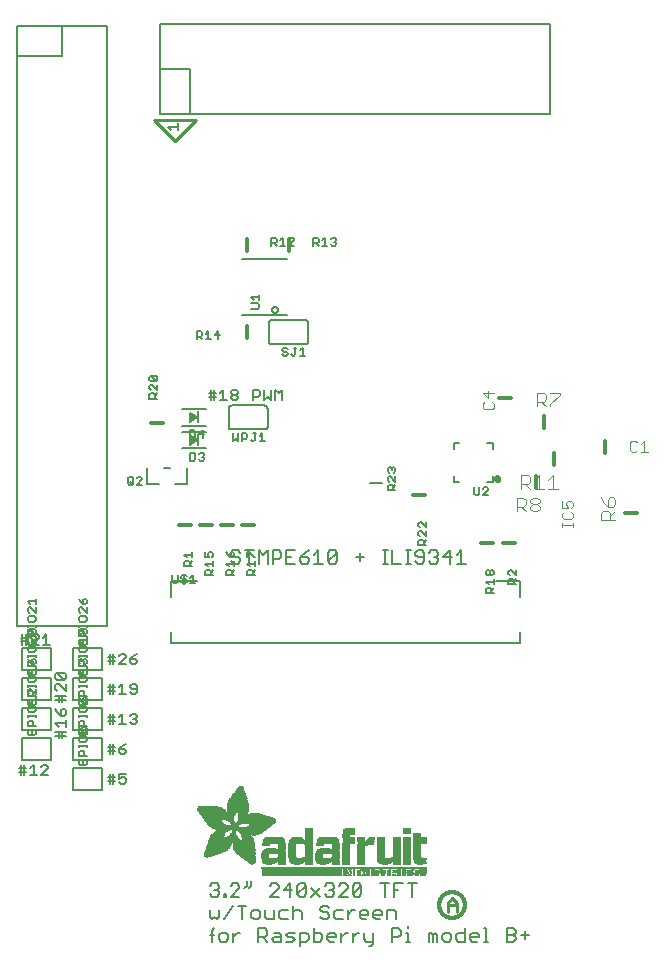
<source format=gbr>
G04 EAGLE Gerber RS-274X export*
G75*
%MOMM*%
%FSLAX34Y34*%
%LPD*%
%INSilkscreen Top*%
%IPPOS*%
%AMOC8*
5,1,8,0,0,1.08239X$1,22.5*%
G01*
%ADD10C,0.127000*%
%ADD11C,0.152400*%
%ADD12C,0.254000*%
%ADD13C,0.304800*%
%ADD14C,0.076200*%
%ADD15C,0.101600*%
%ADD16C,0.203200*%
%ADD17R,6.839700X0.016800*%
%ADD18R,0.268300X0.016800*%
%ADD19R,0.268200X0.016800*%
%ADD20R,0.251500X0.016800*%
%ADD21R,0.301800X0.016800*%
%ADD22R,0.251400X0.016800*%
%ADD23R,0.285000X0.016800*%
%ADD24R,0.301700X0.016800*%
%ADD25R,0.419100X0.016800*%
%ADD26R,0.318500X0.016800*%
%ADD27R,0.586700X0.016800*%
%ADD28R,0.586800X0.016800*%
%ADD29R,6.839700X0.016700*%
%ADD30R,0.268300X0.016700*%
%ADD31R,0.251400X0.016700*%
%ADD32R,0.251500X0.016700*%
%ADD33R,0.301800X0.016700*%
%ADD34R,0.285000X0.016700*%
%ADD35R,0.301700X0.016700*%
%ADD36R,0.419100X0.016700*%
%ADD37R,0.318500X0.016700*%
%ADD38R,0.586700X0.016700*%
%ADD39R,0.586800X0.016700*%
%ADD40R,0.318600X0.016800*%
%ADD41R,0.569900X0.016800*%
%ADD42R,0.335300X0.016800*%
%ADD43R,0.234700X0.016800*%
%ADD44R,0.234700X0.016700*%
%ADD45R,0.016700X0.016700*%
%ADD46R,0.318600X0.016700*%
%ADD47R,0.569900X0.016700*%
%ADD48R,0.335300X0.016700*%
%ADD49R,0.217900X0.016800*%
%ADD50R,0.033500X0.016800*%
%ADD51R,0.570000X0.016800*%
%ADD52R,0.201100X0.016700*%
%ADD53R,0.050300X0.016700*%
%ADD54R,0.670500X0.016700*%
%ADD55R,1.005800X0.016700*%
%ADD56R,0.570000X0.016700*%
%ADD57R,0.201100X0.016800*%
%ADD58R,0.067000X0.016800*%
%ADD59R,0.670500X0.016800*%
%ADD60R,1.005800X0.016800*%
%ADD61R,0.184400X0.016800*%
%ADD62R,0.989000X0.016800*%
%ADD63R,0.184400X0.016700*%
%ADD64R,0.067000X0.016700*%
%ADD65R,0.989000X0.016700*%
%ADD66R,0.167600X0.016800*%
%ADD67R,0.083800X0.016800*%
%ADD68R,0.637000X0.016800*%
%ADD69R,0.955500X0.016800*%
%ADD70R,0.150800X0.016800*%
%ADD71R,0.100600X0.016800*%
%ADD72R,0.536400X0.016800*%
%ADD73R,0.854900X0.016800*%
%ADD74R,0.150800X0.016700*%
%ADD75R,0.100600X0.016700*%
%ADD76R,0.352000X0.016700*%
%ADD77R,0.435900X0.016700*%
%ADD78R,0.402400X0.016700*%
%ADD79R,0.368800X0.016700*%
%ADD80R,0.134100X0.016800*%
%ADD81R,0.117300X0.016800*%
%ADD82R,0.435900X0.016800*%
%ADD83R,0.368900X0.016800*%
%ADD84R,0.603500X0.016800*%
%ADD85R,0.134100X0.016700*%
%ADD86R,0.117300X0.016700*%
%ADD87R,0.452600X0.016700*%
%ADD88R,0.620300X0.016700*%
%ADD89R,0.284900X0.016800*%
%ADD90R,0.486200X0.016800*%
%ADD91R,0.653800X0.016800*%
%ADD92R,0.804700X0.016800*%
%ADD93R,0.150900X0.016700*%
%ADD94R,0.268200X0.016700*%
%ADD95R,0.737600X0.016700*%
%ADD96R,0.603500X0.016700*%
%ADD97R,0.922000X0.016700*%
%ADD98R,0.150900X0.016800*%
%ADD99R,0.821400X0.016800*%
%ADD100R,0.972300X0.016800*%
%ADD101R,0.989100X0.016800*%
%ADD102R,0.083800X0.016700*%
%ADD103R,0.167600X0.016700*%
%ADD104R,0.821400X0.016700*%
%ADD105R,0.989100X0.016700*%
%ADD106R,0.201200X0.016700*%
%ADD107R,0.050300X0.016800*%
%ADD108R,0.201200X0.016800*%
%ADD109R,0.217900X0.016700*%
%ADD110R,0.284900X0.016700*%
%ADD111R,0.352100X0.016800*%
%ADD112R,0.620300X0.016800*%
%ADD113R,0.385600X0.016800*%
%ADD114R,0.335200X0.016800*%
%ADD115R,0.385600X0.016700*%
%ADD116R,0.687400X0.016700*%
%ADD117R,13.998000X0.016800*%
%ADD118R,13.998000X0.016700*%
%ADD119R,0.637000X0.016700*%
%ADD120R,0.486100X0.016700*%
%ADD121R,0.637100X0.016700*%
%ADD122R,0.519700X0.016700*%
%ADD123R,0.536500X0.016700*%
%ADD124R,0.787900X0.016800*%
%ADD125R,0.687400X0.016800*%
%ADD126R,0.771200X0.016800*%
%ADD127R,0.637100X0.016800*%
%ADD128R,0.720800X0.016800*%
%ADD129R,0.704100X0.016800*%
%ADD130R,0.754400X0.016800*%
%ADD131R,0.838200X0.016700*%
%ADD132R,0.871800X0.016700*%
%ADD133R,0.871700X0.016700*%
%ADD134R,0.402400X0.016800*%
%ADD135R,0.922100X0.016800*%
%ADD136R,0.938800X0.016800*%
%ADD137R,0.938800X0.016700*%
%ADD138R,1.022600X0.016700*%
%ADD139R,0.972400X0.016700*%
%ADD140R,0.972300X0.016700*%
%ADD141R,0.469400X0.016800*%
%ADD142R,1.072900X0.016800*%
%ADD143R,1.022600X0.016800*%
%ADD144R,1.005900X0.016800*%
%ADD145R,0.502900X0.016800*%
%ADD146R,1.123200X0.016800*%
%ADD147R,1.056200X0.016800*%
%ADD148R,1.123100X0.016800*%
%ADD149R,1.139900X0.016700*%
%ADD150R,1.089600X0.016700*%
%ADD151R,0.553200X0.016800*%
%ADD152R,1.190200X0.016800*%
%ADD153R,1.190300X0.016800*%
%ADD154R,1.039400X0.016800*%
%ADD155R,1.223700X0.016800*%
%ADD156R,1.173500X0.016800*%
%ADD157R,1.223800X0.016800*%
%ADD158R,1.240500X0.016700*%
%ADD159R,1.173500X0.016700*%
%ADD160R,1.240600X0.016700*%
%ADD161R,1.190300X0.016700*%
%ADD162R,1.056200X0.016700*%
%ADD163R,1.274100X0.016800*%
%ADD164R,1.274000X0.016800*%
%ADD165R,1.307600X0.016800*%
%ADD166R,1.257300X0.016800*%
%ADD167R,1.324400X0.016800*%
%ADD168R,0.687300X0.016700*%
%ADD169R,1.324400X0.016700*%
%ADD170R,1.307500X0.016700*%
%ADD171R,1.274100X0.016700*%
%ADD172R,1.072900X0.016700*%
%ADD173R,2.011600X0.016800*%
%ADD174R,1.324300X0.016800*%
%ADD175R,1.978100X0.016800*%
%ADD176R,2.011600X0.016700*%
%ADD177R,1.357900X0.016700*%
%ADD178R,1.994900X0.016700*%
%ADD179R,1.341200X0.016700*%
%ADD180R,1.089700X0.016700*%
%ADD181R,0.754300X0.016800*%
%ADD182R,1.994900X0.016800*%
%ADD183R,1.995000X0.016800*%
%ADD184R,1.089700X0.016800*%
%ADD185R,0.787900X0.016700*%
%ADD186R,1.995000X0.016700*%
%ADD187R,2.028400X0.016800*%
%ADD188R,2.011700X0.016800*%
%ADD189R,1.106500X0.016800*%
%ADD190R,2.028400X0.016700*%
%ADD191R,2.011700X0.016700*%
%ADD192R,1.106500X0.016700*%
%ADD193R,0.888400X0.016800*%
%ADD194R,0.922000X0.016800*%
%ADD195R,0.938700X0.016700*%
%ADD196R,2.045200X0.016800*%
%ADD197R,0.938700X0.016800*%
%ADD198R,0.670600X0.016700*%
%ADD199R,0.888500X0.016700*%
%ADD200R,2.045200X0.016700*%
%ADD201R,0.888400X0.016700*%
%ADD202R,0.804600X0.016800*%
%ADD203R,2.028500X0.016800*%
%ADD204R,1.056100X0.016700*%
%ADD205R,0.771100X0.016700*%
%ADD206R,0.754300X0.016700*%
%ADD207R,2.028500X0.016700*%
%ADD208R,0.737700X0.016700*%
%ADD209R,1.072800X0.016800*%
%ADD210R,0.871700X0.016800*%
%ADD211R,0.737600X0.016800*%
%ADD212R,0.871800X0.016800*%
%ADD213R,1.089600X0.016800*%
%ADD214R,0.704000X0.016800*%
%ADD215R,0.687300X0.016800*%
%ADD216R,0.670600X0.016800*%
%ADD217R,1.123100X0.016700*%
%ADD218R,0.720800X0.016700*%
%ADD219R,0.653700X0.016700*%
%ADD220R,0.653800X0.016700*%
%ADD221R,1.139900X0.016800*%
%ADD222R,1.173400X0.016800*%
%ADD223R,1.190200X0.016700*%
%ADD224R,1.207000X0.016800*%
%ADD225R,1.240500X0.016800*%
%ADD226R,0.469400X0.016700*%
%ADD227R,1.274000X0.016700*%
%ADD228R,0.519600X0.016800*%
%ADD229R,1.341100X0.016800*%
%ADD230R,0.771200X0.016700*%
%ADD231R,1.374600X0.016700*%
%ADD232R,0.838200X0.016800*%
%ADD233R,1.391400X0.016800*%
%ADD234R,1.424900X0.016800*%
%ADD235R,1.441700X0.016700*%
%ADD236R,1.475200X0.016800*%
%ADD237R,1.491900X0.016700*%
%ADD238R,1.525500X0.016800*%
%ADD239R,1.559000X0.016700*%
%ADD240R,1.575800X0.016800*%
%ADD241R,1.307600X0.016700*%
%ADD242R,1.592500X0.016700*%
%ADD243R,1.374700X0.016800*%
%ADD244R,1.609300X0.016800*%
%ADD245R,1.408200X0.016800*%
%ADD246R,1.626100X0.016800*%
%ADD247R,1.626100X0.016700*%
%ADD248R,1.508800X0.016800*%
%ADD249R,1.659600X0.016800*%
%ADD250R,1.559000X0.016800*%
%ADD251R,1.676400X0.016800*%
%ADD252R,1.575800X0.016700*%
%ADD253R,1.676400X0.016700*%
%ADD254R,1.978100X0.016700*%
%ADD255R,1.693100X0.016800*%
%ADD256R,1.642800X0.016800*%
%ADD257R,1.709900X0.016800*%
%ADD258R,1.961300X0.016800*%
%ADD259R,1.726600X0.016700*%
%ADD260R,1.961300X0.016700*%
%ADD261R,1.693200X0.016800*%
%ADD262R,1.726600X0.016800*%
%ADD263R,1.944600X0.016800*%
%ADD264R,1.726700X0.016700*%
%ADD265R,1.743400X0.016700*%
%ADD266R,1.944600X0.016700*%
%ADD267R,1.726700X0.016800*%
%ADD268R,1.760200X0.016800*%
%ADD269R,1.927800X0.016800*%
%ADD270R,1.911000X0.016800*%
%ADD271R,1.793700X0.016700*%
%ADD272R,1.776900X0.016700*%
%ADD273R,1.911100X0.016700*%
%ADD274R,1.894300X0.016700*%
%ADD275R,1.793800X0.016800*%
%ADD276R,1.776900X0.016800*%
%ADD277R,1.911100X0.016800*%
%ADD278R,1.894300X0.016800*%
%ADD279R,1.827300X0.016800*%
%ADD280R,1.810500X0.016800*%
%ADD281R,1.877500X0.016800*%
%ADD282R,1.844100X0.016700*%
%ADD283R,1.810500X0.016700*%
%ADD284R,1.860800X0.016700*%
%ADD285R,1.844000X0.016700*%
%ADD286R,1.860900X0.016800*%
%ADD287R,1.844000X0.016800*%
%ADD288R,1.827200X0.016800*%
%ADD289R,1.860800X0.016800*%
%ADD290R,1.793700X0.016800*%
%ADD291R,1.877600X0.016700*%
%ADD292R,1.827200X0.016700*%
%ADD293R,1.927800X0.016700*%
%ADD294R,1.927900X0.016800*%
%ADD295R,1.944700X0.016700*%
%ADD296R,1.877500X0.016700*%
%ADD297R,1.961400X0.016800*%
%ADD298R,1.961400X0.016700*%
%ADD299R,1.978200X0.016800*%
%ADD300R,1.911000X0.016700*%
%ADD301R,0.620200X0.016800*%
%ADD302R,1.425000X0.016800*%
%ADD303R,0.620200X0.016700*%
%ADD304R,1.425000X0.016700*%
%ADD305R,0.653700X0.016800*%
%ADD306R,0.704100X0.016700*%
%ADD307R,0.804700X0.016700*%
%ADD308R,0.905200X0.016800*%
%ADD309R,1.894400X0.016800*%
%ADD310R,1.927900X0.016700*%
%ADD311R,1.877600X0.016800*%
%ADD312R,3.889300X0.016800*%
%ADD313R,3.872500X0.016700*%
%ADD314R,3.872500X0.016800*%
%ADD315R,3.855700X0.016700*%
%ADD316R,0.754400X0.016700*%
%ADD317R,3.855700X0.016800*%
%ADD318R,3.839000X0.016800*%
%ADD319R,0.720900X0.016800*%
%ADD320R,3.822200X0.016700*%
%ADD321R,2.715700X0.016800*%
%ADD322R,2.632000X0.016800*%
%ADD323R,1.290800X0.016800*%
%ADD324R,2.615200X0.016700*%
%ADD325R,1.257300X0.016700*%
%ADD326R,2.581700X0.016800*%
%ADD327R,1.240600X0.016800*%
%ADD328R,2.564900X0.016800*%
%ADD329R,1.760300X0.016800*%
%ADD330R,2.531400X0.016700*%
%ADD331R,1.156700X0.016700*%
%ADD332R,2.514600X0.016800*%
%ADD333R,0.955600X0.016800*%
%ADD334R,2.497800X0.016800*%
%ADD335R,1.659700X0.016800*%
%ADD336R,2.464300X0.016700*%
%ADD337R,1.039300X0.016700*%
%ADD338R,2.447500X0.016800*%
%ADD339R,1.592500X0.016800*%
%ADD340R,0.536500X0.016800*%
%ADD341R,2.430800X0.016700*%
%ADD342R,1.559100X0.016700*%
%ADD343R,1.542300X0.016700*%
%ADD344R,0.502900X0.016700*%
%ADD345R,2.414000X0.016800*%
%ADD346R,0.905300X0.016800*%
%ADD347R,1.508700X0.016800*%
%ADD348R,0.888500X0.016800*%
%ADD349R,2.397300X0.016800*%
%ADD350R,1.441700X0.016800*%
%ADD351R,0.452700X0.016800*%
%ADD352R,1.290900X0.016700*%
%ADD353R,1.156700X0.016800*%
%ADD354R,0.855000X0.016800*%
%ADD355R,1.123200X0.016700*%
%ADD356R,0.720900X0.016700*%
%ADD357R,1.106400X0.016800*%
%ADD358R,1.106400X0.016700*%
%ADD359R,0.771100X0.016800*%
%ADD360R,0.435800X0.016700*%
%ADD361R,1.592600X0.016700*%
%ADD362R,0.435800X0.016800*%
%ADD363R,1.642900X0.016800*%
%ADD364R,0.402300X0.016800*%
%ADD365R,1.793800X0.016700*%
%ADD366R,0.368800X0.016800*%
%ADD367R,1.056100X0.016800*%
%ADD368R,1.039400X0.016700*%
%ADD369R,2.078800X0.016800*%
%ADD370R,0.335200X0.016700*%
%ADD371R,2.145800X0.016700*%
%ADD372R,2.162600X0.016800*%
%ADD373R,0.352000X0.016800*%
%ADD374R,2.212800X0.016800*%
%ADD375R,2.279900X0.016700*%
%ADD376R,2.330200X0.016800*%
%ADD377R,2.799500X0.016800*%
%ADD378R,2.816300X0.016700*%
%ADD379R,0.955500X0.016700*%
%ADD380R,2.849900X0.016800*%
%ADD381R,2.916900X0.016800*%
%ADD382R,4.224500X0.016700*%
%ADD383R,4.291600X0.016800*%
%ADD384R,4.409000X0.016800*%
%ADD385R,4.509500X0.016700*%
%ADD386R,4.526300X0.016800*%
%ADD387R,4.626800X0.016700*%
%ADD388R,4.693900X0.016800*%
%ADD389R,4.727400X0.016800*%
%ADD390R,2.548200X0.016700*%
%ADD391R,2.179300X0.016700*%
%ADD392R,2.430800X0.016800*%
%ADD393R,2.414000X0.016700*%
%ADD394R,2.414100X0.016800*%
%ADD395R,2.430700X0.016700*%
%ADD396R,2.447600X0.016700*%
%ADD397R,1.559100X0.016800*%
%ADD398R,1.525500X0.016700*%
%ADD399R,1.492000X0.016800*%
%ADD400R,1.491900X0.016800*%
%ADD401R,1.458500X0.016700*%
%ADD402R,2.061900X0.016800*%
%ADD403R,1.408100X0.016700*%
%ADD404R,0.905200X0.016700*%
%ADD405R,2.112300X0.016700*%
%ADD406R,2.179300X0.016800*%
%ADD407R,1.408200X0.016700*%
%ADD408R,2.212900X0.016700*%
%ADD409R,1.140000X0.016800*%
%ADD410R,3.319300X0.016800*%
%ADD411R,1.374700X0.016700*%
%ADD412R,0.402300X0.016700*%
%ADD413R,3.302500X0.016700*%
%ADD414R,3.285700X0.016800*%
%ADD415R,1.357900X0.016800*%
%ADD416R,3.269000X0.016800*%
%ADD417R,3.285800X0.016700*%
%ADD418R,3.268900X0.016800*%
%ADD419R,0.452700X0.016700*%
%ADD420R,3.268900X0.016700*%
%ADD421R,1.391400X0.016700*%
%ADD422R,3.269000X0.016700*%
%ADD423R,1.374600X0.016800*%
%ADD424R,0.519700X0.016800*%
%ADD425R,3.252200X0.016800*%
%ADD426R,3.235400X0.016800*%
%ADD427R,3.235400X0.016700*%
%ADD428R,3.218600X0.016800*%
%ADD429R,3.201900X0.016800*%
%ADD430R,3.201900X0.016700*%
%ADD431R,1.458500X0.016800*%
%ADD432R,1.525600X0.016800*%
%ADD433R,3.185100X0.016800*%
%ADD434R,2.531300X0.016700*%
%ADD435R,3.168400X0.016700*%
%ADD436R,2.531300X0.016800*%
%ADD437R,3.151600X0.016800*%
%ADD438R,2.548100X0.016800*%
%ADD439R,3.134900X0.016800*%
%ADD440R,2.564900X0.016700*%
%ADD441R,3.118100X0.016700*%
%ADD442R,2.581600X0.016800*%
%ADD443R,3.101400X0.016800*%
%ADD444R,2.598400X0.016700*%
%ADD445R,3.067900X0.016700*%
%ADD446R,2.598400X0.016800*%
%ADD447R,3.034300X0.016800*%
%ADD448R,2.615100X0.016800*%
%ADD449R,3.000800X0.016800*%
%ADD450R,2.631900X0.016700*%
%ADD451R,2.950500X0.016700*%
%ADD452R,2.648700X0.016800*%
%ADD453R,2.900200X0.016800*%
%ADD454R,2.665500X0.016800*%
%ADD455R,2.682200X0.016700*%
%ADD456R,2.799600X0.016700*%
%ADD457R,2.699000X0.016800*%
%ADD458R,2.732500X0.016800*%
%ADD459R,2.749300X0.016700*%
%ADD460R,2.632000X0.016700*%
%ADD461R,2.749300X0.016800*%
%ADD462R,2.766100X0.016700*%
%ADD463R,2.766100X0.016800*%
%ADD464R,2.481100X0.016800*%
%ADD465R,2.782900X0.016800*%
%ADD466R,2.380500X0.016700*%
%ADD467R,2.833100X0.016800*%
%ADD468R,1.592600X0.016800*%
%ADD469R,2.849900X0.016700*%
%ADD470R,2.883400X0.016800*%
%ADD471R,2.917000X0.016700*%
%ADD472R,2.933700X0.016800*%
%ADD473R,2.967200X0.016800*%
%ADD474R,2.967200X0.016700*%
%ADD475R,3.017500X0.016700*%
%ADD476R,3.051000X0.016800*%
%ADD477R,0.788000X0.016800*%
%ADD478R,3.084600X0.016800*%
%ADD479R,2.397300X0.016700*%
%ADD480R,2.397200X0.016800*%
%ADD481R,1.760200X0.016700*%
%ADD482R,2.397200X0.016700*%
%ADD483R,1.827300X0.016700*%
%ADD484R,2.380500X0.016800*%
%ADD485R,2.363700X0.016800*%
%ADD486R,2.363700X0.016700*%
%ADD487R,2.346900X0.016800*%
%ADD488R,2.296600X0.016700*%
%ADD489R,2.279900X0.016800*%
%ADD490R,2.246300X0.016800*%
%ADD491R,2.229600X0.016700*%
%ADD492R,2.129100X0.016800*%
%ADD493R,2.112300X0.016800*%
%ADD494R,1.609300X0.016700*%
%ADD495R,1.743400X0.016800*%
%ADD496R,1.693100X0.016700*%
%ADD497R,1.659700X0.016700*%
%ADD498R,1.575900X0.016800*%
%ADD499R,1.575900X0.016700*%
%ADD500R,1.475200X0.016700*%
%ADD501R,1.324300X0.016700*%
%ADD502R,1.290800X0.016700*%
%ADD503R,1.207000X0.016700*%
%ADD504R,0.854900X0.016700*%
%ADD505R,0.821500X0.016700*%
%ADD506R,0.821500X0.016800*%
%ADD507R,0.218000X0.016800*%
%ADD508C,0.279400*%
%ADD509R,0.200000X1.000000*%

G36*
X151715Y447843D02*
X151715Y447843D01*
X151786Y447841D01*
X151856Y447860D01*
X151927Y447868D01*
X151982Y447893D01*
X152061Y447913D01*
X152164Y447974D01*
X152233Y448005D01*
X155233Y450005D01*
X155320Y450082D01*
X155410Y450155D01*
X155425Y450177D01*
X155445Y450195D01*
X155507Y450292D01*
X155574Y450387D01*
X155582Y450413D01*
X155597Y450435D01*
X155629Y450546D01*
X155667Y450656D01*
X155668Y450683D01*
X155675Y450708D01*
X155675Y450824D01*
X155681Y450940D01*
X155675Y450966D01*
X155675Y450993D01*
X155643Y451104D01*
X155617Y451217D01*
X155604Y451240D01*
X155596Y451266D01*
X155534Y451364D01*
X155478Y451465D01*
X155460Y451481D01*
X155445Y451506D01*
X155237Y451691D01*
X155233Y451695D01*
X152233Y453695D01*
X152169Y453726D01*
X152109Y453766D01*
X152041Y453787D01*
X151977Y453818D01*
X151906Y453830D01*
X151838Y453851D01*
X151767Y453853D01*
X151697Y453865D01*
X151625Y453857D01*
X151554Y453859D01*
X151485Y453841D01*
X151414Y453832D01*
X151348Y453805D01*
X151279Y453787D01*
X151218Y453750D01*
X151152Y453723D01*
X151096Y453678D01*
X151034Y453642D01*
X150985Y453590D01*
X150930Y453545D01*
X150889Y453487D01*
X150840Y453434D01*
X150807Y453371D01*
X150766Y453313D01*
X150743Y453245D01*
X150710Y453181D01*
X150700Y453122D01*
X150673Y453044D01*
X150667Y452925D01*
X150655Y452850D01*
X150655Y448850D01*
X150665Y448779D01*
X150665Y448707D01*
X150685Y448639D01*
X150695Y448569D01*
X150724Y448503D01*
X150744Y448434D01*
X150782Y448374D01*
X150811Y448309D01*
X150857Y448254D01*
X150895Y448194D01*
X150949Y448146D01*
X150995Y448092D01*
X151054Y448052D01*
X151108Y448005D01*
X151172Y447974D01*
X151231Y447935D01*
X151300Y447913D01*
X151364Y447882D01*
X151434Y447870D01*
X151502Y447849D01*
X151574Y447847D01*
X151645Y447835D01*
X151715Y447843D01*
G37*
G36*
X151715Y428793D02*
X151715Y428793D01*
X151786Y428791D01*
X151856Y428810D01*
X151927Y428818D01*
X151982Y428843D01*
X152061Y428863D01*
X152164Y428924D01*
X152233Y428955D01*
X155233Y430955D01*
X155320Y431032D01*
X155410Y431105D01*
X155425Y431127D01*
X155445Y431145D01*
X155507Y431242D01*
X155574Y431337D01*
X155582Y431363D01*
X155597Y431385D01*
X155629Y431496D01*
X155667Y431606D01*
X155668Y431633D01*
X155675Y431658D01*
X155675Y431774D01*
X155681Y431890D01*
X155675Y431916D01*
X155675Y431943D01*
X155643Y432054D01*
X155617Y432167D01*
X155604Y432190D01*
X155596Y432216D01*
X155534Y432314D01*
X155478Y432415D01*
X155460Y432431D01*
X155445Y432456D01*
X155237Y432641D01*
X155233Y432645D01*
X152233Y434645D01*
X152169Y434676D01*
X152109Y434716D01*
X152041Y434737D01*
X151977Y434768D01*
X151906Y434780D01*
X151838Y434801D01*
X151767Y434803D01*
X151697Y434815D01*
X151625Y434807D01*
X151554Y434809D01*
X151485Y434791D01*
X151414Y434782D01*
X151348Y434755D01*
X151279Y434737D01*
X151218Y434700D01*
X151152Y434673D01*
X151096Y434628D01*
X151034Y434592D01*
X150985Y434540D01*
X150930Y434495D01*
X150889Y434437D01*
X150840Y434384D01*
X150807Y434321D01*
X150766Y434263D01*
X150743Y434195D01*
X150710Y434131D01*
X150700Y434072D01*
X150673Y433994D01*
X150667Y433875D01*
X150655Y433800D01*
X150655Y429800D01*
X150665Y429729D01*
X150665Y429657D01*
X150685Y429589D01*
X150695Y429519D01*
X150724Y429453D01*
X150744Y429384D01*
X150782Y429324D01*
X150811Y429259D01*
X150857Y429204D01*
X150895Y429144D01*
X150949Y429096D01*
X150995Y429042D01*
X151054Y429002D01*
X151108Y428955D01*
X151172Y428924D01*
X151231Y428885D01*
X151300Y428863D01*
X151364Y428832D01*
X151434Y428820D01*
X151502Y428799D01*
X151574Y428797D01*
X151645Y428785D01*
X151715Y428793D01*
G37*
D10*
X134403Y694055D02*
X131437Y697021D01*
X140335Y697021D01*
X140335Y694055D02*
X140335Y699987D01*
D11*
X168996Y56398D02*
X167132Y54533D01*
X168996Y56398D02*
X172725Y56398D01*
X174589Y54533D01*
X174589Y52669D01*
X172725Y50805D01*
X170861Y50805D01*
X172725Y50805D02*
X174589Y48941D01*
X174589Y47076D01*
X172725Y45212D01*
X168996Y45212D01*
X167132Y47076D01*
X178826Y47076D02*
X178826Y45212D01*
X178826Y47076D02*
X180690Y47076D01*
X180690Y45212D01*
X178826Y45212D01*
X184673Y45212D02*
X192130Y45212D01*
X184673Y45212D02*
X192130Y52669D01*
X192130Y54533D01*
X190266Y56398D01*
X186537Y56398D01*
X184673Y54533D01*
X198231Y54533D02*
X198231Y58262D01*
X198231Y54533D02*
X196367Y52669D01*
X201960Y54533D02*
X201960Y58262D01*
X201960Y54533D02*
X200095Y52669D01*
X217806Y45212D02*
X225263Y45212D01*
X217806Y45212D02*
X225263Y52669D01*
X225263Y54533D01*
X223399Y56398D01*
X219670Y56398D01*
X217806Y54533D01*
X235093Y56398D02*
X235093Y45212D01*
X229500Y50805D02*
X235093Y56398D01*
X236957Y50805D02*
X229500Y50805D01*
X241194Y54533D02*
X241194Y47076D01*
X241194Y54533D02*
X243058Y56398D01*
X246787Y56398D01*
X248651Y54533D01*
X248651Y47076D01*
X246787Y45212D01*
X243058Y45212D01*
X241194Y47076D01*
X248651Y54533D01*
X252888Y52669D02*
X260345Y45212D01*
X252888Y45212D02*
X260345Y52669D01*
X264582Y54533D02*
X266446Y56398D01*
X270174Y56398D01*
X272039Y54533D01*
X272039Y52669D01*
X270174Y50805D01*
X268310Y50805D01*
X270174Y50805D02*
X272039Y48941D01*
X272039Y47076D01*
X270174Y45212D01*
X266446Y45212D01*
X264582Y47076D01*
X276276Y45212D02*
X283733Y45212D01*
X276276Y45212D02*
X283733Y52669D01*
X283733Y54533D01*
X281868Y56398D01*
X278140Y56398D01*
X276276Y54533D01*
X287970Y54533D02*
X287970Y47076D01*
X287970Y54533D02*
X289834Y56398D01*
X293562Y56398D01*
X295427Y54533D01*
X295427Y47076D01*
X293562Y45212D01*
X289834Y45212D01*
X287970Y47076D01*
X295427Y54533D01*
X315086Y56398D02*
X315086Y45212D01*
X311358Y56398D02*
X318815Y56398D01*
X323052Y56398D02*
X323052Y45212D01*
X323052Y56398D02*
X330509Y56398D01*
X326780Y50805D02*
X323052Y50805D01*
X338474Y45212D02*
X338474Y56398D01*
X334746Y56398D02*
X342203Y56398D01*
X167132Y33619D02*
X167132Y28026D01*
X168996Y26162D01*
X170861Y28026D01*
X172725Y26162D01*
X174589Y28026D01*
X174589Y33619D01*
X178826Y26162D02*
X186283Y37348D01*
X194248Y37348D02*
X194248Y26162D01*
X190520Y37348D02*
X197977Y37348D01*
X204078Y26162D02*
X207807Y26162D01*
X209671Y28026D01*
X209671Y31755D01*
X207807Y33619D01*
X204078Y33619D01*
X202214Y31755D01*
X202214Y28026D01*
X204078Y26162D01*
X213908Y28026D02*
X213908Y33619D01*
X213908Y28026D02*
X215772Y26162D01*
X221365Y26162D01*
X221365Y33619D01*
X227466Y33619D02*
X233059Y33619D01*
X227466Y33619D02*
X225602Y31755D01*
X225602Y28026D01*
X227466Y26162D01*
X233059Y26162D01*
X237296Y26162D02*
X237296Y37348D01*
X239160Y33619D02*
X237296Y31755D01*
X239160Y33619D02*
X242889Y33619D01*
X244753Y31755D01*
X244753Y26162D01*
X266277Y37348D02*
X268141Y35483D01*
X266277Y37348D02*
X262548Y37348D01*
X260684Y35483D01*
X260684Y33619D01*
X262548Y31755D01*
X266277Y31755D01*
X268141Y29891D01*
X268141Y28026D01*
X266277Y26162D01*
X262548Y26162D01*
X260684Y28026D01*
X274242Y33619D02*
X279835Y33619D01*
X274242Y33619D02*
X272378Y31755D01*
X272378Y28026D01*
X274242Y26162D01*
X279835Y26162D01*
X284072Y26162D02*
X284072Y33619D01*
X284072Y29891D02*
X287800Y33619D01*
X289664Y33619D01*
X295681Y26162D02*
X299409Y26162D01*
X295681Y26162D02*
X293817Y28026D01*
X293817Y31755D01*
X295681Y33619D01*
X299409Y33619D01*
X301274Y31755D01*
X301274Y29891D01*
X293817Y29891D01*
X307375Y26162D02*
X311103Y26162D01*
X307375Y26162D02*
X305511Y28026D01*
X305511Y31755D01*
X307375Y33619D01*
X311103Y33619D01*
X312968Y31755D01*
X312968Y29891D01*
X305511Y29891D01*
X317205Y33619D02*
X317205Y26162D01*
X317205Y33619D02*
X322797Y33619D01*
X324662Y31755D01*
X324662Y26162D01*
X168996Y16433D02*
X168996Y7112D01*
X168996Y16433D02*
X170861Y18298D01*
X170861Y12705D02*
X167132Y12705D01*
X176792Y7112D02*
X180521Y7112D01*
X182385Y8976D01*
X182385Y12705D01*
X180521Y14569D01*
X176792Y14569D01*
X174928Y12705D01*
X174928Y8976D01*
X176792Y7112D01*
X186622Y7112D02*
X186622Y14569D01*
X186622Y10841D02*
X190350Y14569D01*
X192215Y14569D01*
X208061Y18298D02*
X208061Y7112D01*
X208061Y18298D02*
X213654Y18298D01*
X215518Y16433D01*
X215518Y12705D01*
X213654Y10841D01*
X208061Y10841D01*
X211789Y10841D02*
X215518Y7112D01*
X221619Y14569D02*
X225348Y14569D01*
X227212Y12705D01*
X227212Y7112D01*
X221619Y7112D01*
X219755Y8976D01*
X221619Y10841D01*
X227212Y10841D01*
X231449Y7112D02*
X237042Y7112D01*
X238906Y8976D01*
X237042Y10841D01*
X233313Y10841D01*
X231449Y12705D01*
X233313Y14569D01*
X238906Y14569D01*
X243143Y14569D02*
X243143Y3384D01*
X243143Y14569D02*
X248736Y14569D01*
X250600Y12705D01*
X250600Y8976D01*
X248736Y7112D01*
X243143Y7112D01*
X254837Y7112D02*
X254837Y18298D01*
X254837Y7112D02*
X260430Y7112D01*
X262294Y8976D01*
X262294Y12705D01*
X260430Y14569D01*
X254837Y14569D01*
X268395Y7112D02*
X272123Y7112D01*
X268395Y7112D02*
X266531Y8976D01*
X266531Y12705D01*
X268395Y14569D01*
X272123Y14569D01*
X273988Y12705D01*
X273988Y10841D01*
X266531Y10841D01*
X278225Y14569D02*
X278225Y7112D01*
X278225Y10841D02*
X281953Y14569D01*
X283817Y14569D01*
X287970Y14569D02*
X287970Y7112D01*
X287970Y10841D02*
X291698Y14569D01*
X293562Y14569D01*
X297715Y14569D02*
X297715Y8976D01*
X299579Y7112D01*
X305172Y7112D01*
X305172Y5248D02*
X305172Y14569D01*
X305172Y5248D02*
X303307Y3384D01*
X301443Y3384D01*
X321103Y7112D02*
X321103Y18298D01*
X326695Y18298D01*
X328560Y16433D01*
X328560Y12705D01*
X326695Y10841D01*
X321103Y10841D01*
X332797Y14569D02*
X334661Y14569D01*
X334661Y7112D01*
X332797Y7112D02*
X336525Y7112D01*
X334661Y18298D02*
X334661Y20162D01*
X352286Y14569D02*
X352286Y7112D01*
X352286Y14569D02*
X354151Y14569D01*
X356015Y12705D01*
X356015Y7112D01*
X356015Y12705D02*
X357879Y14569D01*
X359744Y12705D01*
X359744Y7112D01*
X365845Y7112D02*
X369573Y7112D01*
X371437Y8976D01*
X371437Y12705D01*
X369573Y14569D01*
X365845Y14569D01*
X363980Y12705D01*
X363980Y8976D01*
X365845Y7112D01*
X383131Y7112D02*
X383131Y18298D01*
X383131Y7112D02*
X377539Y7112D01*
X375674Y8976D01*
X375674Y12705D01*
X377539Y14569D01*
X383131Y14569D01*
X389233Y7112D02*
X392961Y7112D01*
X389233Y7112D02*
X387368Y8976D01*
X387368Y12705D01*
X389233Y14569D01*
X392961Y14569D01*
X394825Y12705D01*
X394825Y10841D01*
X387368Y10841D01*
X399062Y18298D02*
X400927Y18298D01*
X400927Y7112D01*
X402791Y7112D02*
X399062Y7112D01*
X418552Y7112D02*
X418552Y18298D01*
X424145Y18298D01*
X426009Y16433D01*
X426009Y14569D01*
X424145Y12705D01*
X426009Y10841D01*
X426009Y8976D01*
X424145Y7112D01*
X418552Y7112D01*
X418552Y12705D02*
X424145Y12705D01*
X430246Y12705D02*
X437703Y12705D01*
X433975Y16433D02*
X433975Y8976D01*
X192621Y336473D02*
X190757Y338338D01*
X187028Y338338D01*
X185164Y336473D01*
X185164Y334609D01*
X187028Y332745D01*
X190757Y332745D01*
X192621Y330881D01*
X192621Y329016D01*
X190757Y327152D01*
X187028Y327152D01*
X185164Y329016D01*
X200587Y327152D02*
X200587Y338338D01*
X204315Y338338D02*
X196858Y338338D01*
X208552Y338338D02*
X208552Y327152D01*
X212281Y334609D02*
X208552Y338338D01*
X212281Y334609D02*
X216009Y338338D01*
X216009Y327152D01*
X220246Y327152D02*
X220246Y338338D01*
X225839Y338338D01*
X227703Y336473D01*
X227703Y332745D01*
X225839Y330881D01*
X220246Y330881D01*
X231940Y338338D02*
X239397Y338338D01*
X231940Y338338D02*
X231940Y327152D01*
X239397Y327152D01*
X235668Y332745D02*
X231940Y332745D01*
X247362Y336473D02*
X251091Y338338D01*
X247362Y336473D02*
X243634Y332745D01*
X243634Y329016D01*
X245498Y327152D01*
X249227Y327152D01*
X251091Y329016D01*
X251091Y330881D01*
X249227Y332745D01*
X243634Y332745D01*
X255328Y334609D02*
X259056Y338338D01*
X259056Y327152D01*
X255328Y327152D02*
X262785Y327152D01*
X267022Y329016D02*
X267022Y336473D01*
X268886Y338338D01*
X272615Y338338D01*
X274479Y336473D01*
X274479Y329016D01*
X272615Y327152D01*
X268886Y327152D01*
X267022Y329016D01*
X274479Y336473D01*
X290410Y332745D02*
X297867Y332745D01*
X294138Y336473D02*
X294138Y329016D01*
X313798Y327152D02*
X317526Y327152D01*
X315662Y327152D02*
X315662Y338338D01*
X313798Y338338D02*
X317526Y338338D01*
X321594Y338338D02*
X321594Y327152D01*
X329051Y327152D01*
X333288Y327152D02*
X337016Y327152D01*
X335152Y327152D02*
X335152Y338338D01*
X333288Y338338D02*
X337016Y338338D01*
X341084Y329016D02*
X342948Y327152D01*
X346676Y327152D01*
X348541Y329016D01*
X348541Y336473D01*
X346676Y338338D01*
X342948Y338338D01*
X341084Y336473D01*
X341084Y334609D01*
X342948Y332745D01*
X348541Y332745D01*
X352778Y336473D02*
X354642Y338338D01*
X358370Y338338D01*
X360235Y336473D01*
X360235Y334609D01*
X358370Y332745D01*
X356506Y332745D01*
X358370Y332745D02*
X360235Y330881D01*
X360235Y329016D01*
X358370Y327152D01*
X354642Y327152D01*
X352778Y329016D01*
X370064Y327152D02*
X370064Y338338D01*
X364472Y332745D01*
X371929Y332745D01*
X376166Y334609D02*
X379894Y338338D01*
X379894Y327152D01*
X376166Y327152D02*
X383623Y327152D01*
D10*
X167772Y465455D02*
X167772Y474353D01*
X170737Y474353D02*
X170737Y465455D01*
X170737Y471387D02*
X166289Y471387D01*
X170737Y471387D02*
X172220Y471387D01*
X172220Y468421D02*
X166289Y468421D01*
X175644Y471387D02*
X178610Y474353D01*
X178610Y465455D01*
X175644Y465455D02*
X181576Y465455D01*
X184999Y472870D02*
X186482Y474353D01*
X189448Y474353D01*
X190931Y472870D01*
X190931Y471387D01*
X189448Y469904D01*
X190931Y468421D01*
X190931Y466938D01*
X189448Y465455D01*
X186482Y465455D01*
X184999Y466938D01*
X184999Y468421D01*
X186482Y469904D01*
X184999Y471387D01*
X184999Y472870D01*
X186482Y469904D02*
X189448Y469904D01*
X203709Y465455D02*
X203709Y474353D01*
X208158Y474353D01*
X209641Y472870D01*
X209641Y469904D01*
X208158Y468421D01*
X203709Y468421D01*
X213065Y465455D02*
X213065Y474353D01*
X216030Y468421D02*
X213065Y465455D01*
X216030Y468421D02*
X218996Y465455D01*
X218996Y474353D01*
X222420Y474353D02*
X222420Y465455D01*
X225386Y471387D02*
X222420Y474353D01*
X225386Y471387D02*
X228352Y474353D01*
X228352Y465455D01*
D12*
X137160Y684530D02*
X119380Y702310D01*
X154940Y702310D01*
X137160Y684530D01*
D11*
X82213Y250705D02*
X82213Y242062D01*
X85094Y242062D02*
X85094Y250705D01*
X85094Y247824D02*
X80772Y247824D01*
X85094Y247824D02*
X86534Y247824D01*
X86534Y244943D02*
X80772Y244943D01*
X90127Y242062D02*
X95889Y242062D01*
X90127Y242062D02*
X95889Y247824D01*
X95889Y249265D01*
X94449Y250705D01*
X91568Y250705D01*
X90127Y249265D01*
X102364Y249265D02*
X105245Y250705D01*
X102364Y249265D02*
X99482Y246384D01*
X99482Y243503D01*
X100923Y242062D01*
X103804Y242062D01*
X105245Y243503D01*
X105245Y244943D01*
X103804Y246384D01*
X99482Y246384D01*
X82213Y225305D02*
X82213Y216662D01*
X85094Y216662D02*
X85094Y225305D01*
X85094Y222424D02*
X80772Y222424D01*
X85094Y222424D02*
X86534Y222424D01*
X86534Y219543D02*
X80772Y219543D01*
X90127Y222424D02*
X93008Y225305D01*
X93008Y216662D01*
X90127Y216662D02*
X95889Y216662D01*
X99482Y218103D02*
X100923Y216662D01*
X103804Y216662D01*
X105245Y218103D01*
X105245Y223865D01*
X103804Y225305D01*
X100923Y225305D01*
X99482Y223865D01*
X99482Y222424D01*
X100923Y220984D01*
X105245Y220984D01*
X82213Y199905D02*
X82213Y191262D01*
X85094Y191262D02*
X85094Y199905D01*
X85094Y197024D02*
X80772Y197024D01*
X85094Y197024D02*
X86534Y197024D01*
X86534Y194143D02*
X80772Y194143D01*
X90127Y197024D02*
X93008Y199905D01*
X93008Y191262D01*
X90127Y191262D02*
X95889Y191262D01*
X99482Y198465D02*
X100923Y199905D01*
X103804Y199905D01*
X105245Y198465D01*
X105245Y197024D01*
X103804Y195584D01*
X102364Y195584D01*
X103804Y195584D02*
X105245Y194143D01*
X105245Y192703D01*
X103804Y191262D01*
X100923Y191262D01*
X99482Y192703D01*
X82213Y174505D02*
X82213Y165862D01*
X85094Y165862D02*
X85094Y174505D01*
X85094Y171624D02*
X80772Y171624D01*
X85094Y171624D02*
X86534Y171624D01*
X86534Y168743D02*
X80772Y168743D01*
X93008Y173065D02*
X95889Y174505D01*
X93008Y173065D02*
X90127Y170184D01*
X90127Y167303D01*
X91568Y165862D01*
X94449Y165862D01*
X95889Y167303D01*
X95889Y168743D01*
X94449Y170184D01*
X90127Y170184D01*
X82213Y149105D02*
X82213Y140462D01*
X85094Y140462D02*
X85094Y149105D01*
X85094Y146224D02*
X80772Y146224D01*
X85094Y146224D02*
X86534Y146224D01*
X86534Y143343D02*
X80772Y143343D01*
X90127Y149105D02*
X95889Y149105D01*
X90127Y149105D02*
X90127Y144784D01*
X93008Y146224D01*
X94449Y146224D01*
X95889Y144784D01*
X95889Y141903D01*
X94449Y140462D01*
X91568Y140462D01*
X90127Y141903D01*
X8427Y258572D02*
X8427Y267215D01*
X11308Y267215D02*
X11308Y258572D01*
X11308Y264334D02*
X6986Y264334D01*
X11308Y264334D02*
X12749Y264334D01*
X12749Y261453D02*
X6986Y261453D01*
X16342Y258572D02*
X22104Y258572D01*
X16342Y258572D02*
X22104Y264334D01*
X22104Y265775D01*
X20663Y267215D01*
X17782Y267215D01*
X16342Y265775D01*
X25697Y264334D02*
X28578Y267215D01*
X28578Y258572D01*
X25697Y258572D02*
X31459Y258572D01*
X7157Y156725D02*
X7157Y148082D01*
X10038Y148082D02*
X10038Y156725D01*
X10038Y153844D02*
X5716Y153844D01*
X10038Y153844D02*
X11479Y153844D01*
X11479Y150963D02*
X5716Y150963D01*
X15072Y153844D02*
X17953Y156725D01*
X17953Y148082D01*
X15072Y148082D02*
X20834Y148082D01*
X24427Y148082D02*
X30189Y148082D01*
X24427Y148082D02*
X30189Y153844D01*
X30189Y155285D01*
X28749Y156725D01*
X25867Y156725D01*
X24427Y155285D01*
X36315Y181273D02*
X44958Y181273D01*
X44958Y184154D02*
X36315Y184154D01*
X39196Y184154D02*
X39196Y179832D01*
X39196Y184154D02*
X39196Y185594D01*
X42077Y185594D02*
X42077Y179832D01*
X39196Y189187D02*
X36315Y192068D01*
X44958Y192068D01*
X44958Y189187D02*
X44958Y194949D01*
X37755Y201424D02*
X36315Y204305D01*
X37755Y201424D02*
X40636Y198542D01*
X43517Y198542D01*
X44958Y199983D01*
X44958Y202864D01*
X43517Y204305D01*
X42077Y204305D01*
X40636Y202864D01*
X40636Y198542D01*
X36315Y211753D02*
X44958Y211753D01*
X44958Y214634D02*
X36315Y214634D01*
X39196Y214634D02*
X39196Y210312D01*
X39196Y214634D02*
X39196Y216074D01*
X42077Y216074D02*
X42077Y210312D01*
X44958Y219667D02*
X44958Y225429D01*
X44958Y219667D02*
X39196Y225429D01*
X37755Y225429D01*
X36315Y223989D01*
X36315Y221108D01*
X37755Y219667D01*
X37755Y229022D02*
X43517Y229022D01*
X37755Y229022D02*
X36315Y230463D01*
X36315Y233344D01*
X37755Y234785D01*
X43517Y234785D01*
X44958Y233344D01*
X44958Y230463D01*
X43517Y229022D01*
X37755Y234785D01*
D13*
X411480Y467360D02*
X421640Y467360D01*
D14*
X399591Y464012D02*
X398023Y462444D01*
X398023Y459309D01*
X399591Y457741D01*
X405861Y457741D01*
X407429Y459309D01*
X407429Y462444D01*
X405861Y464012D01*
X407429Y471799D02*
X398023Y471799D01*
X402726Y467096D01*
X402726Y473367D01*
D13*
X501650Y430530D02*
X501650Y420370D01*
D14*
X527214Y431287D02*
X528782Y429719D01*
X527214Y431287D02*
X524079Y431287D01*
X522511Y429719D01*
X522511Y423449D01*
X524079Y421881D01*
X527214Y421881D01*
X528782Y423449D01*
X531866Y428152D02*
X535002Y431287D01*
X535002Y421881D01*
X538137Y421881D02*
X531866Y421881D01*
X474599Y361656D02*
X474599Y358521D01*
X474599Y360089D02*
X465193Y360089D01*
X465193Y361656D02*
X465193Y358521D01*
X465193Y369461D02*
X466761Y371028D01*
X465193Y369461D02*
X465193Y366325D01*
X466761Y364758D01*
X473031Y364758D01*
X474599Y366325D01*
X474599Y369461D01*
X473031Y371028D01*
X465193Y374113D02*
X465193Y380384D01*
X465193Y374113D02*
X469896Y374113D01*
X468328Y377248D01*
X468328Y378816D01*
X469896Y380384D01*
X473031Y380384D01*
X474599Y378816D01*
X474599Y375681D01*
X473031Y374113D01*
D13*
X518160Y369570D02*
X528320Y369570D01*
D15*
X510032Y363728D02*
X498338Y363728D01*
X498338Y369575D01*
X500287Y371524D01*
X504185Y371524D01*
X506134Y369575D01*
X506134Y363728D01*
X506134Y367626D02*
X510032Y371524D01*
X500287Y379320D02*
X498338Y383218D01*
X500287Y379320D02*
X504185Y375422D01*
X508083Y375422D01*
X510032Y377371D01*
X510032Y381269D01*
X508083Y383218D01*
X506134Y383218D01*
X504185Y381269D01*
X504185Y375422D01*
D10*
X406390Y396250D02*
X401440Y396250D01*
X406390Y396250D02*
X406390Y401200D01*
X378340Y396250D02*
X373390Y396250D01*
X373390Y401200D01*
X406390Y424300D02*
X406390Y429250D01*
X401440Y429250D01*
X373390Y429250D02*
X373390Y424300D01*
X373390Y429250D02*
X378340Y429250D01*
D13*
X409476Y398750D02*
X409478Y398825D01*
X409484Y398899D01*
X409494Y398973D01*
X409507Y399046D01*
X409525Y399119D01*
X409546Y399190D01*
X409571Y399261D01*
X409600Y399330D01*
X409633Y399397D01*
X409669Y399462D01*
X409708Y399526D01*
X409750Y399587D01*
X409796Y399646D01*
X409845Y399703D01*
X409897Y399756D01*
X409951Y399807D01*
X410008Y399856D01*
X410068Y399900D01*
X410130Y399942D01*
X410194Y399981D01*
X410260Y400016D01*
X410327Y400047D01*
X410397Y400075D01*
X410467Y400099D01*
X410539Y400120D01*
X410612Y400136D01*
X410685Y400149D01*
X410760Y400158D01*
X410834Y400163D01*
X410909Y400164D01*
X410983Y400161D01*
X411058Y400154D01*
X411131Y400143D01*
X411205Y400129D01*
X411277Y400110D01*
X411348Y400088D01*
X411418Y400062D01*
X411487Y400032D01*
X411553Y399999D01*
X411618Y399962D01*
X411681Y399922D01*
X411742Y399878D01*
X411800Y399832D01*
X411856Y399782D01*
X411909Y399730D01*
X411960Y399675D01*
X412007Y399617D01*
X412051Y399557D01*
X412092Y399494D01*
X412130Y399430D01*
X412164Y399364D01*
X412195Y399295D01*
X412222Y399226D01*
X412245Y399155D01*
X412264Y399083D01*
X412280Y399010D01*
X412292Y398936D01*
X412300Y398862D01*
X412304Y398787D01*
X412304Y398713D01*
X412300Y398638D01*
X412292Y398564D01*
X412280Y398490D01*
X412264Y398417D01*
X412245Y398345D01*
X412222Y398274D01*
X412195Y398205D01*
X412164Y398136D01*
X412130Y398070D01*
X412092Y398006D01*
X412051Y397943D01*
X412007Y397883D01*
X411960Y397825D01*
X411909Y397770D01*
X411856Y397718D01*
X411800Y397668D01*
X411742Y397622D01*
X411681Y397578D01*
X411618Y397538D01*
X411553Y397501D01*
X411487Y397468D01*
X411418Y397438D01*
X411348Y397412D01*
X411277Y397390D01*
X411205Y397371D01*
X411131Y397357D01*
X411058Y397346D01*
X410983Y397339D01*
X410909Y397336D01*
X410834Y397337D01*
X410760Y397342D01*
X410685Y397351D01*
X410612Y397364D01*
X410539Y397380D01*
X410467Y397401D01*
X410397Y397425D01*
X410327Y397453D01*
X410260Y397484D01*
X410194Y397519D01*
X410130Y397558D01*
X410068Y397600D01*
X410008Y397644D01*
X409951Y397693D01*
X409897Y397744D01*
X409845Y397797D01*
X409796Y397854D01*
X409750Y397913D01*
X409708Y397974D01*
X409669Y398038D01*
X409633Y398103D01*
X409600Y398170D01*
X409571Y398239D01*
X409546Y398310D01*
X409525Y398381D01*
X409507Y398454D01*
X409494Y398527D01*
X409484Y398601D01*
X409478Y398675D01*
X409476Y398750D01*
D11*
X390924Y391674D02*
X390924Y386166D01*
X392025Y385064D01*
X394229Y385064D01*
X395330Y386166D01*
X395330Y391674D01*
X398408Y385064D02*
X402814Y385064D01*
X398408Y385064D02*
X402814Y389470D01*
X402814Y390572D01*
X401713Y391674D01*
X399509Y391674D01*
X398408Y390572D01*
D13*
X449580Y441960D02*
X449580Y452120D01*
D15*
X443738Y460248D02*
X443738Y471942D01*
X449585Y471942D01*
X451534Y469993D01*
X451534Y466095D01*
X449585Y464146D01*
X443738Y464146D01*
X447636Y464146D02*
X451534Y460248D01*
X455432Y471942D02*
X463228Y471942D01*
X463228Y469993D01*
X455432Y462197D01*
X455432Y460248D01*
D16*
X124460Y707390D02*
X124460Y745490D01*
X124460Y783590D01*
X454660Y783590D01*
X454660Y707390D02*
X149860Y707390D01*
X124460Y707390D01*
X454660Y707390D02*
X454660Y783590D01*
X149860Y745490D02*
X124460Y745490D01*
X149860Y745490D02*
X149860Y707390D01*
D13*
X443230Y401320D02*
X443230Y391160D01*
D15*
X426700Y383042D02*
X426700Y371348D01*
X426700Y383042D02*
X432547Y383042D01*
X434496Y381093D01*
X434496Y377195D01*
X432547Y375246D01*
X426700Y375246D01*
X430598Y375246D02*
X434496Y371348D01*
X438394Y381093D02*
X440343Y383042D01*
X444241Y383042D01*
X446190Y381093D01*
X446190Y379144D01*
X444241Y377195D01*
X446190Y375246D01*
X446190Y373297D01*
X444241Y371348D01*
X440343Y371348D01*
X438394Y373297D01*
X438394Y375246D01*
X440343Y377195D01*
X438394Y379144D01*
X438394Y381093D01*
X440343Y377195D02*
X444241Y377195D01*
D17*
X244879Y62230D03*
D18*
X281425Y62230D03*
D19*
X284945Y62230D03*
D20*
X289388Y62230D03*
D18*
X292992Y62230D03*
D21*
X297015Y62230D03*
D22*
X301122Y62230D03*
D23*
X304978Y62230D03*
D24*
X308918Y62230D03*
D25*
X313528Y62230D03*
X318725Y62230D03*
D26*
X323419Y62230D03*
D23*
X327442Y62230D03*
X331297Y62230D03*
D27*
X336830Y62230D03*
D24*
X342278Y62230D03*
D28*
X347726Y62230D03*
D29*
X244879Y62398D03*
D30*
X281425Y62398D03*
D31*
X284861Y62398D03*
D32*
X289388Y62398D03*
D33*
X293159Y62398D03*
D34*
X297099Y62398D03*
D35*
X301039Y62398D03*
D34*
X304978Y62398D03*
D35*
X308918Y62398D03*
D36*
X313528Y62398D03*
X318725Y62398D03*
D37*
X323419Y62398D03*
D34*
X327442Y62398D03*
X331297Y62398D03*
D38*
X336830Y62398D03*
D37*
X342194Y62398D03*
D39*
X347726Y62398D03*
D17*
X244879Y62565D03*
D18*
X281425Y62565D03*
D22*
X284861Y62565D03*
D20*
X289388Y62565D03*
D40*
X293243Y62565D03*
D18*
X297183Y62565D03*
D26*
X301123Y62565D03*
D23*
X304978Y62565D03*
D26*
X308834Y62565D03*
D25*
X313528Y62565D03*
X318725Y62565D03*
D26*
X323419Y62565D03*
D23*
X327442Y62565D03*
X331297Y62565D03*
D41*
X336746Y62565D03*
D42*
X342278Y62565D03*
D28*
X347726Y62565D03*
D17*
X244879Y62733D03*
D18*
X281425Y62733D03*
D43*
X284778Y62733D03*
D20*
X289388Y62733D03*
D40*
X293243Y62733D03*
D18*
X297183Y62733D03*
D26*
X301123Y62733D03*
D22*
X304978Y62733D03*
D26*
X308834Y62733D03*
D25*
X313528Y62733D03*
X318725Y62733D03*
D26*
X323419Y62733D03*
D23*
X327442Y62733D03*
X331297Y62733D03*
D41*
X336746Y62733D03*
D42*
X342278Y62733D03*
D28*
X347726Y62733D03*
D29*
X244879Y62901D03*
D30*
X281425Y62901D03*
D44*
X284778Y62901D03*
D45*
X287041Y62901D03*
D32*
X289388Y62901D03*
D46*
X293243Y62901D03*
D30*
X297183Y62901D03*
D37*
X301123Y62901D03*
D31*
X304978Y62901D03*
D37*
X308834Y62901D03*
D36*
X313528Y62901D03*
X318725Y62901D03*
D37*
X323419Y62901D03*
D34*
X327442Y62901D03*
X331297Y62901D03*
D47*
X336746Y62901D03*
D48*
X342278Y62901D03*
D39*
X347726Y62901D03*
D17*
X244879Y63068D03*
D18*
X281425Y63068D03*
D49*
X284694Y63068D03*
D50*
X286957Y63068D03*
D20*
X289388Y63068D03*
D40*
X293243Y63068D03*
D18*
X297183Y63068D03*
D26*
X301123Y63068D03*
D22*
X304978Y63068D03*
D26*
X308834Y63068D03*
D25*
X313528Y63068D03*
X318725Y63068D03*
D24*
X323335Y63068D03*
D23*
X327442Y63068D03*
X331297Y63068D03*
D41*
X336746Y63068D03*
D42*
X342278Y63068D03*
D51*
X347810Y63068D03*
D17*
X244879Y63236D03*
D18*
X281425Y63236D03*
D49*
X284694Y63236D03*
D50*
X286957Y63236D03*
D20*
X289388Y63236D03*
D40*
X293243Y63236D03*
D18*
X297183Y63236D03*
D26*
X301123Y63236D03*
D22*
X304978Y63236D03*
D26*
X308834Y63236D03*
D25*
X313528Y63236D03*
X318725Y63236D03*
D24*
X323335Y63236D03*
D23*
X327442Y63236D03*
X331297Y63236D03*
D41*
X336746Y63236D03*
D42*
X342278Y63236D03*
D51*
X347810Y63236D03*
D29*
X244879Y63404D03*
D30*
X281425Y63404D03*
D52*
X284610Y63404D03*
D53*
X286873Y63404D03*
D32*
X289388Y63404D03*
D46*
X293243Y63404D03*
D30*
X297183Y63404D03*
D37*
X301123Y63404D03*
D54*
X307074Y63404D03*
D36*
X313528Y63404D03*
X318725Y63404D03*
D35*
X323335Y63404D03*
D33*
X327358Y63404D03*
D34*
X331297Y63404D03*
D55*
X338925Y63404D03*
D56*
X347810Y63404D03*
D17*
X244879Y63571D03*
D18*
X281425Y63571D03*
D57*
X284610Y63571D03*
D58*
X286789Y63571D03*
D20*
X289388Y63571D03*
D40*
X293243Y63571D03*
D20*
X297267Y63571D03*
D26*
X301123Y63571D03*
D59*
X307074Y63571D03*
D25*
X313528Y63571D03*
X318725Y63571D03*
D24*
X323335Y63571D03*
D21*
X327358Y63571D03*
D23*
X331297Y63571D03*
D60*
X338925Y63571D03*
D28*
X347726Y63571D03*
D17*
X244879Y63739D03*
D18*
X281425Y63739D03*
D61*
X284526Y63739D03*
D58*
X286789Y63739D03*
D20*
X289388Y63739D03*
D42*
X293327Y63739D03*
D20*
X297267Y63739D03*
D26*
X301123Y63739D03*
D59*
X307074Y63739D03*
D25*
X313528Y63739D03*
X318725Y63739D03*
D24*
X323335Y63739D03*
D21*
X327358Y63739D03*
D23*
X331297Y63739D03*
D62*
X338841Y63739D03*
D28*
X347726Y63739D03*
D29*
X244879Y63907D03*
D30*
X281425Y63907D03*
D63*
X284526Y63907D03*
D64*
X286789Y63907D03*
D32*
X289388Y63907D03*
D48*
X293327Y63907D03*
D32*
X297267Y63907D03*
D37*
X301123Y63907D03*
D54*
X307074Y63907D03*
D36*
X313528Y63907D03*
X318725Y63907D03*
D34*
X323251Y63907D03*
D46*
X327274Y63907D03*
D34*
X331297Y63907D03*
D65*
X338841Y63907D03*
D39*
X347726Y63907D03*
D17*
X244879Y64074D03*
D18*
X281425Y64074D03*
D66*
X284442Y64074D03*
D67*
X286705Y64074D03*
D20*
X289388Y64074D03*
D42*
X293327Y64074D03*
D20*
X297267Y64074D03*
D26*
X301123Y64074D03*
D68*
X306906Y64074D03*
D25*
X313528Y64074D03*
X318725Y64074D03*
D40*
X327274Y64074D03*
D23*
X331297Y64074D03*
D69*
X338674Y64074D03*
D28*
X347726Y64074D03*
D17*
X244879Y64242D03*
D18*
X281425Y64242D03*
D70*
X284358Y64242D03*
D71*
X286621Y64242D03*
D20*
X289388Y64242D03*
D42*
X293327Y64242D03*
D20*
X297267Y64242D03*
D26*
X301123Y64242D03*
D72*
X306403Y64242D03*
D25*
X313528Y64242D03*
X318725Y64242D03*
D42*
X327191Y64242D03*
D23*
X331297Y64242D03*
D73*
X338171Y64242D03*
D28*
X347726Y64242D03*
D29*
X244879Y64410D03*
D30*
X281425Y64410D03*
D74*
X284358Y64410D03*
D75*
X286621Y64410D03*
D32*
X289388Y64410D03*
D48*
X293327Y64410D03*
D32*
X297267Y64410D03*
D37*
X301123Y64410D03*
D76*
X305481Y64410D03*
D77*
X313444Y64410D03*
D36*
X318725Y64410D03*
D78*
X326855Y64410D03*
D34*
X331297Y64410D03*
D79*
X338757Y64410D03*
D39*
X347726Y64410D03*
D17*
X244879Y64577D03*
D18*
X281425Y64577D03*
D80*
X284275Y64577D03*
D81*
X286538Y64577D03*
D20*
X289388Y64577D03*
D42*
X293327Y64577D03*
D20*
X297267Y64577D03*
D26*
X301123Y64577D03*
D24*
X305230Y64577D03*
D82*
X313444Y64577D03*
D25*
X318725Y64577D03*
D83*
X327023Y64577D03*
D23*
X331297Y64577D03*
D26*
X338506Y64577D03*
D84*
X347643Y64577D03*
D29*
X244879Y64745D03*
D30*
X281425Y64745D03*
D85*
X284275Y64745D03*
D86*
X286538Y64745D03*
D32*
X289388Y64745D03*
D48*
X293327Y64745D03*
D32*
X297267Y64745D03*
D37*
X301123Y64745D03*
D35*
X305230Y64745D03*
D87*
X313360Y64745D03*
D36*
X318725Y64745D03*
D48*
X327191Y64745D03*
D34*
X331297Y64745D03*
D37*
X338506Y64745D03*
D88*
X347559Y64745D03*
D17*
X244879Y64912D03*
D18*
X281425Y64912D03*
D81*
X284191Y64912D03*
X286538Y64912D03*
D20*
X289388Y64912D03*
D42*
X293327Y64912D03*
D20*
X297267Y64912D03*
D26*
X301123Y64912D03*
D89*
X305146Y64912D03*
D90*
X313192Y64912D03*
D25*
X318725Y64912D03*
D19*
X323167Y64912D03*
D40*
X327274Y64912D03*
D23*
X331297Y64912D03*
D21*
X338422Y64912D03*
D91*
X347391Y64912D03*
D17*
X244879Y65080D03*
D18*
X281425Y65080D03*
D81*
X284191Y65080D03*
D80*
X286454Y65080D03*
D20*
X289388Y65080D03*
D42*
X293327Y65080D03*
D20*
X297267Y65080D03*
D26*
X301123Y65080D03*
D19*
X305062Y65080D03*
D68*
X312438Y65080D03*
D25*
X318725Y65080D03*
D24*
X323335Y65080D03*
D21*
X327358Y65080D03*
D23*
X331297Y65080D03*
D21*
X338422Y65080D03*
D92*
X346637Y65080D03*
D29*
X244879Y65248D03*
D30*
X281425Y65248D03*
D75*
X284107Y65248D03*
D93*
X286370Y65248D03*
D32*
X289388Y65248D03*
D48*
X293327Y65248D03*
D32*
X297267Y65248D03*
D37*
X301123Y65248D03*
D94*
X305062Y65248D03*
D95*
X311935Y65248D03*
D36*
X318725Y65248D03*
D35*
X323335Y65248D03*
D33*
X327358Y65248D03*
D34*
X331297Y65248D03*
D96*
X336914Y65248D03*
D97*
X346050Y65248D03*
D17*
X244879Y65415D03*
D18*
X281425Y65415D03*
D71*
X284107Y65415D03*
D98*
X286370Y65415D03*
D20*
X289388Y65415D03*
D42*
X293327Y65415D03*
D20*
X297267Y65415D03*
D26*
X301123Y65415D03*
D19*
X305062Y65415D03*
D99*
X311516Y65415D03*
D25*
X318725Y65415D03*
D26*
X323419Y65415D03*
D23*
X327442Y65415D03*
X331297Y65415D03*
D27*
X336830Y65415D03*
D100*
X345799Y65415D03*
D17*
X244879Y65583D03*
D18*
X281425Y65583D03*
D67*
X284023Y65583D03*
D66*
X286286Y65583D03*
D20*
X289388Y65583D03*
D40*
X293243Y65583D03*
D20*
X297267Y65583D03*
D26*
X301123Y65583D03*
D19*
X305062Y65583D03*
D99*
X311516Y65583D03*
D25*
X318725Y65583D03*
D26*
X323419Y65583D03*
D23*
X327442Y65583D03*
X331297Y65583D03*
D27*
X336830Y65583D03*
D101*
X345715Y65583D03*
D29*
X244879Y65751D03*
D30*
X281425Y65751D03*
D102*
X284023Y65751D03*
D103*
X286286Y65751D03*
D32*
X289388Y65751D03*
D46*
X293243Y65751D03*
D32*
X297267Y65751D03*
D37*
X301123Y65751D03*
D94*
X305062Y65751D03*
D104*
X311516Y65751D03*
D36*
X318725Y65751D03*
D37*
X323419Y65751D03*
D34*
X327442Y65751D03*
X331297Y65751D03*
D38*
X336830Y65751D03*
D105*
X345715Y65751D03*
D17*
X244879Y65918D03*
D18*
X281425Y65918D03*
D58*
X283939Y65918D03*
D61*
X286202Y65918D03*
D20*
X289388Y65918D03*
D40*
X293243Y65918D03*
D18*
X297183Y65918D03*
D26*
X301123Y65918D03*
D19*
X305062Y65918D03*
D99*
X311516Y65918D03*
D25*
X318725Y65918D03*
D26*
X323419Y65918D03*
D23*
X327442Y65918D03*
X331297Y65918D03*
D27*
X336830Y65918D03*
D101*
X345715Y65918D03*
D17*
X244879Y66086D03*
D18*
X281425Y66086D03*
D58*
X283939Y66086D03*
D61*
X286202Y66086D03*
D20*
X289388Y66086D03*
D40*
X293243Y66086D03*
D18*
X297183Y66086D03*
D26*
X301123Y66086D03*
D19*
X305062Y66086D03*
D99*
X311516Y66086D03*
D25*
X318725Y66086D03*
D26*
X323419Y66086D03*
D23*
X327442Y66086D03*
X331297Y66086D03*
D27*
X336830Y66086D03*
D101*
X345715Y66086D03*
D29*
X244879Y66254D03*
D30*
X281425Y66254D03*
D53*
X283856Y66254D03*
D106*
X286118Y66254D03*
D32*
X289388Y66254D03*
D46*
X293243Y66254D03*
D30*
X297183Y66254D03*
D37*
X301123Y66254D03*
D94*
X305062Y66254D03*
D35*
X308918Y66254D03*
D77*
X313444Y66254D03*
D36*
X318725Y66254D03*
D37*
X323419Y66254D03*
D34*
X327442Y66254D03*
X331297Y66254D03*
D38*
X336830Y66254D03*
D35*
X342278Y66254D03*
D39*
X347726Y66254D03*
D17*
X244879Y66421D03*
D18*
X281425Y66421D03*
D107*
X283856Y66421D03*
D108*
X286118Y66421D03*
D20*
X289388Y66421D03*
D40*
X293243Y66421D03*
D18*
X297183Y66421D03*
D26*
X301123Y66421D03*
D19*
X305062Y66421D03*
D89*
X308834Y66421D03*
D82*
X313444Y66421D03*
D25*
X318725Y66421D03*
D26*
X323419Y66421D03*
D23*
X327442Y66421D03*
X331297Y66421D03*
D27*
X336830Y66421D03*
D24*
X342278Y66421D03*
D28*
X347726Y66421D03*
D29*
X244879Y66589D03*
D30*
X281425Y66589D03*
D53*
X283856Y66589D03*
D109*
X286035Y66589D03*
D32*
X289388Y66589D03*
D46*
X293243Y66589D03*
D30*
X297183Y66589D03*
D37*
X301123Y66589D03*
D94*
X305062Y66589D03*
D110*
X308834Y66589D03*
D77*
X313444Y66589D03*
D36*
X318725Y66589D03*
D37*
X323419Y66589D03*
D34*
X327442Y66589D03*
X331297Y66589D03*
D38*
X336830Y66589D03*
D35*
X342278Y66589D03*
D39*
X347726Y66589D03*
D17*
X244879Y66756D03*
D18*
X281425Y66756D03*
D43*
X285951Y66756D03*
D20*
X289388Y66756D03*
D40*
X293243Y66756D03*
D18*
X297183Y66756D03*
D26*
X301123Y66756D03*
D19*
X305062Y66756D03*
D89*
X308834Y66756D03*
D82*
X313444Y66756D03*
D25*
X318725Y66756D03*
D26*
X323419Y66756D03*
D23*
X327442Y66756D03*
X331297Y66756D03*
D27*
X336830Y66756D03*
D24*
X342278Y66756D03*
D28*
X347726Y66756D03*
D17*
X244879Y66924D03*
D18*
X281425Y66924D03*
D43*
X285951Y66924D03*
D20*
X289388Y66924D03*
D21*
X293159Y66924D03*
D23*
X297099Y66924D03*
D26*
X301123Y66924D03*
D19*
X305062Y66924D03*
D89*
X308834Y66924D03*
D82*
X313444Y66924D03*
D25*
X318725Y66924D03*
D24*
X323335Y66924D03*
D23*
X327442Y66924D03*
X331297Y66924D03*
D27*
X336830Y66924D03*
D24*
X342278Y66924D03*
D28*
X347726Y66924D03*
D29*
X244879Y67092D03*
D30*
X281425Y67092D03*
D44*
X285951Y67092D03*
D32*
X289388Y67092D03*
D34*
X293075Y67092D03*
X297099Y67092D03*
D37*
X301123Y67092D03*
D94*
X305062Y67092D03*
D110*
X308834Y67092D03*
D77*
X313444Y67092D03*
D36*
X318725Y67092D03*
D35*
X323335Y67092D03*
D34*
X327442Y67092D03*
X331297Y67092D03*
D96*
X336914Y67092D03*
D35*
X342278Y67092D03*
D39*
X347726Y67092D03*
D17*
X244879Y67259D03*
D18*
X281425Y67259D03*
D22*
X285867Y67259D03*
D20*
X289388Y67259D03*
D21*
X297015Y67259D03*
D26*
X301123Y67259D03*
D19*
X305062Y67259D03*
D108*
X312270Y67259D03*
X319814Y67259D03*
D21*
X327358Y67259D03*
D23*
X331297Y67259D03*
D20*
X338674Y67259D03*
D84*
X347643Y67259D03*
D17*
X244879Y67427D03*
D18*
X281425Y67427D03*
D19*
X285783Y67427D03*
D20*
X289388Y67427D03*
D21*
X297015Y67427D03*
D26*
X301123Y67427D03*
D89*
X305146Y67427D03*
D108*
X312270Y67427D03*
X319814Y67427D03*
D40*
X327274Y67427D03*
D23*
X331297Y67427D03*
D20*
X338674Y67427D03*
D84*
X347643Y67427D03*
D29*
X244879Y67595D03*
D30*
X281425Y67595D03*
D94*
X285783Y67595D03*
D32*
X289388Y67595D03*
D37*
X296932Y67595D03*
X301123Y67595D03*
D110*
X305146Y67595D03*
D109*
X312187Y67595D03*
D106*
X319814Y67595D03*
D46*
X327274Y67595D03*
D34*
X331297Y67595D03*
D32*
X338674Y67595D03*
D88*
X347559Y67595D03*
D17*
X244879Y67762D03*
D18*
X281425Y67762D03*
D23*
X285699Y67762D03*
D20*
X289388Y67762D03*
D111*
X296764Y67762D03*
D26*
X301123Y67762D03*
D24*
X305230Y67762D03*
D43*
X312103Y67762D03*
D108*
X319814Y67762D03*
D42*
X327191Y67762D03*
D23*
X331297Y67762D03*
D19*
X338757Y67762D03*
D112*
X347559Y67762D03*
D17*
X244879Y67930D03*
D18*
X281425Y67930D03*
D23*
X285699Y67930D03*
D20*
X289388Y67930D03*
D113*
X296596Y67930D03*
D26*
X301123Y67930D03*
D114*
X305397Y67930D03*
D20*
X312019Y67930D03*
D108*
X319814Y67930D03*
D111*
X327107Y67930D03*
D23*
X331297Y67930D03*
D21*
X338925Y67930D03*
D91*
X347391Y67930D03*
D29*
X244879Y68098D03*
D30*
X281425Y68098D03*
D35*
X285616Y68098D03*
D32*
X289388Y68098D03*
D77*
X296345Y68098D03*
D37*
X301123Y68098D03*
D79*
X305565Y68098D03*
D34*
X311851Y68098D03*
D106*
X319814Y68098D03*
D115*
X326939Y68098D03*
D34*
X331297Y68098D03*
D48*
X339093Y68098D03*
D116*
X347223Y68098D03*
D117*
X280670Y68265D03*
X280670Y68433D03*
D118*
X280670Y68601D03*
D117*
X280670Y68768D03*
D118*
X280670Y68936D03*
D117*
X280670Y69103D03*
D107*
X202886Y72121D03*
D108*
X344792Y72121D03*
D106*
X202969Y72289D03*
D39*
X217302Y72289D03*
D119*
X227947Y72289D03*
D120*
X240772Y72289D03*
D88*
X250998Y72289D03*
D39*
X263068Y72289D03*
D119*
X273545Y72289D03*
D121*
X282263Y72289D03*
X295339Y72289D03*
D122*
X315204Y72289D03*
D121*
X325682Y72289D03*
D119*
X334231Y72289D03*
D123*
X345128Y72289D03*
D19*
X202969Y72456D03*
D124*
X217303Y72456D03*
D68*
X227947Y72456D03*
D125*
X240604Y72456D03*
D112*
X250998Y72456D03*
D126*
X262984Y72456D03*
D68*
X273545Y72456D03*
D127*
X282263Y72456D03*
X295339Y72456D03*
D128*
X315204Y72456D03*
D127*
X325682Y72456D03*
D68*
X334231Y72456D03*
D129*
X345463Y72456D03*
D21*
X202969Y72624D03*
D99*
X217302Y72624D03*
D68*
X227947Y72624D03*
D130*
X240604Y72624D03*
D112*
X250998Y72624D03*
D99*
X263068Y72624D03*
D68*
X273545Y72624D03*
D127*
X282263Y72624D03*
X295339Y72624D03*
D126*
X315120Y72624D03*
D127*
X325682Y72624D03*
D68*
X334231Y72624D03*
D126*
X345463Y72624D03*
D76*
X202885Y72792D03*
D97*
X217302Y72792D03*
D119*
X227947Y72792D03*
D131*
X240520Y72792D03*
D88*
X250998Y72792D03*
D97*
X263068Y72792D03*
D119*
X273545Y72792D03*
D121*
X282263Y72792D03*
X295339Y72792D03*
D132*
X315120Y72792D03*
D121*
X325682Y72792D03*
D119*
X334231Y72792D03*
D133*
X345631Y72792D03*
D134*
X202969Y72959D03*
D62*
X217302Y72959D03*
D68*
X227947Y72959D03*
D135*
X240437Y72959D03*
D112*
X250998Y72959D03*
D101*
X263068Y72959D03*
D68*
X273545Y72959D03*
D127*
X282263Y72959D03*
X295339Y72959D03*
D136*
X315120Y72959D03*
D127*
X325682Y72959D03*
D68*
X334231Y72959D03*
D100*
X345799Y72959D03*
D77*
X202802Y73127D03*
D55*
X217386Y73127D03*
D119*
X227947Y73127D03*
D137*
X240520Y73127D03*
D88*
X250998Y73127D03*
D138*
X263068Y73127D03*
D119*
X273545Y73127D03*
D121*
X282263Y73127D03*
X295339Y73127D03*
D139*
X315120Y73127D03*
D121*
X325682Y73127D03*
D119*
X334231Y73127D03*
D140*
X345799Y73127D03*
D141*
X202801Y73294D03*
D142*
X217386Y73294D03*
D68*
X227947Y73294D03*
D60*
X240520Y73294D03*
D112*
X250998Y73294D03*
D142*
X263152Y73294D03*
D68*
X273545Y73294D03*
D127*
X282263Y73294D03*
X295339Y73294D03*
D143*
X315204Y73294D03*
D127*
X325682Y73294D03*
D68*
X334231Y73294D03*
D144*
X345631Y73294D03*
D145*
X202634Y73462D03*
D146*
X217470Y73462D03*
D68*
X227947Y73462D03*
D147*
X240604Y73462D03*
D112*
X250998Y73462D03*
D148*
X263236Y73462D03*
D68*
X273545Y73462D03*
D127*
X282263Y73462D03*
X295339Y73462D03*
D147*
X315204Y73462D03*
D127*
X325682Y73462D03*
D68*
X334231Y73462D03*
D143*
X345547Y73462D03*
D123*
X202634Y73630D03*
D149*
X217554Y73630D03*
D119*
X227947Y73630D03*
D150*
X240604Y73630D03*
D88*
X250998Y73630D03*
D149*
X263152Y73630D03*
D119*
X273545Y73630D03*
D121*
X282263Y73630D03*
X295339Y73630D03*
D150*
X315204Y73630D03*
D121*
X325682Y73630D03*
D119*
X334231Y73630D03*
D138*
X345547Y73630D03*
D151*
X202550Y73797D03*
D152*
X217470Y73797D03*
D68*
X227947Y73797D03*
D146*
X240604Y73797D03*
D112*
X250998Y73797D03*
D153*
X263236Y73797D03*
D68*
X273545Y73797D03*
D127*
X282263Y73797D03*
X295339Y73797D03*
D146*
X315204Y73797D03*
D127*
X325682Y73797D03*
D68*
X334231Y73797D03*
D154*
X345463Y73797D03*
D84*
X202466Y73965D03*
D155*
X217638Y73965D03*
D68*
X227947Y73965D03*
D156*
X240688Y73965D03*
D112*
X250998Y73965D03*
D157*
X263403Y73965D03*
D68*
X273545Y73965D03*
D127*
X282263Y73965D03*
X295339Y73965D03*
D156*
X315288Y73965D03*
D127*
X325682Y73965D03*
D68*
X334231Y73965D03*
D147*
X345379Y73965D03*
D96*
X202466Y74133D03*
D158*
X217722Y74133D03*
D119*
X227947Y74133D03*
D159*
X240688Y74133D03*
D88*
X250998Y74133D03*
D160*
X263487Y74133D03*
D119*
X273545Y74133D03*
D121*
X282263Y74133D03*
X295339Y74133D03*
D161*
X315372Y74133D03*
D121*
X325682Y74133D03*
D119*
X334231Y74133D03*
D162*
X345379Y74133D03*
D68*
X202298Y74300D03*
D163*
X217722Y74300D03*
D68*
X227947Y74300D03*
D157*
X240772Y74300D03*
D112*
X250998Y74300D03*
D164*
X263487Y74300D03*
D68*
X273545Y74300D03*
D127*
X282263Y74300D03*
X295339Y74300D03*
D155*
X315372Y74300D03*
D127*
X325682Y74300D03*
D68*
X334231Y74300D03*
D142*
X345296Y74300D03*
D59*
X202131Y74468D03*
D165*
X217889Y74468D03*
D68*
X227947Y74468D03*
D166*
X240772Y74468D03*
D112*
X250998Y74468D03*
D167*
X263571Y74468D03*
D68*
X273545Y74468D03*
D127*
X282263Y74468D03*
X295339Y74468D03*
D166*
X315540Y74468D03*
D127*
X325682Y74468D03*
D68*
X334231Y74468D03*
D142*
X345296Y74468D03*
D168*
X202047Y74636D03*
D169*
X217805Y74636D03*
D119*
X227947Y74636D03*
D170*
X240856Y74636D03*
D88*
X250998Y74636D03*
D169*
X263571Y74636D03*
D119*
X273545Y74636D03*
D121*
X282263Y74636D03*
X295339Y74636D03*
D171*
X315456Y74636D03*
D121*
X325682Y74636D03*
D119*
X334231Y74636D03*
D172*
X345296Y74636D03*
D128*
X201879Y74803D03*
D173*
X221074Y74803D03*
D174*
X240940Y74803D03*
D112*
X250998Y74803D03*
D175*
X266840Y74803D03*
D127*
X282263Y74803D03*
X295339Y74803D03*
D165*
X315623Y74803D03*
D127*
X325682Y74803D03*
D68*
X334231Y74803D03*
D142*
X345296Y74803D03*
D95*
X201795Y74971D03*
D176*
X221074Y74971D03*
D177*
X240940Y74971D03*
D88*
X250998Y74971D03*
D178*
X266756Y74971D03*
D121*
X282263Y74971D03*
X295339Y74971D03*
D179*
X315623Y74971D03*
D121*
X325682Y74971D03*
D119*
X334231Y74971D03*
D180*
X345212Y74971D03*
D181*
X201712Y75138D03*
D173*
X221074Y75138D03*
D182*
X244125Y75138D03*
X266756Y75138D03*
D127*
X282263Y75138D03*
X295339Y75138D03*
D183*
X318892Y75138D03*
D68*
X334231Y75138D03*
D184*
X345212Y75138D03*
D124*
X201544Y75306D03*
D173*
X221074Y75306D03*
D182*
X244125Y75306D03*
X266756Y75306D03*
D127*
X282263Y75306D03*
X295339Y75306D03*
D183*
X318892Y75306D03*
D68*
X334231Y75306D03*
D184*
X345212Y75306D03*
D185*
X201544Y75474D03*
D176*
X221074Y75474D03*
D178*
X244125Y75474D03*
X266756Y75474D03*
D121*
X282263Y75474D03*
X295339Y75474D03*
D186*
X318892Y75474D03*
D119*
X334231Y75474D03*
D180*
X345212Y75474D03*
D99*
X201376Y75641D03*
D187*
X220990Y75641D03*
D188*
X244041Y75641D03*
D173*
X266672Y75641D03*
D127*
X282263Y75641D03*
X295339Y75641D03*
D188*
X318809Y75641D03*
D68*
X334231Y75641D03*
D184*
X345212Y75641D03*
D73*
X201209Y75809D03*
D187*
X220990Y75809D03*
X243957Y75809D03*
D173*
X266672Y75809D03*
D127*
X282263Y75809D03*
X295339Y75809D03*
D188*
X318809Y75809D03*
D68*
X334231Y75809D03*
D189*
X345128Y75809D03*
D133*
X201125Y75977D03*
D190*
X220990Y75977D03*
X243957Y75977D03*
D176*
X266672Y75977D03*
D121*
X282263Y75977D03*
X295339Y75977D03*
D191*
X318809Y75977D03*
D119*
X334231Y75977D03*
D192*
X345128Y75977D03*
D193*
X201041Y76144D03*
D187*
X220990Y76144D03*
X243957Y76144D03*
D173*
X266672Y76144D03*
D127*
X282263Y76144D03*
X295339Y76144D03*
D188*
X318809Y76144D03*
D68*
X334231Y76144D03*
D189*
X345128Y76144D03*
D194*
X200873Y76312D03*
D187*
X220990Y76312D03*
X243957Y76312D03*
X266588Y76312D03*
D127*
X282263Y76312D03*
X295339Y76312D03*
D188*
X318809Y76312D03*
D68*
X334231Y76312D03*
D189*
X345128Y76312D03*
D195*
X200790Y76480D03*
D190*
X220990Y76480D03*
X243957Y76480D03*
X266588Y76480D03*
D121*
X282263Y76480D03*
X295339Y76480D03*
D191*
X318809Y76480D03*
D119*
X334231Y76480D03*
D192*
X345128Y76480D03*
D69*
X200706Y76647D03*
D187*
X220990Y76647D03*
D196*
X243873Y76647D03*
D187*
X266588Y76647D03*
D127*
X282263Y76647D03*
X295339Y76647D03*
D188*
X318809Y76647D03*
D68*
X334231Y76647D03*
D189*
X345128Y76647D03*
D62*
X200538Y76815D03*
D129*
X214369Y76815D03*
D69*
X226355Y76815D03*
D196*
X243873Y76815D03*
D129*
X259967Y76815D03*
D197*
X272037Y76815D03*
D127*
X282263Y76815D03*
X295339Y76815D03*
D188*
X318809Y76815D03*
D68*
X334231Y76815D03*
D189*
X345128Y76815D03*
D55*
X200454Y76983D03*
D198*
X214201Y76983D03*
D199*
X226690Y76983D03*
D200*
X243873Y76983D03*
D168*
X259883Y76983D03*
D201*
X272288Y76983D03*
D121*
X282263Y76983D03*
X295339Y76983D03*
D191*
X318809Y76983D03*
D119*
X334231Y76983D03*
D192*
X345128Y76983D03*
D143*
X200370Y77150D03*
D91*
X213949Y77150D03*
D99*
X227025Y77150D03*
D196*
X243873Y77150D03*
D91*
X259715Y77150D03*
D202*
X272707Y77150D03*
D127*
X282263Y77150D03*
X295339Y77150D03*
D203*
X318725Y77150D03*
D68*
X334231Y77150D03*
D189*
X345128Y77150D03*
D204*
X200203Y77318D03*
D121*
X213866Y77318D03*
D205*
X227277Y77318D03*
D200*
X243873Y77318D03*
D119*
X259631Y77318D03*
D206*
X272959Y77318D03*
D121*
X282263Y77318D03*
X295339Y77318D03*
D207*
X318725Y77318D03*
D119*
X334231Y77318D03*
D208*
X343284Y77318D03*
D209*
X200119Y77485D03*
D127*
X213866Y77485D03*
D181*
X227361Y77485D03*
D130*
X237419Y77485D03*
D210*
X249741Y77485D03*
D68*
X259631Y77485D03*
D211*
X273042Y77485D03*
D127*
X282263Y77485D03*
X295339Y77485D03*
D130*
X312354Y77485D03*
D212*
X324508Y77485D03*
D68*
X334231Y77485D03*
D125*
X343032Y77485D03*
D213*
X200035Y77653D03*
D112*
X213782Y77653D03*
D214*
X227612Y77653D03*
D215*
X237084Y77653D03*
D124*
X250160Y77653D03*
D112*
X259548Y77653D03*
D215*
X273294Y77653D03*
D127*
X282263Y77653D03*
X295339Y77653D03*
D129*
X312103Y77653D03*
D92*
X324844Y77653D03*
D68*
X334231Y77653D03*
D216*
X342948Y77653D03*
D217*
X199868Y77821D03*
D88*
X213782Y77821D03*
D54*
X227780Y77821D03*
D198*
X237000Y77821D03*
D218*
X250495Y77821D03*
D88*
X259548Y77821D03*
D219*
X273462Y77821D03*
D121*
X282263Y77821D03*
X295339Y77821D03*
D168*
X312019Y77821D03*
D208*
X325179Y77821D03*
D119*
X334231Y77821D03*
D220*
X342864Y77821D03*
D221*
X199784Y77988D03*
D112*
X213782Y77988D03*
D68*
X227947Y77988D03*
D216*
X236832Y77988D03*
D129*
X250579Y77988D03*
D112*
X259548Y77988D03*
D68*
X273545Y77988D03*
D127*
X282263Y77988D03*
X295339Y77988D03*
D216*
X311935Y77988D03*
D129*
X325347Y77988D03*
D68*
X334231Y77988D03*
D91*
X342864Y77988D03*
D81*
X164999Y78156D03*
D222*
X199616Y78156D03*
D112*
X213782Y78156D03*
D68*
X227947Y78156D03*
D216*
X236832Y78156D03*
D91*
X250830Y78156D03*
D84*
X259464Y78156D03*
D68*
X273545Y78156D03*
D127*
X282263Y78156D03*
X295339Y78156D03*
D216*
X311935Y78156D03*
D91*
X325598Y78156D03*
D68*
X334231Y78156D03*
D91*
X342864Y78156D03*
D31*
X165166Y78324D03*
D223*
X199532Y78324D03*
D88*
X213782Y78324D03*
D119*
X227947Y78324D03*
D220*
X236748Y78324D03*
D88*
X250998Y78324D03*
D96*
X259464Y78324D03*
D119*
X273545Y78324D03*
D121*
X282263Y78324D03*
X295339Y78324D03*
D220*
X311851Y78324D03*
D121*
X325682Y78324D03*
D119*
X334231Y78324D03*
D121*
X342781Y78324D03*
D21*
X165082Y78491D03*
D224*
X199448Y78491D03*
D112*
X213782Y78491D03*
D68*
X227947Y78491D03*
D91*
X236748Y78491D03*
D112*
X250998Y78491D03*
D84*
X259464Y78491D03*
D68*
X273545Y78491D03*
D127*
X282263Y78491D03*
X295339Y78491D03*
D91*
X311851Y78491D03*
D127*
X325682Y78491D03*
D68*
X334231Y78491D03*
D127*
X342781Y78491D03*
D113*
X165334Y78659D03*
D225*
X199281Y78659D03*
D112*
X213782Y78659D03*
D68*
X227947Y78659D03*
D91*
X236748Y78659D03*
D112*
X250998Y78659D03*
D84*
X259464Y78659D03*
D68*
X273545Y78659D03*
D127*
X282263Y78659D03*
X295339Y78659D03*
D91*
X311851Y78659D03*
D127*
X325682Y78659D03*
D68*
X334231Y78659D03*
D127*
X342781Y78659D03*
D226*
X165585Y78827D03*
D227*
X199113Y78827D03*
D88*
X213782Y78827D03*
D119*
X227947Y78827D03*
D121*
X236665Y78827D03*
D88*
X250998Y78827D03*
D96*
X259464Y78827D03*
D119*
X273545Y78827D03*
D121*
X282263Y78827D03*
X295339Y78827D03*
D220*
X311851Y78827D03*
D121*
X325682Y78827D03*
D119*
X334231Y78827D03*
D121*
X342781Y78827D03*
D228*
X165669Y78994D03*
D164*
X199113Y78994D03*
D112*
X213782Y78994D03*
D68*
X227947Y78994D03*
D127*
X236665Y78994D03*
D112*
X250998Y78994D03*
D84*
X259464Y78994D03*
D68*
X273545Y78994D03*
D127*
X282263Y78994D03*
X295339Y78994D03*
D91*
X311851Y78994D03*
D127*
X325682Y78994D03*
D68*
X334231Y78994D03*
D127*
X342781Y78994D03*
D96*
X165921Y79162D03*
D170*
X198946Y79162D03*
D88*
X213782Y79162D03*
D119*
X227947Y79162D03*
X236497Y79162D03*
D88*
X250998Y79162D03*
D96*
X259464Y79162D03*
D119*
X273545Y79162D03*
D121*
X282263Y79162D03*
X295339Y79162D03*
D119*
X311767Y79162D03*
D121*
X325682Y79162D03*
D119*
X334231Y79162D03*
D121*
X342781Y79162D03*
D91*
X166172Y79329D03*
D174*
X198862Y79329D03*
D112*
X213782Y79329D03*
D68*
X227947Y79329D03*
X236497Y79329D03*
D112*
X250998Y79329D03*
D84*
X259464Y79329D03*
D68*
X273545Y79329D03*
D127*
X282263Y79329D03*
X295339Y79329D03*
D68*
X311767Y79329D03*
D127*
X325682Y79329D03*
D68*
X334231Y79329D03*
D127*
X342781Y79329D03*
D129*
X166256Y79497D03*
D229*
X198778Y79497D03*
D112*
X213782Y79497D03*
D68*
X227947Y79497D03*
X236497Y79497D03*
D112*
X250998Y79497D03*
D84*
X259464Y79497D03*
D68*
X273545Y79497D03*
D127*
X282263Y79497D03*
X295339Y79497D03*
D68*
X311767Y79497D03*
D127*
X325682Y79497D03*
D68*
X334231Y79497D03*
D127*
X342781Y79497D03*
D230*
X166591Y79665D03*
D231*
X198610Y79665D03*
D88*
X213782Y79665D03*
D119*
X227947Y79665D03*
X236497Y79665D03*
D88*
X250998Y79665D03*
D96*
X259464Y79665D03*
D119*
X273545Y79665D03*
D121*
X282263Y79665D03*
X295339Y79665D03*
D119*
X311767Y79665D03*
D121*
X325682Y79665D03*
D119*
X334231Y79665D03*
D121*
X342781Y79665D03*
D232*
X166759Y79832D03*
D233*
X198526Y79832D03*
D84*
X213866Y79832D03*
D68*
X227947Y79832D03*
X236497Y79832D03*
D112*
X250998Y79832D03*
D84*
X259464Y79832D03*
D68*
X273545Y79832D03*
D127*
X282263Y79832D03*
X295339Y79832D03*
D68*
X311767Y79832D03*
D127*
X325682Y79832D03*
D68*
X334231Y79832D03*
D127*
X342781Y79832D03*
D210*
X166927Y80000D03*
D234*
X198359Y80000D03*
D84*
X213866Y80000D03*
D68*
X227947Y80000D03*
X236497Y80000D03*
D112*
X250998Y80000D03*
D84*
X259464Y80000D03*
D68*
X273545Y80000D03*
D127*
X282263Y80000D03*
X295339Y80000D03*
D68*
X311767Y80000D03*
D127*
X325682Y80000D03*
D68*
X334231Y80000D03*
D127*
X342781Y80000D03*
D195*
X167262Y80168D03*
D235*
X198275Y80168D03*
D96*
X213866Y80168D03*
D119*
X227947Y80168D03*
X236497Y80168D03*
D88*
X250998Y80168D03*
X259548Y80168D03*
D119*
X273545Y80168D03*
D121*
X282263Y80168D03*
X295339Y80168D03*
D119*
X311767Y80168D03*
D121*
X325682Y80168D03*
D119*
X334231Y80168D03*
D121*
X342781Y80168D03*
D62*
X167513Y80335D03*
D236*
X198107Y80335D03*
D84*
X213866Y80335D03*
D68*
X227947Y80335D03*
X236497Y80335D03*
D112*
X250998Y80335D03*
X259548Y80335D03*
D68*
X273545Y80335D03*
D127*
X282263Y80335D03*
X295339Y80335D03*
D68*
X311767Y80335D03*
D127*
X325682Y80335D03*
D68*
X334231Y80335D03*
D127*
X342781Y80335D03*
D143*
X167681Y80503D03*
D236*
X198107Y80503D03*
D84*
X213866Y80503D03*
D68*
X227947Y80503D03*
X236497Y80503D03*
D112*
X250998Y80503D03*
X259548Y80503D03*
D68*
X273545Y80503D03*
D127*
X282263Y80503D03*
X295339Y80503D03*
D68*
X311767Y80503D03*
D127*
X325682Y80503D03*
D68*
X334231Y80503D03*
D127*
X342781Y80503D03*
D150*
X168016Y80671D03*
D237*
X198024Y80671D03*
D88*
X213950Y80671D03*
D119*
X227947Y80671D03*
X236497Y80671D03*
D88*
X250998Y80671D03*
D119*
X259631Y80671D03*
X273545Y80671D03*
D121*
X282263Y80671D03*
X295339Y80671D03*
D119*
X311767Y80671D03*
D121*
X325682Y80671D03*
D119*
X334231Y80671D03*
D121*
X342781Y80671D03*
D221*
X168268Y80838D03*
D238*
X197856Y80838D03*
D112*
X213950Y80838D03*
D68*
X227947Y80838D03*
X236497Y80838D03*
D112*
X250998Y80838D03*
D68*
X259631Y80838D03*
X273545Y80838D03*
D127*
X282263Y80838D03*
X295339Y80838D03*
D68*
X311767Y80838D03*
D127*
X325682Y80838D03*
D68*
X334231Y80838D03*
D127*
X342781Y80838D03*
D222*
X168435Y81006D03*
D238*
X197856Y81006D03*
D68*
X214033Y81006D03*
X227947Y81006D03*
X236497Y81006D03*
D112*
X250998Y81006D03*
D68*
X259799Y81006D03*
X273545Y81006D03*
D127*
X282263Y81006D03*
X295339Y81006D03*
D68*
X311767Y81006D03*
D127*
X325682Y81006D03*
D68*
X334231Y81006D03*
D127*
X342781Y81006D03*
D158*
X168771Y81174D03*
D239*
X197688Y81174D03*
D220*
X214117Y81174D03*
D119*
X227947Y81174D03*
X236497Y81174D03*
D88*
X250998Y81174D03*
D220*
X259883Y81174D03*
D119*
X273545Y81174D03*
D121*
X282263Y81174D03*
X295339Y81174D03*
D119*
X311767Y81174D03*
D121*
X325682Y81174D03*
D119*
X334231Y81174D03*
D121*
X342781Y81174D03*
D163*
X169106Y81341D03*
D240*
X197604Y81341D03*
D129*
X214369Y81341D03*
D68*
X227947Y81341D03*
X236497Y81341D03*
D112*
X250998Y81341D03*
D215*
X260051Y81341D03*
D68*
X273545Y81341D03*
D127*
X282263Y81341D03*
X295339Y81341D03*
D68*
X311767Y81341D03*
D127*
X325682Y81341D03*
D68*
X334231Y81341D03*
D127*
X342781Y81341D03*
D241*
X169273Y81509D03*
D242*
X197521Y81509D03*
D95*
X214536Y81509D03*
D119*
X227947Y81509D03*
X236497Y81509D03*
D88*
X250998Y81509D03*
D95*
X260302Y81509D03*
D119*
X273545Y81509D03*
D121*
X282263Y81509D03*
X295339Y81509D03*
D119*
X311767Y81509D03*
D121*
X325682Y81509D03*
D119*
X334231Y81509D03*
D121*
X342781Y81509D03*
D243*
X169609Y81676D03*
D244*
X197437Y81676D03*
D173*
X221074Y81676D03*
D68*
X236497Y81676D03*
D112*
X250998Y81676D03*
D182*
X266756Y81676D03*
D127*
X282263Y81676D03*
X295339Y81676D03*
D68*
X311767Y81676D03*
D127*
X325682Y81676D03*
D68*
X334231Y81676D03*
D127*
X342781Y81676D03*
D245*
X169944Y81844D03*
D246*
X197353Y81844D03*
D173*
X221074Y81844D03*
D68*
X236497Y81844D03*
D112*
X250998Y81844D03*
D182*
X266756Y81844D03*
D127*
X282263Y81844D03*
X295339Y81844D03*
D68*
X311767Y81844D03*
D127*
X325682Y81844D03*
D68*
X334231Y81844D03*
D127*
X342781Y81844D03*
D235*
X170112Y82012D03*
D247*
X197353Y82012D03*
D176*
X221074Y82012D03*
D119*
X236497Y82012D03*
D88*
X250998Y82012D03*
D178*
X266756Y82012D03*
D121*
X282263Y82012D03*
X295339Y82012D03*
D119*
X311767Y82012D03*
D121*
X325682Y82012D03*
D119*
X334231Y82012D03*
D121*
X342781Y82012D03*
D248*
X170447Y82179D03*
D249*
X197185Y82179D03*
D173*
X221074Y82179D03*
D68*
X236497Y82179D03*
D112*
X250998Y82179D03*
D182*
X266756Y82179D03*
D127*
X282263Y82179D03*
X295339Y82179D03*
D68*
X311767Y82179D03*
D127*
X325682Y82179D03*
D68*
X334231Y82179D03*
D127*
X342781Y82179D03*
D250*
X170698Y82347D03*
D251*
X197101Y82347D03*
D182*
X221158Y82347D03*
D68*
X236497Y82347D03*
D112*
X250998Y82347D03*
D175*
X266840Y82347D03*
D127*
X282263Y82347D03*
X295339Y82347D03*
D68*
X311767Y82347D03*
D127*
X325682Y82347D03*
D68*
X334231Y82347D03*
D127*
X342781Y82347D03*
D252*
X170950Y82515D03*
D253*
X197101Y82515D03*
D178*
X221158Y82515D03*
D119*
X236497Y82515D03*
D88*
X250998Y82515D03*
D254*
X266840Y82515D03*
D121*
X282263Y82515D03*
X295339Y82515D03*
D119*
X311767Y82515D03*
D121*
X325682Y82515D03*
D119*
X334231Y82515D03*
D121*
X342781Y82515D03*
D244*
X171118Y82682D03*
D255*
X197018Y82682D03*
D175*
X221242Y82682D03*
D68*
X236497Y82682D03*
D112*
X250998Y82682D03*
D175*
X266840Y82682D03*
D127*
X282263Y82682D03*
X295339Y82682D03*
D68*
X311767Y82682D03*
D127*
X325682Y82682D03*
D68*
X334231Y82682D03*
D127*
X342781Y82682D03*
D256*
X171285Y82850D03*
D257*
X196934Y82850D03*
D175*
X221242Y82850D03*
D68*
X236497Y82850D03*
D112*
X250998Y82850D03*
D258*
X266924Y82850D03*
D127*
X282263Y82850D03*
X295339Y82850D03*
D68*
X311767Y82850D03*
D127*
X325682Y82850D03*
D68*
X334231Y82850D03*
D127*
X342781Y82850D03*
D253*
X171453Y83018D03*
D259*
X196850Y83018D03*
D254*
X221242Y83018D03*
D119*
X236497Y83018D03*
D88*
X250998Y83018D03*
D260*
X266924Y83018D03*
D121*
X282263Y83018D03*
X295339Y83018D03*
D119*
X311767Y83018D03*
D121*
X325682Y83018D03*
D119*
X334231Y83018D03*
D121*
X342781Y83018D03*
D261*
X171704Y83185D03*
D262*
X196850Y83185D03*
D258*
X221326Y83185D03*
D68*
X236497Y83185D03*
D112*
X250998Y83185D03*
D263*
X267007Y83185D03*
D127*
X282263Y83185D03*
X295339Y83185D03*
D68*
X311767Y83185D03*
D127*
X325682Y83185D03*
D68*
X334231Y83185D03*
D127*
X342781Y83185D03*
D264*
X172040Y83353D03*
D265*
X196766Y83353D03*
D260*
X221326Y83353D03*
D119*
X236497Y83353D03*
D88*
X250998Y83353D03*
D266*
X267007Y83353D03*
D121*
X282263Y83353D03*
X295339Y83353D03*
D119*
X311767Y83353D03*
D121*
X325682Y83353D03*
D119*
X334231Y83353D03*
D121*
X342781Y83353D03*
D267*
X172040Y83520D03*
D268*
X196682Y83520D03*
D263*
X221409Y83520D03*
D68*
X236497Y83520D03*
D112*
X250998Y83520D03*
D269*
X267091Y83520D03*
D127*
X282263Y83520D03*
X295339Y83520D03*
D68*
X311767Y83520D03*
D127*
X325682Y83520D03*
D68*
X334231Y83520D03*
D127*
X342781Y83520D03*
D268*
X172207Y83688D03*
X196682Y83688D03*
D269*
X221493Y83688D03*
D68*
X236497Y83688D03*
D112*
X250998Y83688D03*
D270*
X267175Y83688D03*
D127*
X282263Y83688D03*
X295339Y83688D03*
D68*
X311767Y83688D03*
D127*
X325682Y83688D03*
D68*
X334231Y83688D03*
D127*
X342781Y83688D03*
D271*
X172375Y83856D03*
D272*
X196599Y83856D03*
D273*
X221577Y83856D03*
D119*
X236497Y83856D03*
D88*
X250998Y83856D03*
D274*
X267259Y83856D03*
D121*
X282263Y83856D03*
X295339Y83856D03*
D119*
X311767Y83856D03*
D121*
X325682Y83856D03*
D119*
X334231Y83856D03*
D121*
X342781Y83856D03*
D275*
X172542Y84023D03*
D276*
X196599Y84023D03*
D277*
X221577Y84023D03*
D68*
X236497Y84023D03*
D112*
X250998Y84023D03*
D278*
X267259Y84023D03*
D127*
X282263Y84023D03*
X295339Y84023D03*
D68*
X311767Y84023D03*
D127*
X325682Y84023D03*
D68*
X334231Y84023D03*
D127*
X342781Y84023D03*
D279*
X172710Y84191D03*
D280*
X196431Y84191D03*
D281*
X221745Y84191D03*
D68*
X236497Y84191D03*
D112*
X250998Y84191D03*
D281*
X267343Y84191D03*
D127*
X282263Y84191D03*
X295339Y84191D03*
D68*
X311767Y84191D03*
D127*
X325682Y84191D03*
D68*
X334231Y84191D03*
D127*
X342781Y84191D03*
D282*
X172794Y84359D03*
D283*
X196431Y84359D03*
D284*
X221828Y84359D03*
D119*
X236497Y84359D03*
D88*
X250998Y84359D03*
D285*
X267510Y84359D03*
D121*
X282263Y84359D03*
X295339Y84359D03*
D119*
X311767Y84359D03*
D121*
X325682Y84359D03*
D119*
X334231Y84359D03*
D121*
X342781Y84359D03*
D286*
X172878Y84526D03*
D280*
X196431Y84526D03*
D287*
X221912Y84526D03*
D68*
X236497Y84526D03*
D112*
X250998Y84526D03*
D288*
X267594Y84526D03*
D127*
X282263Y84526D03*
X295339Y84526D03*
D68*
X311767Y84526D03*
D127*
X325682Y84526D03*
D68*
X334231Y84526D03*
D127*
X342781Y84526D03*
D289*
X173045Y84694D03*
D288*
X196347Y84694D03*
D280*
X222080Y84694D03*
D68*
X236497Y84694D03*
D112*
X250998Y84694D03*
D290*
X267762Y84694D03*
D127*
X282263Y84694D03*
X295339Y84694D03*
D68*
X311767Y84694D03*
D127*
X325682Y84694D03*
D68*
X334231Y84694D03*
D127*
X342781Y84694D03*
D291*
X173129Y84862D03*
D292*
X196347Y84862D03*
D272*
X222248Y84862D03*
D119*
X236497Y84862D03*
D88*
X250998Y84862D03*
D272*
X267846Y84862D03*
D121*
X282263Y84862D03*
X295339Y84862D03*
D119*
X311767Y84862D03*
D121*
X325682Y84862D03*
D119*
X334231Y84862D03*
D121*
X342781Y84862D03*
D278*
X173381Y85029D03*
D287*
X196263Y85029D03*
D144*
X218895Y85029D03*
D68*
X227947Y85029D03*
X236497Y85029D03*
D112*
X250998Y85029D03*
D143*
X264577Y85029D03*
D68*
X273545Y85029D03*
D127*
X282263Y85029D03*
X295339Y85029D03*
D68*
X311767Y85029D03*
D127*
X325682Y85029D03*
D68*
X334231Y85029D03*
D127*
X342781Y85029D03*
D277*
X173465Y85197D03*
D289*
X196179Y85197D03*
D92*
X218560Y85197D03*
D68*
X227947Y85197D03*
X236497Y85197D03*
D112*
X250998Y85197D03*
D202*
X264325Y85197D03*
D68*
X273545Y85197D03*
D127*
X282263Y85197D03*
X295339Y85197D03*
D68*
X311767Y85197D03*
D127*
X325682Y85197D03*
D68*
X334231Y85197D03*
D127*
X342781Y85197D03*
D293*
X173548Y85365D03*
D284*
X196179Y85365D03*
D220*
X218476Y85365D03*
D119*
X227947Y85365D03*
X236497Y85365D03*
D88*
X250998Y85365D03*
D121*
X264158Y85365D03*
D119*
X273545Y85365D03*
D121*
X282263Y85365D03*
X295339Y85365D03*
D119*
X311767Y85365D03*
D121*
X325682Y85365D03*
D119*
X334231Y85365D03*
D121*
X342781Y85365D03*
D294*
X173716Y85532D03*
D289*
X196179Y85532D03*
D68*
X227947Y85532D03*
X236497Y85532D03*
D112*
X250998Y85532D03*
D68*
X273545Y85532D03*
D127*
X282263Y85532D03*
X295339Y85532D03*
D68*
X311767Y85532D03*
D127*
X325682Y85532D03*
D68*
X334231Y85532D03*
D127*
X342781Y85532D03*
D295*
X173800Y85700D03*
D296*
X196096Y85700D03*
D119*
X227947Y85700D03*
X236497Y85700D03*
D88*
X250998Y85700D03*
D119*
X273545Y85700D03*
D121*
X282263Y85700D03*
X295339Y85700D03*
D119*
X311767Y85700D03*
D121*
X325682Y85700D03*
D119*
X334231Y85700D03*
D121*
X342781Y85700D03*
D297*
X173883Y85867D03*
D281*
X196096Y85867D03*
D68*
X227947Y85867D03*
X236497Y85867D03*
D112*
X250998Y85867D03*
D68*
X273545Y85867D03*
D127*
X282263Y85867D03*
X295339Y85867D03*
D68*
X311767Y85867D03*
D127*
X325682Y85867D03*
D68*
X334231Y85867D03*
D127*
X342781Y85867D03*
D297*
X173883Y86035D03*
D281*
X196096Y86035D03*
D68*
X227947Y86035D03*
X236497Y86035D03*
D112*
X250998Y86035D03*
D68*
X273545Y86035D03*
D127*
X282263Y86035D03*
X295339Y86035D03*
D68*
X311767Y86035D03*
D127*
X325682Y86035D03*
D68*
X334231Y86035D03*
D127*
X342781Y86035D03*
D298*
X174051Y86203D03*
D274*
X196012Y86203D03*
D119*
X227947Y86203D03*
X236497Y86203D03*
D88*
X250998Y86203D03*
D119*
X273545Y86203D03*
D121*
X282263Y86203D03*
X295339Y86203D03*
D119*
X311767Y86203D03*
D121*
X325682Y86203D03*
D119*
X334231Y86203D03*
D121*
X342781Y86203D03*
D299*
X174135Y86370D03*
D278*
X196012Y86370D03*
D68*
X227947Y86370D03*
X236497Y86370D03*
D112*
X250998Y86370D03*
D68*
X273545Y86370D03*
D127*
X282263Y86370D03*
X295339Y86370D03*
D68*
X311767Y86370D03*
D127*
X325682Y86370D03*
D68*
X334231Y86370D03*
D127*
X342781Y86370D03*
D175*
X174303Y86538D03*
D270*
X195928Y86538D03*
D68*
X227947Y86538D03*
X236497Y86538D03*
D112*
X250998Y86538D03*
D68*
X273545Y86538D03*
D127*
X282263Y86538D03*
X295339Y86538D03*
D68*
X311767Y86538D03*
D127*
X325682Y86538D03*
D68*
X334231Y86538D03*
D127*
X342781Y86538D03*
D178*
X174387Y86706D03*
D300*
X195928Y86706D03*
D119*
X227947Y86706D03*
X236497Y86706D03*
D88*
X250998Y86706D03*
D119*
X273545Y86706D03*
D121*
X282263Y86706D03*
X295339Y86706D03*
D119*
X311767Y86706D03*
D121*
X325682Y86706D03*
D119*
X334231Y86706D03*
D121*
X342781Y86706D03*
D182*
X174387Y86873D03*
D270*
X195928Y86873D03*
D68*
X227947Y86873D03*
X236497Y86873D03*
D112*
X250998Y86873D03*
D68*
X273545Y86873D03*
D127*
X282263Y86873D03*
X295339Y86873D03*
D68*
X311767Y86873D03*
D127*
X325682Y86873D03*
D68*
X334231Y86873D03*
D127*
X342781Y86873D03*
D182*
X174554Y87041D03*
D270*
X195928Y87041D03*
D68*
X227947Y87041D03*
X236497Y87041D03*
D112*
X250998Y87041D03*
D68*
X273545Y87041D03*
D127*
X282263Y87041D03*
X295339Y87041D03*
D68*
X311767Y87041D03*
D127*
X325682Y87041D03*
D68*
X334231Y87041D03*
D127*
X342781Y87041D03*
D191*
X174638Y87209D03*
D293*
X195844Y87209D03*
D119*
X227947Y87209D03*
X236497Y87209D03*
D88*
X250998Y87209D03*
D119*
X273545Y87209D03*
D121*
X282263Y87209D03*
X295339Y87209D03*
D119*
X311767Y87209D03*
D121*
X325682Y87209D03*
D119*
X334231Y87209D03*
D121*
X342781Y87209D03*
D188*
X174638Y87376D03*
D269*
X195844Y87376D03*
D68*
X227947Y87376D03*
X236497Y87376D03*
D112*
X250998Y87376D03*
D68*
X273545Y87376D03*
D127*
X282263Y87376D03*
X295339Y87376D03*
D68*
X311767Y87376D03*
D127*
X325682Y87376D03*
D68*
X334231Y87376D03*
D127*
X342781Y87376D03*
D207*
X174722Y87544D03*
D293*
X195844Y87544D03*
D119*
X227947Y87544D03*
X236497Y87544D03*
D88*
X250998Y87544D03*
D119*
X273545Y87544D03*
D121*
X282263Y87544D03*
X295339Y87544D03*
D119*
X311767Y87544D03*
D121*
X325682Y87544D03*
D119*
X334231Y87544D03*
D121*
X342781Y87544D03*
D188*
X174806Y87711D03*
D269*
X195844Y87711D03*
D84*
X214537Y87711D03*
D68*
X227947Y87711D03*
X236497Y87711D03*
D112*
X250998Y87711D03*
D84*
X260302Y87711D03*
D68*
X273545Y87711D03*
D127*
X282263Y87711D03*
D91*
X295422Y87711D03*
D68*
X311767Y87711D03*
D127*
X325682Y87711D03*
D68*
X334231Y87711D03*
D127*
X342781Y87711D03*
D187*
X174889Y87879D03*
D269*
X195844Y87879D03*
D84*
X214537Y87879D03*
D68*
X227947Y87879D03*
X236497Y87879D03*
D112*
X250998Y87879D03*
D84*
X260302Y87879D03*
D68*
X273545Y87879D03*
D127*
X282263Y87879D03*
D216*
X295506Y87879D03*
D68*
X311767Y87879D03*
D127*
X325682Y87879D03*
D68*
X334231Y87879D03*
D127*
X342781Y87879D03*
D190*
X175057Y88047D03*
D293*
X195844Y88047D03*
D96*
X214537Y88047D03*
D119*
X227947Y88047D03*
D121*
X236665Y88047D03*
D88*
X250998Y88047D03*
D96*
X260302Y88047D03*
D119*
X273545Y88047D03*
D121*
X282263Y88047D03*
D208*
X295842Y88047D03*
D119*
X311767Y88047D03*
D121*
X325682Y88047D03*
D119*
X334231Y88047D03*
D121*
X342781Y88047D03*
D187*
X175057Y88214D03*
D277*
X195761Y88214D03*
D84*
X214537Y88214D03*
D68*
X227947Y88214D03*
D127*
X236665Y88214D03*
D112*
X250998Y88214D03*
D84*
X260302Y88214D03*
D68*
X273545Y88214D03*
D127*
X282263Y88214D03*
D92*
X296177Y88214D03*
D68*
X311767Y88214D03*
D127*
X325682Y88214D03*
D68*
X334231Y88214D03*
D127*
X342781Y88214D03*
D187*
X175057Y88382D03*
D277*
X195761Y88382D03*
D84*
X214537Y88382D03*
D68*
X227947Y88382D03*
D127*
X236665Y88382D03*
D112*
X250998Y88382D03*
D84*
X260302Y88382D03*
D68*
X273545Y88382D03*
D127*
X282263Y88382D03*
D232*
X296344Y88382D03*
D68*
X311767Y88382D03*
D127*
X325682Y88382D03*
D68*
X334231Y88382D03*
D127*
X342781Y88382D03*
D207*
X175225Y88550D03*
D273*
X195761Y88550D03*
D96*
X214537Y88550D03*
D220*
X227863Y88550D03*
X236748Y88550D03*
D88*
X250998Y88550D03*
D96*
X260302Y88550D03*
D119*
X273545Y88550D03*
D121*
X282263Y88550D03*
D140*
X297015Y88550D03*
D119*
X311767Y88550D03*
D121*
X325682Y88550D03*
D119*
X334231Y88550D03*
D121*
X342781Y88550D03*
D203*
X175225Y88717D03*
D294*
X195677Y88717D03*
D301*
X214620Y88717D03*
D91*
X227863Y88717D03*
X236748Y88717D03*
D112*
X250998Y88717D03*
X260386Y88717D03*
D68*
X273545Y88717D03*
D127*
X282263Y88717D03*
D302*
X299278Y88717D03*
D68*
X311767Y88717D03*
D127*
X325682Y88717D03*
D68*
X334231Y88717D03*
D127*
X342781Y88717D03*
D203*
X175225Y88885D03*
D294*
X195677Y88885D03*
D301*
X214620Y88885D03*
D91*
X227863Y88885D03*
X236748Y88885D03*
D112*
X250998Y88885D03*
X260386Y88885D03*
D68*
X273545Y88885D03*
D127*
X282263Y88885D03*
D302*
X299278Y88885D03*
D68*
X311767Y88885D03*
D127*
X325682Y88885D03*
D68*
X334231Y88885D03*
D127*
X342781Y88885D03*
D200*
X175308Y89053D03*
D273*
X195593Y89053D03*
D303*
X214620Y89053D03*
D220*
X227863Y89053D03*
X236916Y89053D03*
D198*
X250746Y89053D03*
D88*
X260386Y89053D03*
D119*
X273545Y89053D03*
D121*
X282263Y89053D03*
D304*
X299278Y89053D03*
D119*
X311767Y89053D03*
D121*
X325682Y89053D03*
D119*
X334231Y89053D03*
D121*
X342781Y89053D03*
D196*
X175476Y89220D03*
D277*
X195593Y89220D03*
D68*
X214704Y89220D03*
D59*
X227780Y89220D03*
D216*
X237000Y89220D03*
D129*
X250579Y89220D03*
D112*
X260386Y89220D03*
D305*
X273462Y89220D03*
D127*
X282263Y89220D03*
D302*
X299278Y89220D03*
D68*
X311767Y89220D03*
D127*
X325682Y89220D03*
D68*
X334231Y89220D03*
D127*
X342781Y89220D03*
D196*
X175476Y89388D03*
D277*
X195593Y89388D03*
D112*
X214788Y89388D03*
D59*
X227780Y89388D03*
D215*
X237084Y89388D03*
D211*
X250411Y89388D03*
D84*
X260470Y89388D03*
D305*
X273462Y89388D03*
D127*
X282263Y89388D03*
D302*
X299278Y89388D03*
D68*
X311767Y89388D03*
D127*
X325682Y89388D03*
D68*
X334231Y89388D03*
D127*
X342781Y89388D03*
D190*
X175560Y89556D03*
D273*
X195593Y89556D03*
D88*
X214788Y89556D03*
D220*
X227696Y89556D03*
D306*
X237168Y89556D03*
D307*
X250076Y89556D03*
D88*
X260554Y89556D03*
D219*
X273462Y89556D03*
D121*
X282263Y89556D03*
D304*
X299278Y89556D03*
D119*
X311767Y89556D03*
D121*
X325682Y89556D03*
D119*
X334231Y89556D03*
D121*
X342781Y89556D03*
D187*
X175560Y89723D03*
D277*
X195593Y89723D03*
D91*
X214955Y89723D03*
D216*
X227612Y89723D03*
D92*
X237671Y89723D03*
D308*
X249573Y89723D03*
D68*
X260637Y89723D03*
D215*
X273294Y89723D03*
D127*
X282263Y89723D03*
D302*
X299278Y89723D03*
D68*
X311767Y89723D03*
D127*
X325682Y89723D03*
D68*
X334231Y89723D03*
D127*
X342781Y89723D03*
D200*
X175644Y89891D03*
D273*
X195593Y89891D03*
D220*
X214955Y89891D03*
D168*
X227529Y89891D03*
D200*
X243873Y89891D03*
D220*
X260721Y89891D03*
D168*
X273294Y89891D03*
D180*
X284526Y89891D03*
D304*
X299278Y89891D03*
D119*
X311767Y89891D03*
D121*
X325682Y89891D03*
D119*
X334231Y89891D03*
D192*
X345128Y89891D03*
D196*
X175644Y90058D03*
D277*
X195593Y90058D03*
D294*
X221326Y90058D03*
D196*
X243873Y90058D03*
D269*
X267091Y90058D03*
D184*
X284526Y90058D03*
D302*
X299278Y90058D03*
D68*
X311767Y90058D03*
D127*
X325682Y90058D03*
D68*
X334231Y90058D03*
D189*
X345128Y90058D03*
D203*
X175728Y90226D03*
D309*
X195509Y90226D03*
D294*
X221326Y90226D03*
D187*
X243957Y90226D03*
D269*
X267091Y90226D03*
D184*
X284526Y90226D03*
D302*
X299278Y90226D03*
D68*
X311767Y90226D03*
D127*
X325682Y90226D03*
D68*
X334231Y90226D03*
D189*
X345128Y90226D03*
D207*
X175728Y90394D03*
D291*
X195593Y90394D03*
D310*
X221326Y90394D03*
D190*
X243957Y90394D03*
D293*
X267091Y90394D03*
D180*
X284526Y90394D03*
D304*
X299278Y90394D03*
D119*
X311767Y90394D03*
D121*
X325682Y90394D03*
D119*
X334231Y90394D03*
D192*
X345128Y90394D03*
D196*
X175811Y90561D03*
D311*
X195593Y90561D03*
D294*
X221326Y90561D03*
D187*
X243957Y90561D03*
D269*
X267091Y90561D03*
D184*
X284526Y90561D03*
D302*
X299278Y90561D03*
D68*
X311767Y90561D03*
D127*
X325682Y90561D03*
D68*
X334231Y90561D03*
D189*
X345128Y90561D03*
D187*
X175895Y90729D03*
D311*
X195593Y90729D03*
D278*
X221326Y90729D03*
D187*
X243957Y90729D03*
D277*
X267008Y90729D03*
D184*
X284526Y90729D03*
D302*
X299278Y90729D03*
D68*
X311767Y90729D03*
D127*
X325682Y90729D03*
D68*
X334231Y90729D03*
D189*
X345128Y90729D03*
D190*
X175895Y90897D03*
D291*
X195593Y90897D03*
D274*
X221326Y90897D03*
D190*
X243957Y90897D03*
D273*
X267008Y90897D03*
D180*
X284526Y90897D03*
D304*
X299278Y90897D03*
D119*
X311767Y90897D03*
D121*
X325682Y90897D03*
D119*
X334231Y90897D03*
D192*
X345128Y90897D03*
D312*
X185367Y91064D03*
D278*
X221326Y91064D03*
D188*
X244041Y91064D03*
D277*
X267008Y91064D03*
D184*
X284526Y91064D03*
D302*
X299278Y91064D03*
D68*
X311767Y91064D03*
D127*
X325682Y91064D03*
D68*
X334231Y91064D03*
D189*
X345128Y91064D03*
D312*
X185367Y91232D03*
D278*
X221326Y91232D03*
D188*
X244041Y91232D03*
D278*
X267092Y91232D03*
D184*
X284526Y91232D03*
D302*
X299278Y91232D03*
D68*
X311767Y91232D03*
D127*
X325682Y91232D03*
D68*
X334231Y91232D03*
D189*
X345128Y91232D03*
D313*
X185283Y91400D03*
D274*
X221326Y91400D03*
D178*
X244125Y91400D03*
D274*
X267092Y91400D03*
D180*
X284526Y91400D03*
D304*
X299278Y91400D03*
D119*
X311767Y91400D03*
D121*
X325682Y91400D03*
D119*
X334231Y91400D03*
D192*
X345128Y91400D03*
D314*
X185283Y91567D03*
D278*
X221326Y91567D03*
D182*
X244125Y91567D03*
D278*
X267092Y91567D03*
D184*
X284526Y91567D03*
D127*
X295339Y91567D03*
D126*
X302547Y91567D03*
D68*
X311767Y91567D03*
D127*
X325682Y91567D03*
D68*
X334231Y91567D03*
D189*
X345128Y91567D03*
D315*
X185367Y91735D03*
D291*
X221409Y91735D03*
D178*
X244125Y91735D03*
D291*
X267175Y91735D03*
D180*
X284526Y91735D03*
D121*
X295339Y91735D03*
D316*
X302631Y91735D03*
D119*
X311767Y91735D03*
D121*
X325682Y91735D03*
D119*
X334231Y91735D03*
D192*
X345128Y91735D03*
D317*
X185367Y91902D03*
D289*
X221325Y91902D03*
D182*
X244125Y91902D03*
D289*
X267091Y91902D03*
D184*
X284526Y91902D03*
D127*
X295339Y91902D03*
D211*
X302715Y91902D03*
D68*
X311767Y91902D03*
D127*
X325682Y91902D03*
D68*
X334231Y91902D03*
D189*
X345128Y91902D03*
D318*
X185283Y92070D03*
D289*
X221325Y92070D03*
D175*
X244209Y92070D03*
D289*
X267091Y92070D03*
D184*
X284526Y92070D03*
D127*
X295339Y92070D03*
D319*
X302799Y92070D03*
D68*
X311767Y92070D03*
D127*
X325682Y92070D03*
D68*
X334231Y92070D03*
D189*
X345128Y92070D03*
D320*
X185367Y92238D03*
D284*
X221325Y92238D03*
D254*
X244209Y92238D03*
D282*
X267008Y92238D03*
D180*
X284526Y92238D03*
D121*
X295339Y92238D03*
D306*
X302883Y92238D03*
D119*
X311767Y92238D03*
D121*
X325682Y92238D03*
D119*
X334231Y92238D03*
D192*
X345128Y92238D03*
D321*
X179835Y92405D03*
D184*
X199030Y92405D03*
D289*
X221325Y92405D03*
D297*
X244292Y92405D03*
D279*
X267092Y92405D03*
D184*
X284526Y92405D03*
D127*
X295339Y92405D03*
D215*
X302967Y92405D03*
D68*
X311767Y92405D03*
D127*
X325682Y92405D03*
D68*
X334231Y92405D03*
D189*
X345128Y92405D03*
D322*
X179583Y92573D03*
D143*
X199197Y92573D03*
D279*
X221326Y92573D03*
D323*
X241107Y92573D03*
D112*
X250998Y92573D03*
D279*
X267092Y92573D03*
D184*
X284526Y92573D03*
D127*
X295339Y92573D03*
D216*
X303050Y92573D03*
D68*
X311767Y92573D03*
D127*
X325682Y92573D03*
D68*
X334231Y92573D03*
D189*
X345128Y92573D03*
D324*
X179499Y92741D03*
D55*
X199113Y92741D03*
D271*
X221326Y92741D03*
D325*
X241107Y92741D03*
D88*
X250998Y92741D03*
D283*
X267008Y92741D03*
D180*
X284526Y92741D03*
D121*
X295339Y92741D03*
D220*
X303134Y92741D03*
D119*
X311767Y92741D03*
D121*
X325682Y92741D03*
D119*
X334231Y92741D03*
D192*
X345128Y92741D03*
D326*
X179332Y92908D03*
D62*
X199197Y92908D03*
D290*
X221326Y92908D03*
D327*
X241023Y92908D03*
D112*
X250998Y92908D03*
D275*
X267091Y92908D03*
D184*
X284526Y92908D03*
D127*
X295339Y92908D03*
X303218Y92908D03*
D68*
X311767Y92908D03*
D127*
X325682Y92908D03*
D68*
X334231Y92908D03*
D189*
X345128Y92908D03*
D328*
X179248Y93076D03*
D62*
X199197Y93076D03*
D329*
X221326Y93076D03*
D153*
X240940Y93076D03*
D112*
X250998Y93076D03*
D268*
X267091Y93076D03*
D184*
X284526Y93076D03*
D127*
X295339Y93076D03*
D112*
X303302Y93076D03*
D68*
X311767Y93076D03*
D127*
X325682Y93076D03*
D68*
X334231Y93076D03*
D189*
X345128Y93076D03*
D330*
X179248Y93244D03*
D140*
X199114Y93244D03*
D264*
X221326Y93244D03*
D331*
X240940Y93244D03*
D88*
X250998Y93244D03*
D264*
X267092Y93244D03*
D180*
X284526Y93244D03*
D121*
X295339Y93244D03*
D96*
X303386Y93244D03*
D119*
X311767Y93244D03*
D121*
X325682Y93244D03*
D119*
X334231Y93244D03*
D192*
X345128Y93244D03*
D332*
X179164Y93411D03*
D333*
X199197Y93411D03*
D255*
X221326Y93411D03*
D221*
X240856Y93411D03*
D112*
X250998Y93411D03*
D257*
X267008Y93411D03*
D184*
X284526Y93411D03*
D127*
X295339Y93411D03*
D28*
X303469Y93411D03*
D68*
X311767Y93411D03*
D127*
X325682Y93411D03*
D68*
X334231Y93411D03*
D189*
X345128Y93411D03*
D334*
X179080Y93579D03*
D136*
X199113Y93579D03*
D335*
X221326Y93579D03*
D142*
X240856Y93579D03*
D112*
X250998Y93579D03*
D249*
X267091Y93579D03*
D184*
X284526Y93579D03*
D127*
X295339Y93579D03*
D151*
X303637Y93579D03*
D68*
X311767Y93579D03*
D127*
X325682Y93579D03*
D68*
X334231Y93579D03*
D189*
X345128Y93579D03*
D336*
X179081Y93747D03*
D97*
X199029Y93747D03*
D247*
X221326Y93747D03*
D337*
X240856Y93747D03*
D88*
X250998Y93747D03*
D247*
X267092Y93747D03*
D180*
X284526Y93747D03*
D121*
X295339Y93747D03*
D123*
X303721Y93747D03*
D119*
X311767Y93747D03*
D121*
X325682Y93747D03*
D119*
X334231Y93747D03*
D192*
X345128Y93747D03*
D338*
X178997Y93914D03*
D194*
X199029Y93914D03*
D339*
X221326Y93914D03*
D101*
X240772Y93914D03*
D112*
X250998Y93914D03*
D244*
X267008Y93914D03*
D184*
X284526Y93914D03*
D127*
X295339Y93914D03*
D340*
X303721Y93914D03*
D68*
X311767Y93914D03*
D127*
X325682Y93914D03*
D68*
X334231Y93914D03*
D189*
X345128Y93914D03*
D341*
X179080Y94082D03*
D97*
X199029Y94082D03*
D342*
X221326Y94082D03*
D195*
X240856Y94082D03*
D88*
X250998Y94082D03*
D343*
X267008Y94082D03*
D180*
X284526Y94082D03*
D121*
X295339Y94082D03*
D344*
X303889Y94082D03*
D119*
X311767Y94082D03*
D121*
X325682Y94082D03*
D119*
X334231Y94082D03*
D192*
X345128Y94082D03*
D345*
X178996Y94249D03*
D346*
X198946Y94249D03*
D347*
X221242Y94249D03*
D348*
X240772Y94249D03*
D112*
X250998Y94249D03*
D347*
X267008Y94249D03*
D184*
X284526Y94249D03*
D127*
X295339Y94249D03*
D90*
X303972Y94249D03*
D68*
X311767Y94249D03*
D127*
X325682Y94249D03*
D68*
X334231Y94249D03*
D189*
X345128Y94249D03*
D349*
X178913Y94417D03*
D346*
X198946Y94417D03*
D350*
X221242Y94417D03*
D99*
X240772Y94417D03*
D112*
X250998Y94417D03*
D350*
X267008Y94417D03*
D184*
X284526Y94417D03*
D127*
X295339Y94417D03*
D351*
X304140Y94417D03*
D68*
X311767Y94417D03*
D127*
X325682Y94417D03*
D68*
X334231Y94417D03*
D189*
X345128Y94417D03*
D158*
X173297Y94585D03*
D138*
X185618Y94585D03*
D199*
X198695Y94585D03*
D241*
X221242Y94585D03*
D306*
X240856Y94585D03*
D88*
X250998Y94585D03*
D352*
X266924Y94585D03*
D180*
X284526Y94585D03*
D121*
X295339Y94585D03*
D78*
X304391Y94585D03*
D119*
X311767Y94585D03*
D121*
X325682Y94585D03*
D119*
X334231Y94585D03*
D192*
X345128Y94585D03*
D157*
X173213Y94752D03*
D101*
X185786Y94752D03*
D348*
X198695Y94752D03*
D224*
X221242Y94752D03*
D127*
X240856Y94752D03*
D112*
X250998Y94752D03*
D153*
X266924Y94752D03*
D184*
X284526Y94752D03*
D127*
X295339Y94752D03*
D113*
X304475Y94752D03*
D68*
X311767Y94752D03*
D127*
X325682Y94752D03*
D68*
X334231Y94752D03*
D189*
X345128Y94752D03*
D222*
X173129Y94920D03*
D135*
X185954Y94920D03*
D210*
X198611Y94920D03*
D112*
X250998Y94920D03*
D127*
X282263Y94920D03*
X342781Y94920D03*
D331*
X173213Y95088D03*
D199*
X186122Y95088D03*
D133*
X198611Y95088D03*
D88*
X250998Y95088D03*
D121*
X282263Y95088D03*
X342781Y95088D03*
D353*
X173213Y95255D03*
D354*
X186121Y95255D03*
D73*
X198527Y95255D03*
D112*
X250998Y95255D03*
D127*
X282263Y95255D03*
X342781Y95255D03*
D353*
X173213Y95423D03*
D202*
X186205Y95423D03*
D354*
X198359Y95423D03*
D112*
X250998Y95423D03*
D127*
X282263Y95423D03*
X342781Y95423D03*
D149*
X173297Y95591D03*
D185*
X186289Y95591D03*
D131*
X198275Y95591D03*
D88*
X250998Y95591D03*
D121*
X282263Y95591D03*
X342781Y95591D03*
D221*
X173297Y95758D03*
D130*
X186456Y95758D03*
D232*
X198275Y95758D03*
D112*
X250998Y95758D03*
D127*
X282263Y95758D03*
X342781Y95758D03*
D355*
X173380Y95926D03*
D356*
X186457Y95926D03*
D307*
X198108Y95926D03*
D88*
X250998Y95926D03*
D121*
X282263Y95926D03*
X342781Y95926D03*
D357*
X173464Y96093D03*
D125*
X186624Y96093D03*
D92*
X197940Y96093D03*
D112*
X250998Y96093D03*
D127*
X282263Y96093D03*
X342781Y96093D03*
D357*
X173464Y96261D03*
D216*
X186540Y96261D03*
D92*
X197940Y96261D03*
D112*
X250998Y96261D03*
D127*
X282263Y96261D03*
X342781Y96261D03*
D358*
X173632Y96429D03*
D119*
X186540Y96429D03*
D185*
X197689Y96429D03*
D88*
X250998Y96429D03*
D121*
X282263Y96429D03*
X342781Y96429D03*
D146*
X173716Y96596D03*
D84*
X186708Y96596D03*
D359*
X197605Y96596D03*
D112*
X250998Y96596D03*
D127*
X282263Y96596D03*
X342781Y96596D03*
D189*
X173800Y96764D03*
D84*
X186708Y96764D03*
D181*
X197521Y96764D03*
D112*
X250998Y96764D03*
D127*
X282263Y96764D03*
X342781Y96764D03*
D180*
X173884Y96932D03*
D56*
X186708Y96932D03*
D95*
X197269Y96932D03*
D110*
X204059Y96932D03*
D88*
X250998Y96932D03*
D121*
X282263Y96932D03*
X342781Y96932D03*
D357*
X173967Y97099D03*
D340*
X186876Y97099D03*
D129*
X197102Y97099D03*
D145*
X204143Y97099D03*
D112*
X250998Y97099D03*
D91*
X282346Y97099D03*
D127*
X342781Y97099D03*
D213*
X174051Y97267D03*
D340*
X186876Y97267D03*
D129*
X197102Y97267D03*
D151*
X204226Y97267D03*
D112*
X250998Y97267D03*
D91*
X282346Y97267D03*
D127*
X342781Y97267D03*
D180*
X174219Y97435D03*
D344*
X186876Y97435D03*
D116*
X196850Y97435D03*
D168*
X204227Y97435D03*
D88*
X250998Y97435D03*
D220*
X282346Y97435D03*
D121*
X342781Y97435D03*
D184*
X174387Y97602D03*
D90*
X186959Y97602D03*
D59*
X196599Y97602D03*
D92*
X204143Y97602D03*
D112*
X250998Y97602D03*
D129*
X282598Y97602D03*
D127*
X342781Y97602D03*
D184*
X174387Y97770D03*
D141*
X187043Y97770D03*
D91*
X196515Y97770D03*
D354*
X204226Y97770D03*
D112*
X250998Y97770D03*
D184*
X284526Y97770D03*
D127*
X342781Y97770D03*
D150*
X174554Y97938D03*
D360*
X187043Y97938D03*
D361*
X201041Y97938D03*
D88*
X250998Y97938D03*
D180*
X284526Y97938D03*
D119*
X334231Y97938D03*
D121*
X342781Y97938D03*
D184*
X174722Y98105D03*
D362*
X187043Y98105D03*
D363*
X201293Y98105D03*
D112*
X250998Y98105D03*
D184*
X284526Y98105D03*
D68*
X334231Y98105D03*
D172*
X174806Y98273D03*
D36*
X187127Y98273D03*
D253*
X201292Y98273D03*
D88*
X250998Y98273D03*
D180*
X284526Y98273D03*
D119*
X334231Y98273D03*
D209*
X174973Y98440D03*
D364*
X187211Y98440D03*
D267*
X201377Y98440D03*
D112*
X250998Y98440D03*
D142*
X284610Y98440D03*
D68*
X334231Y98440D03*
D184*
X175225Y98608D03*
D364*
X187211Y98608D03*
D275*
X201544Y98608D03*
D112*
X250998Y98608D03*
D142*
X284610Y98608D03*
D68*
X334231Y98608D03*
D172*
X175309Y98776D03*
D79*
X187211Y98776D03*
D365*
X201544Y98776D03*
D88*
X250998Y98776D03*
D172*
X284610Y98776D03*
D119*
X334231Y98776D03*
D142*
X175476Y98943D03*
D366*
X187211Y98943D03*
D289*
X201712Y98943D03*
D112*
X250998Y98943D03*
D142*
X284610Y98943D03*
D68*
X334231Y98943D03*
D142*
X175644Y99111D03*
D111*
X187295Y99111D03*
D277*
X201796Y99111D03*
D112*
X250998Y99111D03*
D142*
X284610Y99111D03*
D68*
X334231Y99111D03*
D172*
X175812Y99279D03*
D48*
X187379Y99279D03*
D273*
X201796Y99279D03*
D88*
X250998Y99279D03*
D172*
X284610Y99279D03*
D119*
X334231Y99279D03*
D142*
X175979Y99446D03*
D42*
X187379Y99446D03*
D297*
X201879Y99446D03*
D112*
X250998Y99446D03*
D367*
X284694Y99446D03*
D68*
X334231Y99446D03*
D367*
X176231Y99614D03*
D42*
X187379Y99614D03*
D187*
X201879Y99614D03*
D112*
X250998Y99614D03*
D367*
X284694Y99614D03*
D68*
X334231Y99614D03*
D172*
X176315Y99782D03*
D37*
X187463Y99782D03*
D190*
X201879Y99782D03*
D88*
X250998Y99782D03*
D368*
X284777Y99782D03*
D119*
X334231Y99782D03*
D367*
X176566Y99949D03*
D114*
X187546Y99949D03*
D369*
X201963Y99949D03*
D112*
X250998Y99949D03*
D154*
X284777Y99949D03*
D68*
X334231Y99949D03*
D162*
X176901Y100117D03*
D370*
X187546Y100117D03*
D371*
X201963Y100117D03*
D88*
X250998Y100117D03*
D368*
X284777Y100117D03*
D119*
X334231Y100117D03*
D154*
X176985Y100284D03*
D114*
X187546Y100284D03*
D372*
X202047Y100284D03*
D112*
X250998Y100284D03*
D143*
X284861Y100284D03*
D68*
X334231Y100284D03*
D154*
X177320Y100452D03*
D373*
X187630Y100452D03*
D374*
X201963Y100452D03*
D112*
X250998Y100452D03*
D143*
X284861Y100452D03*
D68*
X334231Y100452D03*
D368*
X177655Y100620D03*
D79*
X187714Y100620D03*
D375*
X201964Y100620D03*
D88*
X250998Y100620D03*
D55*
X284945Y100620D03*
D119*
X334231Y100620D03*
D60*
X177823Y100787D03*
D364*
X187882Y100787D03*
D376*
X201879Y100787D03*
D112*
X250998Y100787D03*
D101*
X285029Y100787D03*
D68*
X334231Y100787D03*
D143*
X178242Y100955D03*
D377*
X199868Y100955D03*
D112*
X250998Y100955D03*
D100*
X285113Y100955D03*
D68*
X334231Y100955D03*
D65*
X178745Y101123D03*
D378*
X199952Y101123D03*
D88*
X250998Y101123D03*
D379*
X285197Y101123D03*
D119*
X334231Y101123D03*
D101*
X178913Y101290D03*
D380*
X199952Y101290D03*
D112*
X250998Y101290D03*
D136*
X285280Y101290D03*
D68*
X334231Y101290D03*
D333*
X179583Y101458D03*
D381*
X199952Y101458D03*
D112*
X250998Y101458D03*
D194*
X285364Y101458D03*
D68*
X334231Y101458D03*
D382*
X193749Y101626D03*
D88*
X250998Y101626D03*
D199*
X285532Y101626D03*
D119*
X334231Y101626D03*
D383*
X193413Y101793D03*
D112*
X250998Y101793D03*
D348*
X285532Y101793D03*
D68*
X334231Y101793D03*
D384*
X193162Y101961D03*
D112*
X250998Y101961D03*
D232*
X285783Y101961D03*
D68*
X334231Y101961D03*
D385*
X192995Y102129D03*
D88*
X250998Y102129D03*
D185*
X286035Y102129D03*
D119*
X334231Y102129D03*
D386*
X192911Y102296D03*
D112*
X250998Y102296D03*
D359*
X286119Y102296D03*
D68*
X334231Y102296D03*
D387*
X192743Y102464D03*
D88*
X250998Y102464D03*
D119*
X286789Y102464D03*
X334231Y102464D03*
D388*
X192743Y102631D03*
D389*
X192743Y102799D03*
D390*
X181511Y102967D03*
D391*
X205652Y102967D03*
D392*
X180589Y103134D03*
D187*
X206741Y103134D03*
D392*
X180421Y103302D03*
D183*
X207076Y103302D03*
D393*
X180002Y103470D03*
D298*
X207579Y103470D03*
D394*
X179835Y103637D03*
D294*
X207747Y103637D03*
D392*
X179583Y103805D03*
D277*
X208166Y103805D03*
D395*
X179416Y103973D03*
D274*
X208585Y103973D03*
D338*
X179332Y104140D03*
D278*
X208753Y104140D03*
D396*
X179164Y104308D03*
D291*
X209004Y104308D03*
D334*
X179080Y104475D03*
D311*
X209339Y104475D03*
D332*
X178996Y104643D03*
D309*
X209423Y104643D03*
D247*
X174387Y104811D03*
D168*
X188133Y104811D03*
D273*
X209675Y104811D03*
D240*
X173967Y104978D03*
D215*
X188301Y104978D03*
D309*
X209926Y104978D03*
D397*
X173716Y105146D03*
D216*
X188384Y105146D03*
D277*
X210010Y105146D03*
D398*
X173381Y105314D03*
D168*
X188636Y105314D03*
D295*
X210178Y105314D03*
D399*
X173045Y105481D03*
D129*
X188720Y105481D03*
D263*
X210345Y105481D03*
D400*
X172878Y105649D03*
D319*
X188804Y105649D03*
D297*
X210429Y105649D03*
D401*
X172543Y105817D03*
D316*
X188971Y105817D03*
D191*
X210513Y105817D03*
D350*
X172291Y105984D03*
D92*
X189223Y105984D03*
D203*
X210597Y105984D03*
D302*
X172207Y106152D03*
D232*
X189222Y106152D03*
D402*
X210597Y106152D03*
D403*
X171956Y106320D03*
D404*
X189390Y106320D03*
D405*
X210681Y106320D03*
D302*
X171704Y106487D03*
D100*
X189726Y106487D03*
D406*
X210513Y106487D03*
D407*
X171620Y106655D03*
D368*
X189893Y106655D03*
D408*
X210513Y106655D03*
D233*
X171369Y106822D03*
D409*
X190396Y106822D03*
D376*
X210261Y106822D03*
D233*
X171201Y106990D03*
D25*
X186457Y106990D03*
D410*
X205484Y106990D03*
D411*
X171118Y107158D03*
D412*
X186373Y107158D03*
D413*
X205735Y107158D03*
D243*
X170950Y107325D03*
D134*
X186205Y107325D03*
D414*
X205987Y107325D03*
D415*
X170699Y107493D03*
D364*
X185870Y107493D03*
D416*
X206070Y107493D03*
D177*
X170699Y107661D03*
D412*
X185870Y107661D03*
D417*
X206154Y107661D03*
D415*
X170531Y107828D03*
D25*
X185786Y107828D03*
D414*
X206322Y107828D03*
D415*
X170363Y107996D03*
D82*
X185535Y107996D03*
D418*
X206406Y107996D03*
D231*
X170279Y108164D03*
D419*
X185451Y108164D03*
D420*
X206406Y108164D03*
D415*
X170196Y108331D03*
D90*
X185283Y108331D03*
D416*
X206573Y108331D03*
D421*
X170028Y108499D03*
D344*
X185032Y108499D03*
D422*
X206573Y108499D03*
D423*
X169944Y108666D03*
D424*
X184948Y108666D03*
D425*
X206657Y108666D03*
D233*
X169860Y108834D03*
D151*
X184780Y108834D03*
D426*
X206741Y108834D03*
D421*
X169860Y109002D03*
D47*
X184529Y109002D03*
D427*
X206741Y109002D03*
D245*
X169776Y109169D03*
D84*
X184361Y109169D03*
D428*
X206657Y109169D03*
D234*
X169693Y109337D03*
D91*
X184109Y109337D03*
D429*
X206741Y109337D03*
D401*
X169693Y109505D03*
D306*
X183858Y109505D03*
D430*
X206741Y109505D03*
D431*
X169693Y109672D03*
D128*
X183774Y109672D03*
D429*
X206741Y109672D03*
D432*
X169860Y109840D03*
D202*
X183355Y109840D03*
D433*
X206825Y109840D03*
D434*
X174722Y110008D03*
D435*
X206741Y110008D03*
D436*
X174722Y110175D03*
D437*
X206657Y110175D03*
D438*
X174638Y110343D03*
D439*
X206741Y110343D03*
D440*
X174554Y110511D03*
D441*
X206657Y110511D03*
D442*
X174470Y110678D03*
D443*
X206573Y110678D03*
D444*
X174386Y110846D03*
D445*
X206406Y110846D03*
D446*
X174386Y111013D03*
D447*
X206238Y111013D03*
D448*
X174303Y111181D03*
D449*
X206238Y111181D03*
D450*
X174219Y111349D03*
D451*
X205987Y111349D03*
D452*
X174135Y111516D03*
D453*
X205735Y111516D03*
D454*
X174219Y111684D03*
D380*
X205484Y111684D03*
D455*
X174135Y111852D03*
D456*
X205232Y111852D03*
D457*
X174051Y112019D03*
D458*
X204897Y112019D03*
D457*
X174051Y112187D03*
X204729Y112187D03*
D459*
X173968Y112355D03*
D460*
X204394Y112355D03*
D461*
X173968Y112522D03*
D328*
X204059Y112522D03*
D462*
X173884Y112690D03*
D330*
X203891Y112690D03*
D463*
X173884Y112857D03*
D464*
X203640Y112857D03*
D465*
X173800Y113025D03*
D84*
X194252Y113025D03*
D279*
X206574Y113025D03*
D378*
X173800Y113193D03*
D466*
X203137Y113193D03*
D467*
X173716Y113360D03*
D68*
X194419Y113360D03*
D256*
X206154Y113360D03*
D467*
X173716Y113528D03*
D91*
X194503Y113528D03*
D468*
X206070Y113528D03*
D469*
X173632Y113696D03*
D198*
X194587Y113696D03*
D398*
X205903Y113696D03*
D470*
X173632Y113863D03*
D215*
X194671Y113863D03*
D302*
X205735Y113863D03*
D470*
X173632Y114031D03*
D215*
X194671Y114031D03*
D423*
X205651Y114031D03*
D471*
X173632Y114199D03*
D306*
X194755Y114199D03*
D171*
X205484Y114199D03*
D472*
X173549Y114366D03*
D319*
X194839Y114366D03*
D153*
X205400Y114366D03*
D473*
X173548Y114534D03*
D319*
X194839Y114534D03*
D409*
X205316Y114534D03*
D474*
X173548Y114702D03*
D316*
X194838Y114702D03*
D368*
X205148Y114702D03*
D449*
X173548Y114869D03*
D126*
X194922Y114869D03*
D194*
X205064Y114869D03*
D475*
X173465Y115037D03*
D230*
X194922Y115037D03*
D133*
X204981Y115037D03*
D476*
X173464Y115204D03*
D477*
X195006Y115204D03*
D130*
X204897Y115204D03*
D478*
X173464Y115372D03*
D99*
X195006Y115372D03*
D51*
X204813Y115372D03*
D479*
X170028Y115540D03*
D54*
X185535Y115540D03*
D131*
X194922Y115540D03*
D226*
X204813Y115540D03*
D480*
X169860Y115707D03*
D128*
X185618Y115707D03*
D232*
X194922Y115707D03*
D345*
X169776Y115875D03*
D211*
X185702Y115875D03*
D210*
X194923Y115875D03*
D479*
X169693Y116043D03*
D230*
X185702Y116043D03*
D199*
X194839Y116043D03*
D394*
X169609Y116210D03*
D268*
X190647Y116210D03*
D480*
X169357Y116378D03*
D268*
X190647Y116378D03*
D393*
X169273Y116546D03*
D481*
X190647Y116546D03*
D349*
X169190Y116713D03*
D290*
X190648Y116713D03*
D482*
X169022Y116881D03*
D271*
X190648Y116881D03*
D480*
X169022Y117048D03*
D290*
X190648Y117048D03*
D480*
X168854Y117216D03*
D280*
X190564Y117216D03*
D479*
X168687Y117384D03*
D483*
X190648Y117384D03*
D484*
X168603Y117551D03*
D279*
X190648Y117551D03*
D485*
X168519Y117719D03*
D289*
X190647Y117719D03*
D486*
X168352Y117887D03*
D284*
X190647Y117887D03*
D487*
X168268Y118054D03*
D289*
X190647Y118054D03*
D376*
X168184Y118222D03*
D289*
X190647Y118222D03*
D488*
X168016Y118390D03*
D284*
X190647Y118390D03*
D489*
X167933Y118557D03*
D289*
X190647Y118557D03*
D490*
X167765Y118725D03*
D289*
X190647Y118725D03*
D491*
X167681Y118893D03*
D291*
X190731Y118893D03*
D374*
X167597Y119060D03*
D311*
X190731Y119060D03*
D391*
X167430Y119228D03*
D274*
X190648Y119228D03*
D492*
X167346Y119395D03*
D278*
X190648Y119395D03*
D493*
X167262Y119563D03*
D278*
X190648Y119563D03*
D200*
X167094Y119731D03*
D274*
X190648Y119731D03*
D175*
X166927Y119898D03*
D278*
X190648Y119898D03*
D263*
X166759Y120066D03*
D278*
X190648Y120066D03*
D291*
X166591Y120234D03*
X190731Y120234D03*
D290*
X166340Y120401D03*
D311*
X190731Y120401D03*
D267*
X166172Y120569D03*
D311*
X190731Y120569D03*
D494*
X165921Y120737D03*
D291*
X190731Y120737D03*
D174*
X165334Y120904D03*
D311*
X190731Y120904D03*
D291*
X190731Y121072D03*
D311*
X190731Y121239D03*
X190731Y121407D03*
D291*
X190731Y121575D03*
D311*
X190731Y121742D03*
D287*
X190731Y121910D03*
D285*
X190731Y122078D03*
D287*
X190731Y122245D03*
D288*
X190815Y122413D03*
D292*
X190815Y122581D03*
D288*
X190815Y122748D03*
X190815Y122916D03*
D283*
X190899Y123084D03*
D275*
X190815Y123251D03*
D365*
X190815Y123419D03*
D275*
X190815Y123586D03*
D268*
X190815Y123754D03*
D481*
X190815Y123922D03*
D495*
X190899Y124089D03*
X190899Y124257D03*
D265*
X190899Y124425D03*
D257*
X190899Y124592D03*
X190899Y124760D03*
D496*
X190983Y124928D03*
D251*
X191066Y125095D03*
D497*
X190983Y125263D03*
D335*
X190983Y125430D03*
D246*
X190983Y125598D03*
D247*
X190983Y125766D03*
D244*
X191067Y125933D03*
D498*
X191067Y126101D03*
D499*
X191067Y126269D03*
D397*
X191151Y126436D03*
X191151Y126604D03*
D398*
X191151Y126772D03*
D248*
X191234Y126939D03*
D399*
X191150Y127107D03*
D500*
X191234Y127275D03*
D236*
X191234Y127442D03*
D235*
X191402Y127610D03*
D302*
X191318Y127777D03*
D245*
X191402Y127945D03*
D421*
X191318Y128113D03*
D415*
X191486Y128280D03*
X191486Y128448D03*
D501*
X191486Y128616D03*
D174*
X191486Y128783D03*
D165*
X191569Y128951D03*
D502*
X191653Y129119D03*
D166*
X191654Y129286D03*
D325*
X191654Y129454D03*
D157*
X191653Y129621D03*
D224*
X191737Y129789D03*
D503*
X191737Y129957D03*
D152*
X191821Y130124D03*
D353*
X191821Y130292D03*
D149*
X191905Y130460D03*
D221*
X191905Y130627D03*
D357*
X191905Y130795D03*
D358*
X191905Y130963D03*
D367*
X191989Y131130D03*
X191989Y131298D03*
D368*
X192072Y131466D03*
D154*
X192072Y131633D03*
D138*
X192156Y131801D03*
D62*
X192156Y131968D03*
D100*
X192240Y132136D03*
D140*
X192240Y132304D03*
D136*
X192240Y132471D03*
D194*
X192324Y132639D03*
D404*
X192240Y132807D03*
D348*
X192324Y132974D03*
D210*
X192408Y133142D03*
D504*
X192492Y133310D03*
D232*
X192408Y133477D03*
D505*
X192492Y133645D03*
D506*
X192492Y133812D03*
D126*
X192575Y133980D03*
D230*
X192575Y134148D03*
D130*
X192659Y134315D03*
D211*
X192575Y134483D03*
D306*
X192743Y134651D03*
D129*
X192743Y134818D03*
D216*
X192743Y134986D03*
D220*
X192827Y135154D03*
D91*
X192827Y135321D03*
D127*
X192911Y135489D03*
D96*
X192911Y135657D03*
D27*
X192995Y135824D03*
D47*
X192911Y135992D03*
D151*
X192994Y136159D03*
X192994Y136327D03*
D344*
X193079Y136495D03*
D145*
X193079Y136662D03*
D90*
X193162Y136830D03*
D226*
X193078Y136998D03*
D25*
X193162Y137165D03*
X193162Y137333D03*
D115*
X193162Y137501D03*
D366*
X193246Y137668D03*
D48*
X193246Y137836D03*
D21*
X193246Y138003D03*
D507*
X193162Y138171D03*
D63*
X193162Y138339D03*
D13*
X458470Y410210D02*
X458470Y420370D01*
D15*
X430246Y402092D02*
X430246Y390398D01*
X430246Y402092D02*
X436093Y402092D01*
X438042Y400143D01*
X438042Y396245D01*
X436093Y394296D01*
X430246Y394296D01*
X434144Y394296D02*
X438042Y390398D01*
X441940Y398194D02*
X445838Y402092D01*
X445838Y390398D01*
X441940Y390398D02*
X449736Y390398D01*
X453634Y398194D02*
X457532Y402092D01*
X457532Y390398D01*
X453634Y390398D02*
X461430Y390398D01*
D13*
X361186Y38100D02*
X361189Y38368D01*
X361199Y38636D01*
X361216Y38904D01*
X361239Y39171D01*
X361268Y39437D01*
X361304Y39703D01*
X361347Y39968D01*
X361396Y40231D01*
X361451Y40493D01*
X361513Y40754D01*
X361582Y41014D01*
X361656Y41271D01*
X361737Y41527D01*
X361825Y41780D01*
X361918Y42031D01*
X362018Y42280D01*
X362123Y42527D01*
X362235Y42771D01*
X362352Y43012D01*
X362476Y43250D01*
X362605Y43484D01*
X362740Y43716D01*
X362881Y43944D01*
X363027Y44169D01*
X363179Y44390D01*
X363336Y44607D01*
X363498Y44821D01*
X363666Y45030D01*
X363838Y45235D01*
X364016Y45436D01*
X364198Y45633D01*
X364386Y45824D01*
X364577Y46012D01*
X364774Y46194D01*
X364975Y46372D01*
X365180Y46544D01*
X365389Y46712D01*
X365603Y46874D01*
X365820Y47031D01*
X366041Y47183D01*
X366266Y47329D01*
X366494Y47470D01*
X366726Y47605D01*
X366960Y47734D01*
X367198Y47858D01*
X367439Y47975D01*
X367683Y48087D01*
X367930Y48192D01*
X368179Y48292D01*
X368430Y48385D01*
X368683Y48473D01*
X368939Y48554D01*
X369196Y48628D01*
X369456Y48697D01*
X369717Y48759D01*
X369979Y48814D01*
X370242Y48863D01*
X370507Y48906D01*
X370773Y48942D01*
X371039Y48971D01*
X371306Y48994D01*
X371574Y49011D01*
X371842Y49021D01*
X372110Y49024D01*
X372378Y49021D01*
X372646Y49011D01*
X372914Y48994D01*
X373181Y48971D01*
X373447Y48942D01*
X373713Y48906D01*
X373978Y48863D01*
X374241Y48814D01*
X374503Y48759D01*
X374764Y48697D01*
X375024Y48628D01*
X375281Y48554D01*
X375537Y48473D01*
X375790Y48385D01*
X376041Y48292D01*
X376290Y48192D01*
X376537Y48087D01*
X376781Y47975D01*
X377022Y47858D01*
X377260Y47734D01*
X377494Y47605D01*
X377726Y47470D01*
X377954Y47329D01*
X378179Y47183D01*
X378400Y47031D01*
X378617Y46874D01*
X378831Y46712D01*
X379040Y46544D01*
X379245Y46372D01*
X379446Y46194D01*
X379643Y46012D01*
X379834Y45824D01*
X380022Y45633D01*
X380204Y45436D01*
X380382Y45235D01*
X380554Y45030D01*
X380722Y44821D01*
X380884Y44607D01*
X381041Y44390D01*
X381193Y44169D01*
X381339Y43944D01*
X381480Y43716D01*
X381615Y43484D01*
X381744Y43250D01*
X381868Y43012D01*
X381985Y42771D01*
X382097Y42527D01*
X382202Y42280D01*
X382302Y42031D01*
X382395Y41780D01*
X382483Y41527D01*
X382564Y41271D01*
X382638Y41014D01*
X382707Y40754D01*
X382769Y40493D01*
X382824Y40231D01*
X382873Y39968D01*
X382916Y39703D01*
X382952Y39437D01*
X382981Y39171D01*
X383004Y38904D01*
X383021Y38636D01*
X383031Y38368D01*
X383034Y38100D01*
X383031Y37832D01*
X383021Y37564D01*
X383004Y37296D01*
X382981Y37029D01*
X382952Y36763D01*
X382916Y36497D01*
X382873Y36232D01*
X382824Y35969D01*
X382769Y35707D01*
X382707Y35446D01*
X382638Y35186D01*
X382564Y34929D01*
X382483Y34673D01*
X382395Y34420D01*
X382302Y34169D01*
X382202Y33920D01*
X382097Y33673D01*
X381985Y33429D01*
X381868Y33188D01*
X381744Y32950D01*
X381615Y32716D01*
X381480Y32484D01*
X381339Y32256D01*
X381193Y32031D01*
X381041Y31810D01*
X380884Y31593D01*
X380722Y31379D01*
X380554Y31170D01*
X380382Y30965D01*
X380204Y30764D01*
X380022Y30567D01*
X379834Y30376D01*
X379643Y30188D01*
X379446Y30006D01*
X379245Y29828D01*
X379040Y29656D01*
X378831Y29488D01*
X378617Y29326D01*
X378400Y29169D01*
X378179Y29017D01*
X377954Y28871D01*
X377726Y28730D01*
X377494Y28595D01*
X377260Y28466D01*
X377022Y28342D01*
X376781Y28225D01*
X376537Y28113D01*
X376290Y28008D01*
X376041Y27908D01*
X375790Y27815D01*
X375537Y27727D01*
X375281Y27646D01*
X375024Y27572D01*
X374764Y27503D01*
X374503Y27441D01*
X374241Y27386D01*
X373978Y27337D01*
X373713Y27294D01*
X373447Y27258D01*
X373181Y27229D01*
X372914Y27206D01*
X372646Y27189D01*
X372378Y27179D01*
X372110Y27176D01*
X371842Y27179D01*
X371574Y27189D01*
X371306Y27206D01*
X371039Y27229D01*
X370773Y27258D01*
X370507Y27294D01*
X370242Y27337D01*
X369979Y27386D01*
X369717Y27441D01*
X369456Y27503D01*
X369196Y27572D01*
X368939Y27646D01*
X368683Y27727D01*
X368430Y27815D01*
X368179Y27908D01*
X367930Y28008D01*
X367683Y28113D01*
X367439Y28225D01*
X367198Y28342D01*
X366960Y28466D01*
X366726Y28595D01*
X366494Y28730D01*
X366266Y28871D01*
X366041Y29017D01*
X365820Y29169D01*
X365603Y29326D01*
X365389Y29488D01*
X365180Y29656D01*
X364975Y29828D01*
X364774Y30006D01*
X364577Y30188D01*
X364386Y30376D01*
X364198Y30567D01*
X364016Y30764D01*
X363838Y30965D01*
X363666Y31170D01*
X363498Y31379D01*
X363336Y31593D01*
X363179Y31810D01*
X363027Y32031D01*
X362881Y32256D01*
X362740Y32484D01*
X362605Y32716D01*
X362476Y32950D01*
X362352Y33188D01*
X362235Y33429D01*
X362123Y33673D01*
X362018Y33920D01*
X361918Y34169D01*
X361825Y34420D01*
X361737Y34673D01*
X361656Y34929D01*
X361582Y35186D01*
X361513Y35446D01*
X361451Y35707D01*
X361396Y35969D01*
X361347Y36232D01*
X361304Y36497D01*
X361268Y36763D01*
X361239Y37029D01*
X361216Y37296D01*
X361199Y37564D01*
X361189Y37832D01*
X361186Y38100D01*
D508*
X368452Y39979D02*
X368452Y32352D01*
X368452Y39979D02*
X372265Y43792D01*
X376079Y39979D01*
X376079Y32352D01*
X376079Y38072D02*
X368452Y38072D01*
D16*
X41910Y782320D02*
X3810Y782320D01*
X41910Y782320D02*
X80010Y782320D01*
X80010Y274320D01*
X3810Y274320D02*
X3810Y756920D01*
X3810Y782320D01*
X3810Y274320D02*
X80010Y274320D01*
X41910Y756920D02*
X41910Y782320D01*
X41910Y756920D02*
X3810Y756920D01*
X194360Y537340D02*
X232360Y537340D01*
X232360Y585340D02*
X194360Y585340D01*
X219710Y542036D02*
X219712Y542136D01*
X219718Y542237D01*
X219728Y542336D01*
X219742Y542436D01*
X219759Y542535D01*
X219781Y542633D01*
X219807Y542730D01*
X219836Y542826D01*
X219869Y542920D01*
X219906Y543014D01*
X219946Y543106D01*
X219990Y543196D01*
X220038Y543284D01*
X220089Y543371D01*
X220143Y543455D01*
X220201Y543537D01*
X220262Y543617D01*
X220326Y543694D01*
X220393Y543769D01*
X220463Y543841D01*
X220536Y543910D01*
X220611Y543976D01*
X220689Y544040D01*
X220769Y544100D01*
X220852Y544157D01*
X220937Y544210D01*
X221024Y544260D01*
X221113Y544307D01*
X221203Y544350D01*
X221295Y544390D01*
X221389Y544426D01*
X221484Y544458D01*
X221580Y544486D01*
X221678Y544511D01*
X221776Y544531D01*
X221875Y544548D01*
X221975Y544561D01*
X222074Y544570D01*
X222175Y544575D01*
X222275Y544576D01*
X222375Y544573D01*
X222476Y544566D01*
X222575Y544555D01*
X222675Y544540D01*
X222773Y544522D01*
X222871Y544499D01*
X222968Y544472D01*
X223063Y544442D01*
X223158Y544408D01*
X223251Y544370D01*
X223342Y544329D01*
X223432Y544284D01*
X223520Y544236D01*
X223606Y544184D01*
X223690Y544129D01*
X223771Y544070D01*
X223850Y544008D01*
X223927Y543944D01*
X224001Y543876D01*
X224072Y543805D01*
X224141Y543732D01*
X224206Y543656D01*
X224269Y543577D01*
X224328Y543496D01*
X224384Y543413D01*
X224437Y543328D01*
X224486Y543240D01*
X224532Y543151D01*
X224574Y543060D01*
X224613Y542967D01*
X224648Y542873D01*
X224679Y542778D01*
X224707Y542681D01*
X224730Y542584D01*
X224750Y542485D01*
X224766Y542386D01*
X224778Y542287D01*
X224786Y542186D01*
X224790Y542086D01*
X224790Y541986D01*
X224786Y541886D01*
X224778Y541785D01*
X224766Y541686D01*
X224750Y541587D01*
X224730Y541488D01*
X224707Y541391D01*
X224679Y541294D01*
X224648Y541199D01*
X224613Y541105D01*
X224574Y541012D01*
X224532Y540921D01*
X224486Y540832D01*
X224437Y540744D01*
X224384Y540659D01*
X224328Y540576D01*
X224269Y540495D01*
X224206Y540416D01*
X224141Y540340D01*
X224072Y540267D01*
X224001Y540196D01*
X223927Y540128D01*
X223850Y540064D01*
X223771Y540002D01*
X223690Y539943D01*
X223606Y539888D01*
X223520Y539836D01*
X223432Y539788D01*
X223342Y539743D01*
X223251Y539702D01*
X223158Y539664D01*
X223063Y539630D01*
X222968Y539600D01*
X222871Y539573D01*
X222773Y539550D01*
X222675Y539532D01*
X222575Y539517D01*
X222476Y539506D01*
X222375Y539499D01*
X222275Y539496D01*
X222175Y539497D01*
X222074Y539502D01*
X221975Y539511D01*
X221875Y539524D01*
X221776Y539541D01*
X221678Y539561D01*
X221580Y539586D01*
X221484Y539614D01*
X221389Y539646D01*
X221295Y539682D01*
X221203Y539722D01*
X221113Y539765D01*
X221024Y539812D01*
X220937Y539862D01*
X220852Y539915D01*
X220769Y539972D01*
X220689Y540032D01*
X220611Y540096D01*
X220536Y540162D01*
X220463Y540231D01*
X220393Y540303D01*
X220326Y540378D01*
X220262Y540455D01*
X220201Y540535D01*
X220143Y540617D01*
X220089Y540701D01*
X220038Y540788D01*
X219990Y540876D01*
X219946Y540966D01*
X219906Y541058D01*
X219869Y541152D01*
X219836Y541246D01*
X219807Y541342D01*
X219781Y541439D01*
X219759Y541537D01*
X219742Y541636D01*
X219728Y541736D01*
X219718Y541835D01*
X219712Y541936D01*
X219710Y542036D01*
D11*
X207686Y543052D02*
X202178Y543052D01*
X207686Y543052D02*
X208788Y544154D01*
X208788Y546357D01*
X207686Y547458D01*
X202178Y547458D01*
X204382Y550536D02*
X202178Y552739D01*
X208788Y552739D01*
X208788Y550536D02*
X208788Y554943D01*
D13*
X198120Y591820D02*
X198120Y601980D01*
D11*
X219202Y603002D02*
X219202Y596392D01*
X219202Y603002D02*
X222507Y603002D01*
X223608Y601900D01*
X223608Y599697D01*
X222507Y598595D01*
X219202Y598595D01*
X221405Y598595D02*
X223608Y596392D01*
X226686Y600798D02*
X228889Y603002D01*
X228889Y596392D01*
X226686Y596392D02*
X231093Y596392D01*
X234170Y596392D02*
X238577Y596392D01*
X238577Y600798D02*
X234170Y596392D01*
X238577Y600798D02*
X238577Y601900D01*
X237475Y603002D01*
X235272Y603002D01*
X234170Y601900D01*
D13*
X233680Y601980D02*
X233680Y591820D01*
D11*
X254762Y596392D02*
X254762Y603002D01*
X258067Y603002D01*
X259168Y601900D01*
X259168Y599697D01*
X258067Y598595D01*
X254762Y598595D01*
X256965Y598595D02*
X259168Y596392D01*
X262246Y600798D02*
X264449Y603002D01*
X264449Y596392D01*
X262246Y596392D02*
X266653Y596392D01*
X269730Y601900D02*
X270832Y603002D01*
X273035Y603002D01*
X274137Y601900D01*
X274137Y600798D01*
X273035Y599697D01*
X271934Y599697D01*
X273035Y599697D02*
X274137Y598595D01*
X274137Y597494D01*
X273035Y596392D01*
X270832Y596392D01*
X269730Y597494D01*
D13*
X198120Y528320D02*
X198120Y518160D01*
D11*
X156110Y517144D02*
X156110Y523754D01*
X159414Y523754D01*
X160516Y522652D01*
X160516Y520449D01*
X159414Y519347D01*
X156110Y519347D01*
X158313Y519347D02*
X160516Y517144D01*
X163594Y521550D02*
X165797Y523754D01*
X165797Y517144D01*
X163594Y517144D02*
X168000Y517144D01*
X174383Y517144D02*
X174383Y523754D01*
X171078Y520449D01*
X175484Y520449D01*
D16*
X219710Y533400D02*
X247650Y533400D01*
X219710Y513080D02*
X219610Y513082D01*
X219511Y513088D01*
X219411Y513098D01*
X219313Y513111D01*
X219214Y513129D01*
X219117Y513150D01*
X219021Y513175D01*
X218925Y513204D01*
X218831Y513237D01*
X218738Y513273D01*
X218647Y513313D01*
X218557Y513357D01*
X218469Y513404D01*
X218383Y513454D01*
X218299Y513508D01*
X218217Y513565D01*
X218138Y513625D01*
X218060Y513689D01*
X217986Y513755D01*
X217914Y513824D01*
X217845Y513896D01*
X217779Y513970D01*
X217715Y514048D01*
X217655Y514127D01*
X217598Y514209D01*
X217544Y514293D01*
X217494Y514379D01*
X217447Y514467D01*
X217403Y514557D01*
X217363Y514648D01*
X217327Y514741D01*
X217294Y514835D01*
X217265Y514931D01*
X217240Y515027D01*
X217219Y515124D01*
X217201Y515223D01*
X217188Y515321D01*
X217178Y515421D01*
X217172Y515520D01*
X217170Y515620D01*
X247650Y513080D02*
X247750Y513082D01*
X247849Y513088D01*
X247949Y513098D01*
X248047Y513111D01*
X248146Y513129D01*
X248243Y513150D01*
X248339Y513175D01*
X248435Y513204D01*
X248529Y513237D01*
X248622Y513273D01*
X248713Y513313D01*
X248803Y513357D01*
X248891Y513404D01*
X248977Y513454D01*
X249061Y513508D01*
X249143Y513565D01*
X249222Y513625D01*
X249300Y513689D01*
X249374Y513755D01*
X249446Y513824D01*
X249515Y513896D01*
X249581Y513970D01*
X249645Y514048D01*
X249705Y514127D01*
X249762Y514209D01*
X249816Y514293D01*
X249866Y514379D01*
X249913Y514467D01*
X249957Y514557D01*
X249997Y514648D01*
X250033Y514741D01*
X250066Y514835D01*
X250095Y514931D01*
X250120Y515027D01*
X250141Y515124D01*
X250159Y515223D01*
X250172Y515321D01*
X250182Y515421D01*
X250188Y515520D01*
X250190Y515620D01*
X250190Y530860D02*
X250188Y530960D01*
X250182Y531059D01*
X250172Y531159D01*
X250159Y531257D01*
X250141Y531356D01*
X250120Y531453D01*
X250095Y531549D01*
X250066Y531645D01*
X250033Y531739D01*
X249997Y531832D01*
X249957Y531923D01*
X249913Y532013D01*
X249866Y532101D01*
X249816Y532187D01*
X249762Y532271D01*
X249705Y532353D01*
X249645Y532432D01*
X249581Y532510D01*
X249515Y532584D01*
X249446Y532656D01*
X249374Y532725D01*
X249300Y532791D01*
X249222Y532855D01*
X249143Y532915D01*
X249061Y532972D01*
X248977Y533026D01*
X248891Y533076D01*
X248803Y533123D01*
X248713Y533167D01*
X248622Y533207D01*
X248529Y533243D01*
X248435Y533276D01*
X248339Y533305D01*
X248243Y533330D01*
X248146Y533351D01*
X248047Y533369D01*
X247949Y533382D01*
X247849Y533392D01*
X247750Y533398D01*
X247650Y533400D01*
X219710Y533400D02*
X219610Y533398D01*
X219511Y533392D01*
X219411Y533382D01*
X219313Y533369D01*
X219214Y533351D01*
X219117Y533330D01*
X219021Y533305D01*
X218925Y533276D01*
X218831Y533243D01*
X218738Y533207D01*
X218647Y533167D01*
X218557Y533123D01*
X218469Y533076D01*
X218383Y533026D01*
X218299Y532972D01*
X218217Y532915D01*
X218138Y532855D01*
X218060Y532791D01*
X217986Y532725D01*
X217914Y532656D01*
X217845Y532584D01*
X217779Y532510D01*
X217715Y532432D01*
X217655Y532353D01*
X217598Y532271D01*
X217544Y532187D01*
X217494Y532101D01*
X217447Y532013D01*
X217403Y531923D01*
X217363Y531832D01*
X217327Y531739D01*
X217294Y531645D01*
X217265Y531549D01*
X217240Y531453D01*
X217219Y531356D01*
X217201Y531257D01*
X217188Y531159D01*
X217178Y531059D01*
X217172Y530960D01*
X217170Y530860D01*
X217170Y515620D01*
X250190Y515620D02*
X250190Y530860D01*
X247650Y513080D02*
X219710Y513080D01*
D11*
X231804Y509784D02*
X232906Y508682D01*
X231804Y509784D02*
X229601Y509784D01*
X228500Y508682D01*
X228500Y507580D01*
X229601Y506479D01*
X231804Y506479D01*
X232906Y505377D01*
X232906Y504276D01*
X231804Y503174D01*
X229601Y503174D01*
X228500Y504276D01*
X235984Y504276D02*
X237085Y503174D01*
X238187Y503174D01*
X239289Y504276D01*
X239289Y509784D01*
X240390Y509784D02*
X238187Y509784D01*
X243468Y507580D02*
X245671Y509784D01*
X245671Y503174D01*
X243468Y503174D02*
X247874Y503174D01*
D10*
X51500Y154280D02*
X51500Y135280D01*
X51500Y154280D02*
X75500Y154280D01*
X75500Y135280D01*
X51500Y135280D01*
D11*
X56128Y159847D02*
X57230Y160948D01*
X56128Y159847D02*
X56128Y157644D01*
X57230Y156542D01*
X61636Y156542D01*
X62738Y157644D01*
X62738Y159847D01*
X61636Y160948D01*
X59433Y160948D01*
X59433Y158745D01*
X62738Y164026D02*
X56128Y164026D01*
X56128Y167331D01*
X57230Y168433D01*
X59433Y168433D01*
X60535Y167331D01*
X60535Y164026D01*
X62738Y171510D02*
X62738Y173714D01*
X62738Y172612D02*
X56128Y172612D01*
X56128Y171510D02*
X56128Y173714D01*
X56128Y177601D02*
X56128Y179805D01*
X56128Y177601D02*
X57230Y176500D01*
X61636Y176500D01*
X62738Y177601D01*
X62738Y179805D01*
X61636Y180906D01*
X57230Y180906D01*
X56128Y179805D01*
X56128Y183984D02*
X56128Y188390D01*
X56128Y183984D02*
X59433Y183984D01*
X58332Y186187D01*
X58332Y187289D01*
X59433Y188390D01*
X61636Y188390D01*
X62738Y187289D01*
X62738Y185086D01*
X61636Y183984D01*
D10*
X51500Y179680D02*
X51500Y160680D01*
X51500Y179680D02*
X75500Y179680D01*
X75500Y160680D01*
X51500Y160680D01*
D11*
X56128Y185247D02*
X57230Y186348D01*
X56128Y185247D02*
X56128Y183044D01*
X57230Y181942D01*
X61636Y181942D01*
X62738Y183044D01*
X62738Y185247D01*
X61636Y186348D01*
X59433Y186348D01*
X59433Y184145D01*
X62738Y189426D02*
X56128Y189426D01*
X56128Y192731D01*
X57230Y193833D01*
X59433Y193833D01*
X60535Y192731D01*
X60535Y189426D01*
X62738Y196910D02*
X62738Y199114D01*
X62738Y198012D02*
X56128Y198012D01*
X56128Y196910D02*
X56128Y199114D01*
X56128Y203001D02*
X56128Y205205D01*
X56128Y203001D02*
X57230Y201900D01*
X61636Y201900D01*
X62738Y203001D01*
X62738Y205205D01*
X61636Y206306D01*
X57230Y206306D01*
X56128Y205205D01*
X57230Y211587D02*
X56128Y213790D01*
X57230Y211587D02*
X59433Y209384D01*
X61636Y209384D01*
X62738Y210486D01*
X62738Y212689D01*
X61636Y213790D01*
X60535Y213790D01*
X59433Y212689D01*
X59433Y209384D01*
D10*
X51500Y205080D02*
X51500Y186080D01*
X51500Y205080D02*
X75500Y205080D01*
X75500Y186080D01*
X51500Y186080D01*
D11*
X56128Y210647D02*
X57230Y211748D01*
X56128Y210647D02*
X56128Y208444D01*
X57230Y207342D01*
X61636Y207342D01*
X62738Y208444D01*
X62738Y210647D01*
X61636Y211748D01*
X59433Y211748D01*
X59433Y209545D01*
X62738Y214826D02*
X56128Y214826D01*
X56128Y218131D01*
X57230Y219233D01*
X59433Y219233D01*
X60535Y218131D01*
X60535Y214826D01*
X62738Y222310D02*
X62738Y224514D01*
X62738Y223412D02*
X56128Y223412D01*
X56128Y222310D02*
X56128Y224514D01*
X56128Y228401D02*
X56128Y230605D01*
X56128Y228401D02*
X57230Y227300D01*
X61636Y227300D01*
X62738Y228401D01*
X62738Y230605D01*
X61636Y231706D01*
X57230Y231706D01*
X56128Y230605D01*
X58332Y234784D02*
X56128Y236987D01*
X62738Y236987D01*
X62738Y234784D02*
X62738Y239190D01*
X57230Y242268D02*
X56128Y243370D01*
X56128Y245573D01*
X57230Y246674D01*
X58332Y246674D01*
X59433Y245573D01*
X59433Y244471D01*
X59433Y245573D02*
X60535Y246674D01*
X61636Y246674D01*
X62738Y245573D01*
X62738Y243370D01*
X61636Y242268D01*
D10*
X51500Y230480D02*
X51500Y211480D01*
X51500Y230480D02*
X75500Y230480D01*
X75500Y211480D01*
X51500Y211480D01*
D11*
X56128Y236047D02*
X57230Y237148D01*
X56128Y236047D02*
X56128Y233844D01*
X57230Y232742D01*
X61636Y232742D01*
X62738Y233844D01*
X62738Y236047D01*
X61636Y237148D01*
X59433Y237148D01*
X59433Y234945D01*
X62738Y240226D02*
X56128Y240226D01*
X56128Y243531D01*
X57230Y244633D01*
X59433Y244633D01*
X60535Y243531D01*
X60535Y240226D01*
X62738Y247710D02*
X62738Y249914D01*
X62738Y248812D02*
X56128Y248812D01*
X56128Y247710D02*
X56128Y249914D01*
X56128Y253801D02*
X56128Y256005D01*
X56128Y253801D02*
X57230Y252700D01*
X61636Y252700D01*
X62738Y253801D01*
X62738Y256005D01*
X61636Y257106D01*
X57230Y257106D01*
X56128Y256005D01*
X58332Y260184D02*
X56128Y262387D01*
X62738Y262387D01*
X62738Y260184D02*
X62738Y264590D01*
X61636Y267668D02*
X62738Y268770D01*
X62738Y270973D01*
X61636Y272074D01*
X57230Y272074D01*
X56128Y270973D01*
X56128Y268770D01*
X57230Y267668D01*
X58332Y267668D01*
X59433Y268770D01*
X59433Y272074D01*
D10*
X51500Y255880D02*
X51500Y236880D01*
X51500Y255880D02*
X75500Y255880D01*
X75500Y236880D01*
X51500Y236880D01*
D11*
X56128Y261447D02*
X57230Y262548D01*
X56128Y261447D02*
X56128Y259244D01*
X57230Y258142D01*
X61636Y258142D01*
X62738Y259244D01*
X62738Y261447D01*
X61636Y262548D01*
X59433Y262548D01*
X59433Y260345D01*
X62738Y265626D02*
X56128Y265626D01*
X56128Y268931D01*
X57230Y270033D01*
X59433Y270033D01*
X60535Y268931D01*
X60535Y265626D01*
X62738Y273110D02*
X62738Y275314D01*
X62738Y274212D02*
X56128Y274212D01*
X56128Y273110D02*
X56128Y275314D01*
X56128Y279201D02*
X56128Y281405D01*
X56128Y279201D02*
X57230Y278100D01*
X61636Y278100D01*
X62738Y279201D01*
X62738Y281405D01*
X61636Y282506D01*
X57230Y282506D01*
X56128Y281405D01*
X62738Y285584D02*
X62738Y289990D01*
X62738Y285584D02*
X58332Y289990D01*
X57230Y289990D01*
X56128Y288889D01*
X56128Y286686D01*
X57230Y285584D01*
X57230Y295271D02*
X56128Y297474D01*
X57230Y295271D02*
X59433Y293068D01*
X61636Y293068D01*
X62738Y294170D01*
X62738Y296373D01*
X61636Y297474D01*
X60535Y297474D01*
X59433Y296373D01*
X59433Y293068D01*
D10*
X8320Y179680D02*
X8320Y160680D01*
X8320Y179680D02*
X32320Y179680D01*
X32320Y160680D01*
X8320Y160680D01*
D11*
X12948Y185247D02*
X14050Y186348D01*
X12948Y185247D02*
X12948Y183044D01*
X14050Y181942D01*
X18456Y181942D01*
X19558Y183044D01*
X19558Y185247D01*
X18456Y186348D01*
X16253Y186348D01*
X16253Y184145D01*
X19558Y189426D02*
X12948Y189426D01*
X12948Y192731D01*
X14050Y193833D01*
X16253Y193833D01*
X17355Y192731D01*
X17355Y189426D01*
X19558Y196910D02*
X19558Y199114D01*
X19558Y198012D02*
X12948Y198012D01*
X12948Y196910D02*
X12948Y199114D01*
X12948Y203001D02*
X12948Y205205D01*
X12948Y203001D02*
X14050Y201900D01*
X18456Y201900D01*
X19558Y203001D01*
X19558Y205205D01*
X18456Y206306D01*
X14050Y206306D01*
X12948Y205205D01*
X15152Y209384D02*
X12948Y211587D01*
X19558Y211587D01*
X19558Y209384D02*
X19558Y213790D01*
X19558Y216868D02*
X19558Y221274D01*
X19558Y216868D02*
X15152Y221274D01*
X14050Y221274D01*
X12948Y220173D01*
X12948Y217970D01*
X14050Y216868D01*
D10*
X8320Y205080D02*
X8320Y186080D01*
X8320Y205080D02*
X32320Y205080D01*
X32320Y186080D01*
X8320Y186080D01*
D11*
X12948Y210647D02*
X14050Y211748D01*
X12948Y210647D02*
X12948Y208444D01*
X14050Y207342D01*
X18456Y207342D01*
X19558Y208444D01*
X19558Y210647D01*
X18456Y211748D01*
X16253Y211748D01*
X16253Y209545D01*
X19558Y214826D02*
X12948Y214826D01*
X12948Y218131D01*
X14050Y219233D01*
X16253Y219233D01*
X17355Y218131D01*
X17355Y214826D01*
X19558Y222310D02*
X19558Y224514D01*
X19558Y223412D02*
X12948Y223412D01*
X12948Y222310D02*
X12948Y224514D01*
X12948Y228401D02*
X12948Y230605D01*
X12948Y228401D02*
X14050Y227300D01*
X18456Y227300D01*
X19558Y228401D01*
X19558Y230605D01*
X18456Y231706D01*
X14050Y231706D01*
X12948Y230605D01*
X15152Y234784D02*
X12948Y236987D01*
X19558Y236987D01*
X19558Y234784D02*
X19558Y239190D01*
X14050Y244471D02*
X12948Y246674D01*
X14050Y244471D02*
X16253Y242268D01*
X18456Y242268D01*
X19558Y243370D01*
X19558Y245573D01*
X18456Y246674D01*
X17355Y246674D01*
X16253Y245573D01*
X16253Y242268D01*
D10*
X8320Y230480D02*
X8320Y211480D01*
X8320Y230480D02*
X32320Y230480D01*
X32320Y211480D01*
X8320Y211480D01*
D11*
X12948Y236047D02*
X14050Y237148D01*
X12948Y236047D02*
X12948Y233844D01*
X14050Y232742D01*
X18456Y232742D01*
X19558Y233844D01*
X19558Y236047D01*
X18456Y237148D01*
X16253Y237148D01*
X16253Y234945D01*
X19558Y240226D02*
X12948Y240226D01*
X12948Y243531D01*
X14050Y244633D01*
X16253Y244633D01*
X17355Y243531D01*
X17355Y240226D01*
X19558Y247710D02*
X19558Y249914D01*
X19558Y248812D02*
X12948Y248812D01*
X12948Y247710D02*
X12948Y249914D01*
X12948Y253801D02*
X12948Y256005D01*
X12948Y253801D02*
X14050Y252700D01*
X18456Y252700D01*
X19558Y253801D01*
X19558Y256005D01*
X18456Y257106D01*
X14050Y257106D01*
X12948Y256005D01*
X19558Y260184D02*
X19558Y264590D01*
X19558Y260184D02*
X15152Y264590D01*
X14050Y264590D01*
X12948Y263489D01*
X12948Y261286D01*
X14050Y260184D01*
X14050Y267668D02*
X18456Y267668D01*
X14050Y267668D02*
X12948Y268770D01*
X12948Y270973D01*
X14050Y272074D01*
X18456Y272074D01*
X19558Y270973D01*
X19558Y268770D01*
X18456Y267668D01*
X14050Y272074D01*
D10*
X8320Y255880D02*
X8320Y236880D01*
X8320Y255880D02*
X32320Y255880D01*
X32320Y236880D01*
X8320Y236880D01*
D11*
X12948Y261447D02*
X14050Y262548D01*
X12948Y261447D02*
X12948Y259244D01*
X14050Y258142D01*
X18456Y258142D01*
X19558Y259244D01*
X19558Y261447D01*
X18456Y262548D01*
X16253Y262548D01*
X16253Y260345D01*
X19558Y265626D02*
X12948Y265626D01*
X12948Y268931D01*
X14050Y270033D01*
X16253Y270033D01*
X17355Y268931D01*
X17355Y265626D01*
X19558Y273110D02*
X19558Y275314D01*
X19558Y274212D02*
X12948Y274212D01*
X12948Y273110D02*
X12948Y275314D01*
X12948Y279201D02*
X12948Y281405D01*
X12948Y279201D02*
X14050Y278100D01*
X18456Y278100D01*
X19558Y279201D01*
X19558Y281405D01*
X18456Y282506D01*
X14050Y282506D01*
X12948Y281405D01*
X19558Y285584D02*
X19558Y289990D01*
X19558Y285584D02*
X15152Y289990D01*
X14050Y289990D01*
X12948Y288889D01*
X12948Y286686D01*
X14050Y285584D01*
X15152Y293068D02*
X12948Y295271D01*
X19558Y295271D01*
X19558Y293068D02*
X19558Y297474D01*
D13*
X158750Y359410D02*
X168910Y359410D01*
D11*
X169926Y317400D02*
X163316Y317400D01*
X163316Y320704D01*
X164418Y321806D01*
X166621Y321806D01*
X167723Y320704D01*
X167723Y317400D01*
X167723Y319603D02*
X169926Y321806D01*
X165520Y324884D02*
X163316Y327087D01*
X169926Y327087D01*
X169926Y324884D02*
X169926Y329290D01*
X163316Y332368D02*
X163316Y336774D01*
X163316Y332368D02*
X166621Y332368D01*
X165520Y334571D01*
X165520Y335673D01*
X166621Y336774D01*
X168824Y336774D01*
X169926Y335673D01*
X169926Y333469D01*
X168824Y332368D01*
D13*
X176530Y359410D02*
X186690Y359410D01*
D11*
X187706Y317400D02*
X181096Y317400D01*
X181096Y320704D01*
X182198Y321806D01*
X184401Y321806D01*
X185503Y320704D01*
X185503Y317400D01*
X185503Y319603D02*
X187706Y321806D01*
X183300Y324884D02*
X181096Y327087D01*
X187706Y327087D01*
X187706Y324884D02*
X187706Y329290D01*
X182198Y334571D02*
X181096Y336774D01*
X182198Y334571D02*
X184401Y332368D01*
X186604Y332368D01*
X187706Y333469D01*
X187706Y335673D01*
X186604Y336774D01*
X185503Y336774D01*
X184401Y335673D01*
X184401Y332368D01*
D13*
X194310Y359410D02*
X204470Y359410D01*
D11*
X205486Y317400D02*
X198876Y317400D01*
X198876Y320704D01*
X199978Y321806D01*
X202181Y321806D01*
X203283Y320704D01*
X203283Y317400D01*
X203283Y319603D02*
X205486Y321806D01*
X201080Y324884D02*
X198876Y327087D01*
X205486Y327087D01*
X205486Y324884D02*
X205486Y329290D01*
X198876Y332368D02*
X198876Y336774D01*
X199978Y336774D01*
X204384Y332368D01*
X205486Y332368D01*
D13*
X396240Y344170D02*
X406400Y344170D01*
D11*
X407416Y302160D02*
X400806Y302160D01*
X400806Y305464D01*
X401908Y306566D01*
X404111Y306566D01*
X405213Y305464D01*
X405213Y302160D01*
X405213Y304363D02*
X407416Y306566D01*
X403010Y309644D02*
X400806Y311847D01*
X407416Y311847D01*
X407416Y309644D02*
X407416Y314050D01*
X401908Y317128D02*
X400806Y318229D01*
X400806Y320433D01*
X401908Y321534D01*
X403010Y321534D01*
X404111Y320433D01*
X405213Y321534D01*
X406314Y321534D01*
X407416Y320433D01*
X407416Y318229D01*
X406314Y317128D01*
X405213Y317128D01*
X404111Y318229D01*
X403010Y317128D01*
X401908Y317128D01*
X404111Y318229D02*
X404111Y320433D01*
D13*
X127000Y445770D02*
X116840Y445770D01*
D11*
X115818Y466852D02*
X122428Y466852D01*
X115818Y466852D02*
X115818Y470157D01*
X116920Y471258D01*
X119123Y471258D01*
X120225Y470157D01*
X120225Y466852D01*
X120225Y469055D02*
X122428Y471258D01*
X122428Y474336D02*
X122428Y478743D01*
X118022Y478743D02*
X122428Y474336D01*
X118022Y478743D02*
X116920Y478743D01*
X115818Y477641D01*
X115818Y475438D01*
X116920Y474336D01*
X116920Y481820D02*
X121326Y481820D01*
X116920Y481820D02*
X115818Y482922D01*
X115818Y485125D01*
X116920Y486227D01*
X121326Y486227D01*
X122428Y485125D01*
X122428Y482922D01*
X121326Y481820D01*
X116920Y486227D01*
D13*
X339090Y384810D02*
X349250Y384810D01*
D11*
X350266Y342800D02*
X343656Y342800D01*
X343656Y346104D01*
X344758Y347206D01*
X346961Y347206D01*
X348063Y346104D01*
X348063Y342800D01*
X348063Y345003D02*
X350266Y347206D01*
X350266Y350284D02*
X350266Y354690D01*
X350266Y350284D02*
X345860Y354690D01*
X344758Y354690D01*
X343656Y353589D01*
X343656Y351385D01*
X344758Y350284D01*
X350266Y357768D02*
X350266Y362174D01*
X350266Y357768D02*
X345860Y362174D01*
X344758Y362174D01*
X343656Y361073D01*
X343656Y358869D01*
X344758Y357768D01*
D16*
X312420Y394970D02*
X302260Y394970D01*
D11*
X317621Y389155D02*
X324231Y389155D01*
X317621Y389155D02*
X317621Y392459D01*
X318723Y393561D01*
X320926Y393561D01*
X322028Y392459D01*
X322028Y389155D01*
X322028Y391358D02*
X324231Y393561D01*
X324231Y396639D02*
X324231Y401045D01*
X324231Y396639D02*
X319825Y401045D01*
X318723Y401045D01*
X317621Y399944D01*
X317621Y397740D01*
X318723Y396639D01*
X318723Y404123D02*
X317621Y405224D01*
X317621Y407428D01*
X318723Y408529D01*
X319825Y408529D01*
X320926Y407428D01*
X320926Y406326D01*
X320926Y407428D02*
X322028Y408529D01*
X323129Y408529D01*
X324231Y407428D01*
X324231Y405224D01*
X323129Y404123D01*
D16*
X213360Y461010D02*
X185420Y461010D01*
X182880Y443230D02*
X182882Y443130D01*
X182888Y443031D01*
X182898Y442931D01*
X182911Y442833D01*
X182929Y442734D01*
X182950Y442637D01*
X182975Y442541D01*
X183004Y442445D01*
X183037Y442351D01*
X183073Y442258D01*
X183113Y442167D01*
X183157Y442077D01*
X183204Y441989D01*
X183254Y441903D01*
X183308Y441819D01*
X183365Y441737D01*
X183425Y441658D01*
X183489Y441580D01*
X183555Y441506D01*
X183624Y441434D01*
X183696Y441365D01*
X183770Y441299D01*
X183848Y441235D01*
X183927Y441175D01*
X184009Y441118D01*
X184093Y441064D01*
X184179Y441014D01*
X184267Y440967D01*
X184357Y440923D01*
X184448Y440883D01*
X184541Y440847D01*
X184635Y440814D01*
X184731Y440785D01*
X184827Y440760D01*
X184924Y440739D01*
X185023Y440721D01*
X185121Y440708D01*
X185221Y440698D01*
X185320Y440692D01*
X185420Y440690D01*
X213360Y440690D02*
X213460Y440692D01*
X213559Y440698D01*
X213659Y440708D01*
X213757Y440721D01*
X213856Y440739D01*
X213953Y440760D01*
X214049Y440785D01*
X214145Y440814D01*
X214239Y440847D01*
X214332Y440883D01*
X214423Y440923D01*
X214513Y440967D01*
X214601Y441014D01*
X214687Y441064D01*
X214771Y441118D01*
X214853Y441175D01*
X214932Y441235D01*
X215010Y441299D01*
X215084Y441365D01*
X215156Y441434D01*
X215225Y441506D01*
X215291Y441580D01*
X215355Y441658D01*
X215415Y441737D01*
X215472Y441819D01*
X215526Y441903D01*
X215576Y441989D01*
X215623Y442077D01*
X215667Y442167D01*
X215707Y442258D01*
X215743Y442351D01*
X215776Y442445D01*
X215805Y442541D01*
X215830Y442637D01*
X215851Y442734D01*
X215869Y442833D01*
X215882Y442931D01*
X215892Y443031D01*
X215898Y443130D01*
X215900Y443230D01*
X215900Y458470D02*
X215898Y458570D01*
X215892Y458669D01*
X215882Y458769D01*
X215869Y458867D01*
X215851Y458966D01*
X215830Y459063D01*
X215805Y459159D01*
X215776Y459255D01*
X215743Y459349D01*
X215707Y459442D01*
X215667Y459533D01*
X215623Y459623D01*
X215576Y459711D01*
X215526Y459797D01*
X215472Y459881D01*
X215415Y459963D01*
X215355Y460042D01*
X215291Y460120D01*
X215225Y460194D01*
X215156Y460266D01*
X215084Y460335D01*
X215010Y460401D01*
X214932Y460465D01*
X214853Y460525D01*
X214771Y460582D01*
X214687Y460636D01*
X214601Y460686D01*
X214513Y460733D01*
X214423Y460777D01*
X214332Y460817D01*
X214239Y460853D01*
X214145Y460886D01*
X214049Y460915D01*
X213953Y460940D01*
X213856Y460961D01*
X213757Y460979D01*
X213659Y460992D01*
X213559Y461002D01*
X213460Y461008D01*
X213360Y461010D01*
X185420Y461010D02*
X185320Y461008D01*
X185221Y461002D01*
X185121Y460992D01*
X185023Y460979D01*
X184924Y460961D01*
X184827Y460940D01*
X184731Y460915D01*
X184635Y460886D01*
X184541Y460853D01*
X184448Y460817D01*
X184357Y460777D01*
X184267Y460733D01*
X184179Y460686D01*
X184093Y460636D01*
X184009Y460582D01*
X183927Y460525D01*
X183848Y460465D01*
X183770Y460401D01*
X183696Y460335D01*
X183624Y460266D01*
X183555Y460194D01*
X183489Y460120D01*
X183425Y460042D01*
X183365Y459963D01*
X183308Y459881D01*
X183254Y459797D01*
X183204Y459711D01*
X183157Y459623D01*
X183113Y459533D01*
X183073Y459442D01*
X183037Y459349D01*
X183004Y459255D01*
X182975Y459159D01*
X182950Y459063D01*
X182929Y458966D01*
X182911Y458867D01*
X182898Y458769D01*
X182888Y458669D01*
X182882Y458570D01*
X182880Y458470D01*
X182880Y443230D01*
X215900Y443230D02*
X215900Y458470D01*
X213360Y440690D02*
X185420Y440690D01*
D11*
X186725Y437394D02*
X186725Y430784D01*
X188929Y432987D01*
X191132Y430784D01*
X191132Y437394D01*
X194210Y437394D02*
X194210Y430784D01*
X194210Y437394D02*
X197514Y437394D01*
X198616Y436292D01*
X198616Y434089D01*
X197514Y432987D01*
X194210Y432987D01*
X201694Y431886D02*
X202795Y430784D01*
X203897Y430784D01*
X204999Y431886D01*
X204999Y437394D01*
X206100Y437394D02*
X203897Y437394D01*
X209178Y435190D02*
X211381Y437394D01*
X211381Y430784D01*
X209178Y430784D02*
X213584Y430784D01*
D16*
X163670Y424800D02*
X143670Y424800D01*
X143670Y438800D02*
X163670Y438800D01*
X156170Y431800D02*
X150170Y427800D01*
X150170Y435800D01*
X156170Y431800D01*
D509*
X157170Y431800D03*
D11*
X150464Y421044D02*
X150464Y414434D01*
X153769Y414434D01*
X154870Y415536D01*
X154870Y419942D01*
X153769Y421044D01*
X150464Y421044D01*
X157948Y419942D02*
X159049Y421044D01*
X161253Y421044D01*
X162354Y419942D01*
X162354Y418840D01*
X161253Y417739D01*
X160151Y417739D01*
X161253Y417739D02*
X162354Y416637D01*
X162354Y415536D01*
X161253Y414434D01*
X159049Y414434D01*
X157948Y415536D01*
D16*
X163670Y443850D02*
X143670Y443850D01*
X143670Y457850D02*
X163670Y457850D01*
X156170Y450850D02*
X150170Y446850D01*
X150170Y454850D01*
X156170Y450850D01*
D509*
X157170Y450850D03*
D11*
X150464Y440094D02*
X150464Y433484D01*
X153769Y433484D01*
X154870Y434586D01*
X154870Y438992D01*
X153769Y440094D01*
X150464Y440094D01*
X161253Y440094D02*
X161253Y433484D01*
X157948Y436789D02*
X161253Y440094D01*
X162354Y436789D02*
X157948Y436789D01*
D16*
X147534Y407844D02*
X147534Y394716D01*
X137946Y394716D01*
X114086Y394716D02*
X114086Y407844D01*
X114086Y394716D02*
X123674Y394716D01*
X128586Y407924D02*
X133174Y407924D01*
D11*
X97554Y399462D02*
X97554Y395056D01*
X97554Y399462D02*
X98655Y400564D01*
X100859Y400564D01*
X101960Y399462D01*
X101960Y395056D01*
X100859Y393954D01*
X98655Y393954D01*
X97554Y395056D01*
X99757Y396157D02*
X101960Y393954D01*
X105038Y393954D02*
X109444Y393954D01*
X105038Y393954D02*
X109444Y398360D01*
X109444Y399462D01*
X108343Y400564D01*
X106139Y400564D01*
X105038Y399462D01*
D10*
X133940Y312230D02*
X155940Y312230D01*
X133940Y312230D02*
X133940Y299230D01*
X408940Y312230D02*
X429940Y312230D01*
X429940Y299230D01*
X133940Y269230D02*
X133940Y260230D01*
X429940Y260230D01*
X429940Y269230D01*
D11*
X135442Y311864D02*
X135442Y317372D01*
X135442Y311864D02*
X136544Y310762D01*
X138747Y310762D01*
X139848Y311864D01*
X139848Y317372D01*
X142926Y311864D02*
X144028Y310762D01*
X146231Y310762D01*
X147333Y311864D01*
X147333Y312965D01*
X146231Y314067D01*
X144028Y314067D01*
X142926Y315168D01*
X142926Y316270D01*
X144028Y317372D01*
X146231Y317372D01*
X147333Y316270D01*
X145129Y318473D02*
X145129Y309660D01*
X150410Y315168D02*
X152614Y317372D01*
X152614Y310762D01*
X154817Y310762D02*
X150410Y310762D01*
D13*
X151130Y359410D02*
X140970Y359410D01*
D11*
X145536Y324884D02*
X152146Y324884D01*
X145536Y324884D02*
X145536Y328189D01*
X146638Y329290D01*
X148841Y329290D01*
X149943Y328189D01*
X149943Y324884D01*
X149943Y327087D02*
X152146Y329290D01*
X147740Y332368D02*
X145536Y334571D01*
X152146Y334571D01*
X152146Y332368D02*
X152146Y336774D01*
D13*
X415290Y344170D02*
X425450Y344170D01*
D11*
X426466Y309644D02*
X419856Y309644D01*
X419856Y312949D01*
X420958Y314050D01*
X423161Y314050D01*
X424263Y312949D01*
X424263Y309644D01*
X424263Y311847D02*
X426466Y314050D01*
X426466Y317128D02*
X426466Y321534D01*
X426466Y317128D02*
X422060Y321534D01*
X420958Y321534D01*
X419856Y320433D01*
X419856Y318229D01*
X420958Y317128D01*
M02*

</source>
